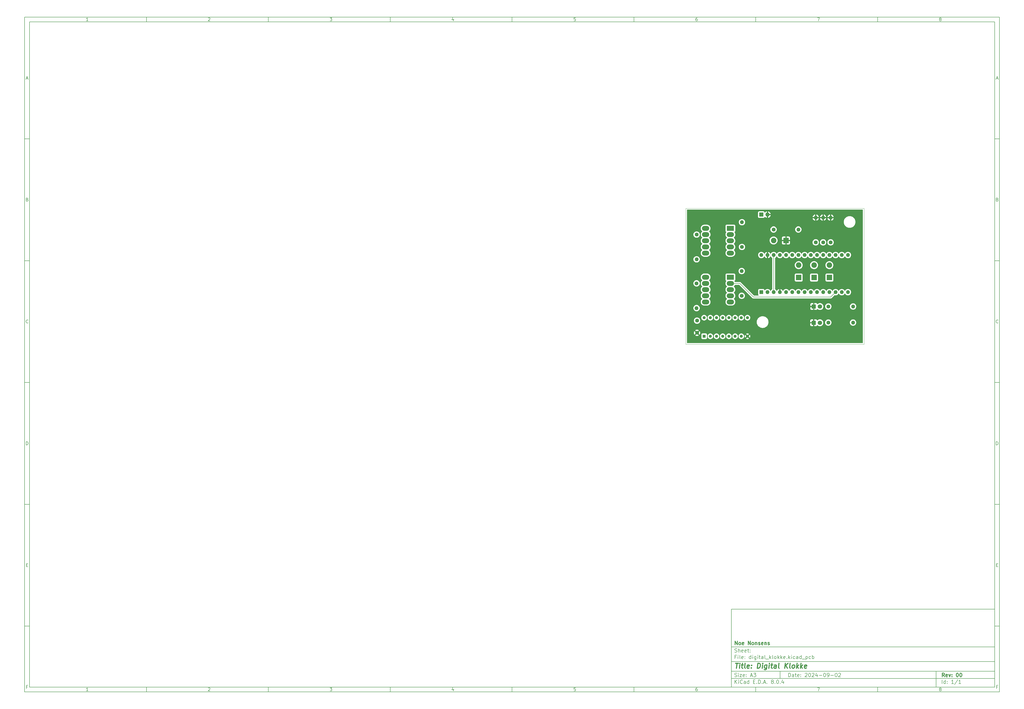
<source format=gbr>
%TF.GenerationSoftware,KiCad,Pcbnew,8.0.4*%
%TF.CreationDate,2024-09-02T20:22:52+02:00*%
%TF.ProjectId,digital_klokke,64696769-7461-46c5-9f6b-6c6f6b6b652e,00*%
%TF.SameCoordinates,PX10c44c20PY899d7e0*%
%TF.FileFunction,Copper,L4,Bot*%
%TF.FilePolarity,Positive*%
%FSLAX46Y46*%
G04 Gerber Fmt 4.6, Leading zero omitted, Abs format (unit mm)*
G04 Created by KiCad (PCBNEW 8.0.4) date 2024-09-02 20:22:52*
%MOMM*%
%LPD*%
G01*
G04 APERTURE LIST*
%ADD10C,0.100000*%
%ADD11C,0.150000*%
%ADD12C,0.300000*%
%ADD13C,0.400000*%
%TA.AperFunction,ComponentPad*%
%ADD14C,1.600000*%
%TD*%
%TA.AperFunction,ComponentPad*%
%ADD15O,1.600000X1.600000*%
%TD*%
%TA.AperFunction,ComponentPad*%
%ADD16R,1.700000X1.700000*%
%TD*%
%TA.AperFunction,ComponentPad*%
%ADD17O,1.700000X1.700000*%
%TD*%
%TA.AperFunction,ComponentPad*%
%ADD18R,1.600000X1.600000*%
%TD*%
%TA.AperFunction,ComponentPad*%
%ADD19R,2.250000X2.250000*%
%TD*%
%TA.AperFunction,ComponentPad*%
%ADD20C,2.250000*%
%TD*%
%TA.AperFunction,ComponentPad*%
%ADD21R,1.295400X1.295400*%
%TD*%
%TA.AperFunction,ComponentPad*%
%ADD22C,1.295400*%
%TD*%
%TA.AperFunction,ComponentPad*%
%ADD23R,3.000000X2.000000*%
%TD*%
%TA.AperFunction,ComponentPad*%
%ADD24O,3.000000X2.000000*%
%TD*%
%TA.AperFunction,ComponentPad*%
%ADD25R,1.800000X1.800000*%
%TD*%
%TA.AperFunction,ComponentPad*%
%ADD26C,1.800000*%
%TD*%
%TA.AperFunction,ViaPad*%
%ADD27C,0.700000*%
%TD*%
%TA.AperFunction,Conductor*%
%ADD28C,0.200000*%
%TD*%
%TA.AperFunction,Profile*%
%ADD29C,0.050000*%
%TD*%
G04 APERTURE END LIST*
D10*
D11*
X18689000Y-108702200D02*
X126689000Y-108702200D01*
X126689000Y-140702200D01*
X18689000Y-140702200D01*
X18689000Y-108702200D01*
D10*
D11*
X-271300000Y134300000D02*
X128689000Y134300000D01*
X128689000Y-142702200D01*
X-271300000Y-142702200D01*
X-271300000Y134300000D01*
D10*
D11*
X-269300000Y132300000D02*
X126689000Y132300000D01*
X126689000Y-140702200D01*
X-269300000Y-140702200D01*
X-269300000Y132300000D01*
D10*
D11*
X-221300000Y132300000D02*
X-221300000Y134300000D01*
D10*
D11*
X-171300000Y132300000D02*
X-171300000Y134300000D01*
D10*
D11*
X-121300000Y132300000D02*
X-121300000Y134300000D01*
D10*
D11*
X-71300000Y132300000D02*
X-71300000Y134300000D01*
D10*
D11*
X-21300000Y132300000D02*
X-21300000Y134300000D01*
D10*
D11*
X28700000Y132300000D02*
X28700000Y134300000D01*
D10*
D11*
X78700000Y132300000D02*
X78700000Y134300000D01*
D10*
D11*
X-245210840Y132706396D02*
X-245953697Y132706396D01*
X-245582269Y132706396D02*
X-245582269Y134006396D01*
X-245582269Y134006396D02*
X-245706078Y133820681D01*
X-245706078Y133820681D02*
X-245829888Y133696872D01*
X-245829888Y133696872D02*
X-245953697Y133634967D01*
D10*
D11*
X-195953697Y133882586D02*
X-195891793Y133944491D01*
X-195891793Y133944491D02*
X-195767983Y134006396D01*
X-195767983Y134006396D02*
X-195458459Y134006396D01*
X-195458459Y134006396D02*
X-195334650Y133944491D01*
X-195334650Y133944491D02*
X-195272745Y133882586D01*
X-195272745Y133882586D02*
X-195210840Y133758777D01*
X-195210840Y133758777D02*
X-195210840Y133634967D01*
X-195210840Y133634967D02*
X-195272745Y133449253D01*
X-195272745Y133449253D02*
X-196015602Y132706396D01*
X-196015602Y132706396D02*
X-195210840Y132706396D01*
D10*
D11*
X-146015602Y134006396D02*
X-145210840Y134006396D01*
X-145210840Y134006396D02*
X-145644174Y133511158D01*
X-145644174Y133511158D02*
X-145458459Y133511158D01*
X-145458459Y133511158D02*
X-145334650Y133449253D01*
X-145334650Y133449253D02*
X-145272745Y133387348D01*
X-145272745Y133387348D02*
X-145210840Y133263539D01*
X-145210840Y133263539D02*
X-145210840Y132954015D01*
X-145210840Y132954015D02*
X-145272745Y132830205D01*
X-145272745Y132830205D02*
X-145334650Y132768300D01*
X-145334650Y132768300D02*
X-145458459Y132706396D01*
X-145458459Y132706396D02*
X-145829888Y132706396D01*
X-145829888Y132706396D02*
X-145953697Y132768300D01*
X-145953697Y132768300D02*
X-146015602Y132830205D01*
D10*
D11*
X-95334650Y133573062D02*
X-95334650Y132706396D01*
X-95644174Y134068300D02*
X-95953697Y133139729D01*
X-95953697Y133139729D02*
X-95148936Y133139729D01*
D10*
D11*
X-45272745Y134006396D02*
X-45891793Y134006396D01*
X-45891793Y134006396D02*
X-45953697Y133387348D01*
X-45953697Y133387348D02*
X-45891793Y133449253D01*
X-45891793Y133449253D02*
X-45767983Y133511158D01*
X-45767983Y133511158D02*
X-45458459Y133511158D01*
X-45458459Y133511158D02*
X-45334650Y133449253D01*
X-45334650Y133449253D02*
X-45272745Y133387348D01*
X-45272745Y133387348D02*
X-45210840Y133263539D01*
X-45210840Y133263539D02*
X-45210840Y132954015D01*
X-45210840Y132954015D02*
X-45272745Y132830205D01*
X-45272745Y132830205D02*
X-45334650Y132768300D01*
X-45334650Y132768300D02*
X-45458459Y132706396D01*
X-45458459Y132706396D02*
X-45767983Y132706396D01*
X-45767983Y132706396D02*
X-45891793Y132768300D01*
X-45891793Y132768300D02*
X-45953697Y132830205D01*
D10*
D11*
X4665350Y134006396D02*
X4417731Y134006396D01*
X4417731Y134006396D02*
X4293922Y133944491D01*
X4293922Y133944491D02*
X4232017Y133882586D01*
X4232017Y133882586D02*
X4108207Y133696872D01*
X4108207Y133696872D02*
X4046303Y133449253D01*
X4046303Y133449253D02*
X4046303Y132954015D01*
X4046303Y132954015D02*
X4108207Y132830205D01*
X4108207Y132830205D02*
X4170112Y132768300D01*
X4170112Y132768300D02*
X4293922Y132706396D01*
X4293922Y132706396D02*
X4541541Y132706396D01*
X4541541Y132706396D02*
X4665350Y132768300D01*
X4665350Y132768300D02*
X4727255Y132830205D01*
X4727255Y132830205D02*
X4789160Y132954015D01*
X4789160Y132954015D02*
X4789160Y133263539D01*
X4789160Y133263539D02*
X4727255Y133387348D01*
X4727255Y133387348D02*
X4665350Y133449253D01*
X4665350Y133449253D02*
X4541541Y133511158D01*
X4541541Y133511158D02*
X4293922Y133511158D01*
X4293922Y133511158D02*
X4170112Y133449253D01*
X4170112Y133449253D02*
X4108207Y133387348D01*
X4108207Y133387348D02*
X4046303Y133263539D01*
D10*
D11*
X53984398Y134006396D02*
X54851064Y134006396D01*
X54851064Y134006396D02*
X54293922Y132706396D01*
D10*
D11*
X104293922Y133449253D02*
X104170112Y133511158D01*
X104170112Y133511158D02*
X104108207Y133573062D01*
X104108207Y133573062D02*
X104046303Y133696872D01*
X104046303Y133696872D02*
X104046303Y133758777D01*
X104046303Y133758777D02*
X104108207Y133882586D01*
X104108207Y133882586D02*
X104170112Y133944491D01*
X104170112Y133944491D02*
X104293922Y134006396D01*
X104293922Y134006396D02*
X104541541Y134006396D01*
X104541541Y134006396D02*
X104665350Y133944491D01*
X104665350Y133944491D02*
X104727255Y133882586D01*
X104727255Y133882586D02*
X104789160Y133758777D01*
X104789160Y133758777D02*
X104789160Y133696872D01*
X104789160Y133696872D02*
X104727255Y133573062D01*
X104727255Y133573062D02*
X104665350Y133511158D01*
X104665350Y133511158D02*
X104541541Y133449253D01*
X104541541Y133449253D02*
X104293922Y133449253D01*
X104293922Y133449253D02*
X104170112Y133387348D01*
X104170112Y133387348D02*
X104108207Y133325443D01*
X104108207Y133325443D02*
X104046303Y133201634D01*
X104046303Y133201634D02*
X104046303Y132954015D01*
X104046303Y132954015D02*
X104108207Y132830205D01*
X104108207Y132830205D02*
X104170112Y132768300D01*
X104170112Y132768300D02*
X104293922Y132706396D01*
X104293922Y132706396D02*
X104541541Y132706396D01*
X104541541Y132706396D02*
X104665350Y132768300D01*
X104665350Y132768300D02*
X104727255Y132830205D01*
X104727255Y132830205D02*
X104789160Y132954015D01*
X104789160Y132954015D02*
X104789160Y133201634D01*
X104789160Y133201634D02*
X104727255Y133325443D01*
X104727255Y133325443D02*
X104665350Y133387348D01*
X104665350Y133387348D02*
X104541541Y133449253D01*
D10*
D11*
X-221300000Y-140702200D02*
X-221300000Y-142702200D01*
D10*
D11*
X-171300000Y-140702200D02*
X-171300000Y-142702200D01*
D10*
D11*
X-121300000Y-140702200D02*
X-121300000Y-142702200D01*
D10*
D11*
X-71300000Y-140702200D02*
X-71300000Y-142702200D01*
D10*
D11*
X-21300000Y-140702200D02*
X-21300000Y-142702200D01*
D10*
D11*
X28700000Y-140702200D02*
X28700000Y-142702200D01*
D10*
D11*
X78700000Y-140702200D02*
X78700000Y-142702200D01*
D10*
D11*
X-245210840Y-142295804D02*
X-245953697Y-142295804D01*
X-245582269Y-142295804D02*
X-245582269Y-140995804D01*
X-245582269Y-140995804D02*
X-245706078Y-141181519D01*
X-245706078Y-141181519D02*
X-245829888Y-141305328D01*
X-245829888Y-141305328D02*
X-245953697Y-141367233D01*
D10*
D11*
X-195953697Y-141119614D02*
X-195891793Y-141057709D01*
X-195891793Y-141057709D02*
X-195767983Y-140995804D01*
X-195767983Y-140995804D02*
X-195458459Y-140995804D01*
X-195458459Y-140995804D02*
X-195334650Y-141057709D01*
X-195334650Y-141057709D02*
X-195272745Y-141119614D01*
X-195272745Y-141119614D02*
X-195210840Y-141243423D01*
X-195210840Y-141243423D02*
X-195210840Y-141367233D01*
X-195210840Y-141367233D02*
X-195272745Y-141552947D01*
X-195272745Y-141552947D02*
X-196015602Y-142295804D01*
X-196015602Y-142295804D02*
X-195210840Y-142295804D01*
D10*
D11*
X-146015602Y-140995804D02*
X-145210840Y-140995804D01*
X-145210840Y-140995804D02*
X-145644174Y-141491042D01*
X-145644174Y-141491042D02*
X-145458459Y-141491042D01*
X-145458459Y-141491042D02*
X-145334650Y-141552947D01*
X-145334650Y-141552947D02*
X-145272745Y-141614852D01*
X-145272745Y-141614852D02*
X-145210840Y-141738661D01*
X-145210840Y-141738661D02*
X-145210840Y-142048185D01*
X-145210840Y-142048185D02*
X-145272745Y-142171995D01*
X-145272745Y-142171995D02*
X-145334650Y-142233900D01*
X-145334650Y-142233900D02*
X-145458459Y-142295804D01*
X-145458459Y-142295804D02*
X-145829888Y-142295804D01*
X-145829888Y-142295804D02*
X-145953697Y-142233900D01*
X-145953697Y-142233900D02*
X-146015602Y-142171995D01*
D10*
D11*
X-95334650Y-141429138D02*
X-95334650Y-142295804D01*
X-95644174Y-140933900D02*
X-95953697Y-141862471D01*
X-95953697Y-141862471D02*
X-95148936Y-141862471D01*
D10*
D11*
X-45272745Y-140995804D02*
X-45891793Y-140995804D01*
X-45891793Y-140995804D02*
X-45953697Y-141614852D01*
X-45953697Y-141614852D02*
X-45891793Y-141552947D01*
X-45891793Y-141552947D02*
X-45767983Y-141491042D01*
X-45767983Y-141491042D02*
X-45458459Y-141491042D01*
X-45458459Y-141491042D02*
X-45334650Y-141552947D01*
X-45334650Y-141552947D02*
X-45272745Y-141614852D01*
X-45272745Y-141614852D02*
X-45210840Y-141738661D01*
X-45210840Y-141738661D02*
X-45210840Y-142048185D01*
X-45210840Y-142048185D02*
X-45272745Y-142171995D01*
X-45272745Y-142171995D02*
X-45334650Y-142233900D01*
X-45334650Y-142233900D02*
X-45458459Y-142295804D01*
X-45458459Y-142295804D02*
X-45767983Y-142295804D01*
X-45767983Y-142295804D02*
X-45891793Y-142233900D01*
X-45891793Y-142233900D02*
X-45953697Y-142171995D01*
D10*
D11*
X4665350Y-140995804D02*
X4417731Y-140995804D01*
X4417731Y-140995804D02*
X4293922Y-141057709D01*
X4293922Y-141057709D02*
X4232017Y-141119614D01*
X4232017Y-141119614D02*
X4108207Y-141305328D01*
X4108207Y-141305328D02*
X4046303Y-141552947D01*
X4046303Y-141552947D02*
X4046303Y-142048185D01*
X4046303Y-142048185D02*
X4108207Y-142171995D01*
X4108207Y-142171995D02*
X4170112Y-142233900D01*
X4170112Y-142233900D02*
X4293922Y-142295804D01*
X4293922Y-142295804D02*
X4541541Y-142295804D01*
X4541541Y-142295804D02*
X4665350Y-142233900D01*
X4665350Y-142233900D02*
X4727255Y-142171995D01*
X4727255Y-142171995D02*
X4789160Y-142048185D01*
X4789160Y-142048185D02*
X4789160Y-141738661D01*
X4789160Y-141738661D02*
X4727255Y-141614852D01*
X4727255Y-141614852D02*
X4665350Y-141552947D01*
X4665350Y-141552947D02*
X4541541Y-141491042D01*
X4541541Y-141491042D02*
X4293922Y-141491042D01*
X4293922Y-141491042D02*
X4170112Y-141552947D01*
X4170112Y-141552947D02*
X4108207Y-141614852D01*
X4108207Y-141614852D02*
X4046303Y-141738661D01*
D10*
D11*
X53984398Y-140995804D02*
X54851064Y-140995804D01*
X54851064Y-140995804D02*
X54293922Y-142295804D01*
D10*
D11*
X104293922Y-141552947D02*
X104170112Y-141491042D01*
X104170112Y-141491042D02*
X104108207Y-141429138D01*
X104108207Y-141429138D02*
X104046303Y-141305328D01*
X104046303Y-141305328D02*
X104046303Y-141243423D01*
X104046303Y-141243423D02*
X104108207Y-141119614D01*
X104108207Y-141119614D02*
X104170112Y-141057709D01*
X104170112Y-141057709D02*
X104293922Y-140995804D01*
X104293922Y-140995804D02*
X104541541Y-140995804D01*
X104541541Y-140995804D02*
X104665350Y-141057709D01*
X104665350Y-141057709D02*
X104727255Y-141119614D01*
X104727255Y-141119614D02*
X104789160Y-141243423D01*
X104789160Y-141243423D02*
X104789160Y-141305328D01*
X104789160Y-141305328D02*
X104727255Y-141429138D01*
X104727255Y-141429138D02*
X104665350Y-141491042D01*
X104665350Y-141491042D02*
X104541541Y-141552947D01*
X104541541Y-141552947D02*
X104293922Y-141552947D01*
X104293922Y-141552947D02*
X104170112Y-141614852D01*
X104170112Y-141614852D02*
X104108207Y-141676757D01*
X104108207Y-141676757D02*
X104046303Y-141800566D01*
X104046303Y-141800566D02*
X104046303Y-142048185D01*
X104046303Y-142048185D02*
X104108207Y-142171995D01*
X104108207Y-142171995D02*
X104170112Y-142233900D01*
X104170112Y-142233900D02*
X104293922Y-142295804D01*
X104293922Y-142295804D02*
X104541541Y-142295804D01*
X104541541Y-142295804D02*
X104665350Y-142233900D01*
X104665350Y-142233900D02*
X104727255Y-142171995D01*
X104727255Y-142171995D02*
X104789160Y-142048185D01*
X104789160Y-142048185D02*
X104789160Y-141800566D01*
X104789160Y-141800566D02*
X104727255Y-141676757D01*
X104727255Y-141676757D02*
X104665350Y-141614852D01*
X104665350Y-141614852D02*
X104541541Y-141552947D01*
D10*
D11*
X-271300000Y84300000D02*
X-269300000Y84300000D01*
D10*
D11*
X-271300000Y34300000D02*
X-269300000Y34300000D01*
D10*
D11*
X-271300000Y-15700000D02*
X-269300000Y-15700000D01*
D10*
D11*
X-271300000Y-65700000D02*
X-269300000Y-65700000D01*
D10*
D11*
X-271300000Y-115700000D02*
X-269300000Y-115700000D01*
D10*
D11*
X-270609524Y109077824D02*
X-269990477Y109077824D01*
X-270733334Y108706396D02*
X-270300001Y110006396D01*
X-270300001Y110006396D02*
X-269866667Y108706396D01*
D10*
D11*
X-270207143Y59387348D02*
X-270021429Y59325443D01*
X-270021429Y59325443D02*
X-269959524Y59263539D01*
X-269959524Y59263539D02*
X-269897620Y59139729D01*
X-269897620Y59139729D02*
X-269897620Y58954015D01*
X-269897620Y58954015D02*
X-269959524Y58830205D01*
X-269959524Y58830205D02*
X-270021429Y58768300D01*
X-270021429Y58768300D02*
X-270145239Y58706396D01*
X-270145239Y58706396D02*
X-270640477Y58706396D01*
X-270640477Y58706396D02*
X-270640477Y60006396D01*
X-270640477Y60006396D02*
X-270207143Y60006396D01*
X-270207143Y60006396D02*
X-270083334Y59944491D01*
X-270083334Y59944491D02*
X-270021429Y59882586D01*
X-270021429Y59882586D02*
X-269959524Y59758777D01*
X-269959524Y59758777D02*
X-269959524Y59634967D01*
X-269959524Y59634967D02*
X-270021429Y59511158D01*
X-270021429Y59511158D02*
X-270083334Y59449253D01*
X-270083334Y59449253D02*
X-270207143Y59387348D01*
X-270207143Y59387348D02*
X-270640477Y59387348D01*
D10*
D11*
X-269897620Y8830205D02*
X-269959524Y8768300D01*
X-269959524Y8768300D02*
X-270145239Y8706396D01*
X-270145239Y8706396D02*
X-270269048Y8706396D01*
X-270269048Y8706396D02*
X-270454762Y8768300D01*
X-270454762Y8768300D02*
X-270578572Y8892110D01*
X-270578572Y8892110D02*
X-270640477Y9015920D01*
X-270640477Y9015920D02*
X-270702381Y9263539D01*
X-270702381Y9263539D02*
X-270702381Y9449253D01*
X-270702381Y9449253D02*
X-270640477Y9696872D01*
X-270640477Y9696872D02*
X-270578572Y9820681D01*
X-270578572Y9820681D02*
X-270454762Y9944491D01*
X-270454762Y9944491D02*
X-270269048Y10006396D01*
X-270269048Y10006396D02*
X-270145239Y10006396D01*
X-270145239Y10006396D02*
X-269959524Y9944491D01*
X-269959524Y9944491D02*
X-269897620Y9882586D01*
D10*
D11*
X-270640477Y-41293604D02*
X-270640477Y-39993604D01*
X-270640477Y-39993604D02*
X-270330953Y-39993604D01*
X-270330953Y-39993604D02*
X-270145239Y-40055509D01*
X-270145239Y-40055509D02*
X-270021429Y-40179319D01*
X-270021429Y-40179319D02*
X-269959524Y-40303128D01*
X-269959524Y-40303128D02*
X-269897620Y-40550747D01*
X-269897620Y-40550747D02*
X-269897620Y-40736461D01*
X-269897620Y-40736461D02*
X-269959524Y-40984080D01*
X-269959524Y-40984080D02*
X-270021429Y-41107890D01*
X-270021429Y-41107890D02*
X-270145239Y-41231700D01*
X-270145239Y-41231700D02*
X-270330953Y-41293604D01*
X-270330953Y-41293604D02*
X-270640477Y-41293604D01*
D10*
D11*
X-270578572Y-90612652D02*
X-270145238Y-90612652D01*
X-269959524Y-91293604D02*
X-270578572Y-91293604D01*
X-270578572Y-91293604D02*
X-270578572Y-89993604D01*
X-270578572Y-89993604D02*
X-269959524Y-89993604D01*
D10*
D11*
X-270114286Y-140612652D02*
X-270547620Y-140612652D01*
X-270547620Y-141293604D02*
X-270547620Y-139993604D01*
X-270547620Y-139993604D02*
X-269928572Y-139993604D01*
D10*
D11*
X128689000Y84300000D02*
X126689000Y84300000D01*
D10*
D11*
X128689000Y34300000D02*
X126689000Y34300000D01*
D10*
D11*
X128689000Y-15700000D02*
X126689000Y-15700000D01*
D10*
D11*
X128689000Y-65700000D02*
X126689000Y-65700000D01*
D10*
D11*
X128689000Y-115700000D02*
X126689000Y-115700000D01*
D10*
D11*
X127379476Y109077824D02*
X127998523Y109077824D01*
X127255666Y108706396D02*
X127688999Y110006396D01*
X127688999Y110006396D02*
X128122333Y108706396D01*
D10*
D11*
X127781857Y59387348D02*
X127967571Y59325443D01*
X127967571Y59325443D02*
X128029476Y59263539D01*
X128029476Y59263539D02*
X128091380Y59139729D01*
X128091380Y59139729D02*
X128091380Y58954015D01*
X128091380Y58954015D02*
X128029476Y58830205D01*
X128029476Y58830205D02*
X127967571Y58768300D01*
X127967571Y58768300D02*
X127843761Y58706396D01*
X127843761Y58706396D02*
X127348523Y58706396D01*
X127348523Y58706396D02*
X127348523Y60006396D01*
X127348523Y60006396D02*
X127781857Y60006396D01*
X127781857Y60006396D02*
X127905666Y59944491D01*
X127905666Y59944491D02*
X127967571Y59882586D01*
X127967571Y59882586D02*
X128029476Y59758777D01*
X128029476Y59758777D02*
X128029476Y59634967D01*
X128029476Y59634967D02*
X127967571Y59511158D01*
X127967571Y59511158D02*
X127905666Y59449253D01*
X127905666Y59449253D02*
X127781857Y59387348D01*
X127781857Y59387348D02*
X127348523Y59387348D01*
D10*
D11*
X128091380Y8830205D02*
X128029476Y8768300D01*
X128029476Y8768300D02*
X127843761Y8706396D01*
X127843761Y8706396D02*
X127719952Y8706396D01*
X127719952Y8706396D02*
X127534238Y8768300D01*
X127534238Y8768300D02*
X127410428Y8892110D01*
X127410428Y8892110D02*
X127348523Y9015920D01*
X127348523Y9015920D02*
X127286619Y9263539D01*
X127286619Y9263539D02*
X127286619Y9449253D01*
X127286619Y9449253D02*
X127348523Y9696872D01*
X127348523Y9696872D02*
X127410428Y9820681D01*
X127410428Y9820681D02*
X127534238Y9944491D01*
X127534238Y9944491D02*
X127719952Y10006396D01*
X127719952Y10006396D02*
X127843761Y10006396D01*
X127843761Y10006396D02*
X128029476Y9944491D01*
X128029476Y9944491D02*
X128091380Y9882586D01*
D10*
D11*
X127348523Y-41293604D02*
X127348523Y-39993604D01*
X127348523Y-39993604D02*
X127658047Y-39993604D01*
X127658047Y-39993604D02*
X127843761Y-40055509D01*
X127843761Y-40055509D02*
X127967571Y-40179319D01*
X127967571Y-40179319D02*
X128029476Y-40303128D01*
X128029476Y-40303128D02*
X128091380Y-40550747D01*
X128091380Y-40550747D02*
X128091380Y-40736461D01*
X128091380Y-40736461D02*
X128029476Y-40984080D01*
X128029476Y-40984080D02*
X127967571Y-41107890D01*
X127967571Y-41107890D02*
X127843761Y-41231700D01*
X127843761Y-41231700D02*
X127658047Y-41293604D01*
X127658047Y-41293604D02*
X127348523Y-41293604D01*
D10*
D11*
X127410428Y-90612652D02*
X127843762Y-90612652D01*
X128029476Y-91293604D02*
X127410428Y-91293604D01*
X127410428Y-91293604D02*
X127410428Y-89993604D01*
X127410428Y-89993604D02*
X128029476Y-89993604D01*
D10*
D11*
X127874714Y-140612652D02*
X127441380Y-140612652D01*
X127441380Y-141293604D02*
X127441380Y-139993604D01*
X127441380Y-139993604D02*
X128060428Y-139993604D01*
D10*
D11*
X42144826Y-136488328D02*
X42144826Y-134988328D01*
X42144826Y-134988328D02*
X42501969Y-134988328D01*
X42501969Y-134988328D02*
X42716255Y-135059757D01*
X42716255Y-135059757D02*
X42859112Y-135202614D01*
X42859112Y-135202614D02*
X42930541Y-135345471D01*
X42930541Y-135345471D02*
X43001969Y-135631185D01*
X43001969Y-135631185D02*
X43001969Y-135845471D01*
X43001969Y-135845471D02*
X42930541Y-136131185D01*
X42930541Y-136131185D02*
X42859112Y-136274042D01*
X42859112Y-136274042D02*
X42716255Y-136416900D01*
X42716255Y-136416900D02*
X42501969Y-136488328D01*
X42501969Y-136488328D02*
X42144826Y-136488328D01*
X44287684Y-136488328D02*
X44287684Y-135702614D01*
X44287684Y-135702614D02*
X44216255Y-135559757D01*
X44216255Y-135559757D02*
X44073398Y-135488328D01*
X44073398Y-135488328D02*
X43787684Y-135488328D01*
X43787684Y-135488328D02*
X43644826Y-135559757D01*
X44287684Y-136416900D02*
X44144826Y-136488328D01*
X44144826Y-136488328D02*
X43787684Y-136488328D01*
X43787684Y-136488328D02*
X43644826Y-136416900D01*
X43644826Y-136416900D02*
X43573398Y-136274042D01*
X43573398Y-136274042D02*
X43573398Y-136131185D01*
X43573398Y-136131185D02*
X43644826Y-135988328D01*
X43644826Y-135988328D02*
X43787684Y-135916900D01*
X43787684Y-135916900D02*
X44144826Y-135916900D01*
X44144826Y-135916900D02*
X44287684Y-135845471D01*
X44787684Y-135488328D02*
X45359112Y-135488328D01*
X45001969Y-134988328D02*
X45001969Y-136274042D01*
X45001969Y-136274042D02*
X45073398Y-136416900D01*
X45073398Y-136416900D02*
X45216255Y-136488328D01*
X45216255Y-136488328D02*
X45359112Y-136488328D01*
X46430541Y-136416900D02*
X46287684Y-136488328D01*
X46287684Y-136488328D02*
X46001970Y-136488328D01*
X46001970Y-136488328D02*
X45859112Y-136416900D01*
X45859112Y-136416900D02*
X45787684Y-136274042D01*
X45787684Y-136274042D02*
X45787684Y-135702614D01*
X45787684Y-135702614D02*
X45859112Y-135559757D01*
X45859112Y-135559757D02*
X46001970Y-135488328D01*
X46001970Y-135488328D02*
X46287684Y-135488328D01*
X46287684Y-135488328D02*
X46430541Y-135559757D01*
X46430541Y-135559757D02*
X46501970Y-135702614D01*
X46501970Y-135702614D02*
X46501970Y-135845471D01*
X46501970Y-135845471D02*
X45787684Y-135988328D01*
X47144826Y-136345471D02*
X47216255Y-136416900D01*
X47216255Y-136416900D02*
X47144826Y-136488328D01*
X47144826Y-136488328D02*
X47073398Y-136416900D01*
X47073398Y-136416900D02*
X47144826Y-136345471D01*
X47144826Y-136345471D02*
X47144826Y-136488328D01*
X47144826Y-135559757D02*
X47216255Y-135631185D01*
X47216255Y-135631185D02*
X47144826Y-135702614D01*
X47144826Y-135702614D02*
X47073398Y-135631185D01*
X47073398Y-135631185D02*
X47144826Y-135559757D01*
X47144826Y-135559757D02*
X47144826Y-135702614D01*
X48930541Y-135131185D02*
X49001969Y-135059757D01*
X49001969Y-135059757D02*
X49144827Y-134988328D01*
X49144827Y-134988328D02*
X49501969Y-134988328D01*
X49501969Y-134988328D02*
X49644827Y-135059757D01*
X49644827Y-135059757D02*
X49716255Y-135131185D01*
X49716255Y-135131185D02*
X49787684Y-135274042D01*
X49787684Y-135274042D02*
X49787684Y-135416900D01*
X49787684Y-135416900D02*
X49716255Y-135631185D01*
X49716255Y-135631185D02*
X48859112Y-136488328D01*
X48859112Y-136488328D02*
X49787684Y-136488328D01*
X50716255Y-134988328D02*
X50859112Y-134988328D01*
X50859112Y-134988328D02*
X51001969Y-135059757D01*
X51001969Y-135059757D02*
X51073398Y-135131185D01*
X51073398Y-135131185D02*
X51144826Y-135274042D01*
X51144826Y-135274042D02*
X51216255Y-135559757D01*
X51216255Y-135559757D02*
X51216255Y-135916900D01*
X51216255Y-135916900D02*
X51144826Y-136202614D01*
X51144826Y-136202614D02*
X51073398Y-136345471D01*
X51073398Y-136345471D02*
X51001969Y-136416900D01*
X51001969Y-136416900D02*
X50859112Y-136488328D01*
X50859112Y-136488328D02*
X50716255Y-136488328D01*
X50716255Y-136488328D02*
X50573398Y-136416900D01*
X50573398Y-136416900D02*
X50501969Y-136345471D01*
X50501969Y-136345471D02*
X50430540Y-136202614D01*
X50430540Y-136202614D02*
X50359112Y-135916900D01*
X50359112Y-135916900D02*
X50359112Y-135559757D01*
X50359112Y-135559757D02*
X50430540Y-135274042D01*
X50430540Y-135274042D02*
X50501969Y-135131185D01*
X50501969Y-135131185D02*
X50573398Y-135059757D01*
X50573398Y-135059757D02*
X50716255Y-134988328D01*
X51787683Y-135131185D02*
X51859111Y-135059757D01*
X51859111Y-135059757D02*
X52001969Y-134988328D01*
X52001969Y-134988328D02*
X52359111Y-134988328D01*
X52359111Y-134988328D02*
X52501969Y-135059757D01*
X52501969Y-135059757D02*
X52573397Y-135131185D01*
X52573397Y-135131185D02*
X52644826Y-135274042D01*
X52644826Y-135274042D02*
X52644826Y-135416900D01*
X52644826Y-135416900D02*
X52573397Y-135631185D01*
X52573397Y-135631185D02*
X51716254Y-136488328D01*
X51716254Y-136488328D02*
X52644826Y-136488328D01*
X53930540Y-135488328D02*
X53930540Y-136488328D01*
X53573397Y-134916900D02*
X53216254Y-135988328D01*
X53216254Y-135988328D02*
X54144825Y-135988328D01*
X54716253Y-135916900D02*
X55859111Y-135916900D01*
X56859111Y-134988328D02*
X57001968Y-134988328D01*
X57001968Y-134988328D02*
X57144825Y-135059757D01*
X57144825Y-135059757D02*
X57216254Y-135131185D01*
X57216254Y-135131185D02*
X57287682Y-135274042D01*
X57287682Y-135274042D02*
X57359111Y-135559757D01*
X57359111Y-135559757D02*
X57359111Y-135916900D01*
X57359111Y-135916900D02*
X57287682Y-136202614D01*
X57287682Y-136202614D02*
X57216254Y-136345471D01*
X57216254Y-136345471D02*
X57144825Y-136416900D01*
X57144825Y-136416900D02*
X57001968Y-136488328D01*
X57001968Y-136488328D02*
X56859111Y-136488328D01*
X56859111Y-136488328D02*
X56716254Y-136416900D01*
X56716254Y-136416900D02*
X56644825Y-136345471D01*
X56644825Y-136345471D02*
X56573396Y-136202614D01*
X56573396Y-136202614D02*
X56501968Y-135916900D01*
X56501968Y-135916900D02*
X56501968Y-135559757D01*
X56501968Y-135559757D02*
X56573396Y-135274042D01*
X56573396Y-135274042D02*
X56644825Y-135131185D01*
X56644825Y-135131185D02*
X56716254Y-135059757D01*
X56716254Y-135059757D02*
X56859111Y-134988328D01*
X58073396Y-136488328D02*
X58359110Y-136488328D01*
X58359110Y-136488328D02*
X58501967Y-136416900D01*
X58501967Y-136416900D02*
X58573396Y-136345471D01*
X58573396Y-136345471D02*
X58716253Y-136131185D01*
X58716253Y-136131185D02*
X58787682Y-135845471D01*
X58787682Y-135845471D02*
X58787682Y-135274042D01*
X58787682Y-135274042D02*
X58716253Y-135131185D01*
X58716253Y-135131185D02*
X58644825Y-135059757D01*
X58644825Y-135059757D02*
X58501967Y-134988328D01*
X58501967Y-134988328D02*
X58216253Y-134988328D01*
X58216253Y-134988328D02*
X58073396Y-135059757D01*
X58073396Y-135059757D02*
X58001967Y-135131185D01*
X58001967Y-135131185D02*
X57930539Y-135274042D01*
X57930539Y-135274042D02*
X57930539Y-135631185D01*
X57930539Y-135631185D02*
X58001967Y-135774042D01*
X58001967Y-135774042D02*
X58073396Y-135845471D01*
X58073396Y-135845471D02*
X58216253Y-135916900D01*
X58216253Y-135916900D02*
X58501967Y-135916900D01*
X58501967Y-135916900D02*
X58644825Y-135845471D01*
X58644825Y-135845471D02*
X58716253Y-135774042D01*
X58716253Y-135774042D02*
X58787682Y-135631185D01*
X59430538Y-135916900D02*
X60573396Y-135916900D01*
X61573396Y-134988328D02*
X61716253Y-134988328D01*
X61716253Y-134988328D02*
X61859110Y-135059757D01*
X61859110Y-135059757D02*
X61930539Y-135131185D01*
X61930539Y-135131185D02*
X62001967Y-135274042D01*
X62001967Y-135274042D02*
X62073396Y-135559757D01*
X62073396Y-135559757D02*
X62073396Y-135916900D01*
X62073396Y-135916900D02*
X62001967Y-136202614D01*
X62001967Y-136202614D02*
X61930539Y-136345471D01*
X61930539Y-136345471D02*
X61859110Y-136416900D01*
X61859110Y-136416900D02*
X61716253Y-136488328D01*
X61716253Y-136488328D02*
X61573396Y-136488328D01*
X61573396Y-136488328D02*
X61430539Y-136416900D01*
X61430539Y-136416900D02*
X61359110Y-136345471D01*
X61359110Y-136345471D02*
X61287681Y-136202614D01*
X61287681Y-136202614D02*
X61216253Y-135916900D01*
X61216253Y-135916900D02*
X61216253Y-135559757D01*
X61216253Y-135559757D02*
X61287681Y-135274042D01*
X61287681Y-135274042D02*
X61359110Y-135131185D01*
X61359110Y-135131185D02*
X61430539Y-135059757D01*
X61430539Y-135059757D02*
X61573396Y-134988328D01*
X62644824Y-135131185D02*
X62716252Y-135059757D01*
X62716252Y-135059757D02*
X62859110Y-134988328D01*
X62859110Y-134988328D02*
X63216252Y-134988328D01*
X63216252Y-134988328D02*
X63359110Y-135059757D01*
X63359110Y-135059757D02*
X63430538Y-135131185D01*
X63430538Y-135131185D02*
X63501967Y-135274042D01*
X63501967Y-135274042D02*
X63501967Y-135416900D01*
X63501967Y-135416900D02*
X63430538Y-135631185D01*
X63430538Y-135631185D02*
X62573395Y-136488328D01*
X62573395Y-136488328D02*
X63501967Y-136488328D01*
D10*
D11*
X18689000Y-137202200D02*
X126689000Y-137202200D01*
D10*
D11*
X20144826Y-139288328D02*
X20144826Y-137788328D01*
X21001969Y-139288328D02*
X20359112Y-138431185D01*
X21001969Y-137788328D02*
X20144826Y-138645471D01*
X21644826Y-139288328D02*
X21644826Y-138288328D01*
X21644826Y-137788328D02*
X21573398Y-137859757D01*
X21573398Y-137859757D02*
X21644826Y-137931185D01*
X21644826Y-137931185D02*
X21716255Y-137859757D01*
X21716255Y-137859757D02*
X21644826Y-137788328D01*
X21644826Y-137788328D02*
X21644826Y-137931185D01*
X23216255Y-139145471D02*
X23144827Y-139216900D01*
X23144827Y-139216900D02*
X22930541Y-139288328D01*
X22930541Y-139288328D02*
X22787684Y-139288328D01*
X22787684Y-139288328D02*
X22573398Y-139216900D01*
X22573398Y-139216900D02*
X22430541Y-139074042D01*
X22430541Y-139074042D02*
X22359112Y-138931185D01*
X22359112Y-138931185D02*
X22287684Y-138645471D01*
X22287684Y-138645471D02*
X22287684Y-138431185D01*
X22287684Y-138431185D02*
X22359112Y-138145471D01*
X22359112Y-138145471D02*
X22430541Y-138002614D01*
X22430541Y-138002614D02*
X22573398Y-137859757D01*
X22573398Y-137859757D02*
X22787684Y-137788328D01*
X22787684Y-137788328D02*
X22930541Y-137788328D01*
X22930541Y-137788328D02*
X23144827Y-137859757D01*
X23144827Y-137859757D02*
X23216255Y-137931185D01*
X24501970Y-139288328D02*
X24501970Y-138502614D01*
X24501970Y-138502614D02*
X24430541Y-138359757D01*
X24430541Y-138359757D02*
X24287684Y-138288328D01*
X24287684Y-138288328D02*
X24001970Y-138288328D01*
X24001970Y-138288328D02*
X23859112Y-138359757D01*
X24501970Y-139216900D02*
X24359112Y-139288328D01*
X24359112Y-139288328D02*
X24001970Y-139288328D01*
X24001970Y-139288328D02*
X23859112Y-139216900D01*
X23859112Y-139216900D02*
X23787684Y-139074042D01*
X23787684Y-139074042D02*
X23787684Y-138931185D01*
X23787684Y-138931185D02*
X23859112Y-138788328D01*
X23859112Y-138788328D02*
X24001970Y-138716900D01*
X24001970Y-138716900D02*
X24359112Y-138716900D01*
X24359112Y-138716900D02*
X24501970Y-138645471D01*
X25859113Y-139288328D02*
X25859113Y-137788328D01*
X25859113Y-139216900D02*
X25716255Y-139288328D01*
X25716255Y-139288328D02*
X25430541Y-139288328D01*
X25430541Y-139288328D02*
X25287684Y-139216900D01*
X25287684Y-139216900D02*
X25216255Y-139145471D01*
X25216255Y-139145471D02*
X25144827Y-139002614D01*
X25144827Y-139002614D02*
X25144827Y-138574042D01*
X25144827Y-138574042D02*
X25216255Y-138431185D01*
X25216255Y-138431185D02*
X25287684Y-138359757D01*
X25287684Y-138359757D02*
X25430541Y-138288328D01*
X25430541Y-138288328D02*
X25716255Y-138288328D01*
X25716255Y-138288328D02*
X25859113Y-138359757D01*
X27716255Y-138502614D02*
X28216255Y-138502614D01*
X28430541Y-139288328D02*
X27716255Y-139288328D01*
X27716255Y-139288328D02*
X27716255Y-137788328D01*
X27716255Y-137788328D02*
X28430541Y-137788328D01*
X29073398Y-139145471D02*
X29144827Y-139216900D01*
X29144827Y-139216900D02*
X29073398Y-139288328D01*
X29073398Y-139288328D02*
X29001970Y-139216900D01*
X29001970Y-139216900D02*
X29073398Y-139145471D01*
X29073398Y-139145471D02*
X29073398Y-139288328D01*
X29787684Y-139288328D02*
X29787684Y-137788328D01*
X29787684Y-137788328D02*
X30144827Y-137788328D01*
X30144827Y-137788328D02*
X30359113Y-137859757D01*
X30359113Y-137859757D02*
X30501970Y-138002614D01*
X30501970Y-138002614D02*
X30573399Y-138145471D01*
X30573399Y-138145471D02*
X30644827Y-138431185D01*
X30644827Y-138431185D02*
X30644827Y-138645471D01*
X30644827Y-138645471D02*
X30573399Y-138931185D01*
X30573399Y-138931185D02*
X30501970Y-139074042D01*
X30501970Y-139074042D02*
X30359113Y-139216900D01*
X30359113Y-139216900D02*
X30144827Y-139288328D01*
X30144827Y-139288328D02*
X29787684Y-139288328D01*
X31287684Y-139145471D02*
X31359113Y-139216900D01*
X31359113Y-139216900D02*
X31287684Y-139288328D01*
X31287684Y-139288328D02*
X31216256Y-139216900D01*
X31216256Y-139216900D02*
X31287684Y-139145471D01*
X31287684Y-139145471D02*
X31287684Y-139288328D01*
X31930542Y-138859757D02*
X32644828Y-138859757D01*
X31787685Y-139288328D02*
X32287685Y-137788328D01*
X32287685Y-137788328D02*
X32787685Y-139288328D01*
X33287684Y-139145471D02*
X33359113Y-139216900D01*
X33359113Y-139216900D02*
X33287684Y-139288328D01*
X33287684Y-139288328D02*
X33216256Y-139216900D01*
X33216256Y-139216900D02*
X33287684Y-139145471D01*
X33287684Y-139145471D02*
X33287684Y-139288328D01*
X35359113Y-138431185D02*
X35216256Y-138359757D01*
X35216256Y-138359757D02*
X35144827Y-138288328D01*
X35144827Y-138288328D02*
X35073399Y-138145471D01*
X35073399Y-138145471D02*
X35073399Y-138074042D01*
X35073399Y-138074042D02*
X35144827Y-137931185D01*
X35144827Y-137931185D02*
X35216256Y-137859757D01*
X35216256Y-137859757D02*
X35359113Y-137788328D01*
X35359113Y-137788328D02*
X35644827Y-137788328D01*
X35644827Y-137788328D02*
X35787685Y-137859757D01*
X35787685Y-137859757D02*
X35859113Y-137931185D01*
X35859113Y-137931185D02*
X35930542Y-138074042D01*
X35930542Y-138074042D02*
X35930542Y-138145471D01*
X35930542Y-138145471D02*
X35859113Y-138288328D01*
X35859113Y-138288328D02*
X35787685Y-138359757D01*
X35787685Y-138359757D02*
X35644827Y-138431185D01*
X35644827Y-138431185D02*
X35359113Y-138431185D01*
X35359113Y-138431185D02*
X35216256Y-138502614D01*
X35216256Y-138502614D02*
X35144827Y-138574042D01*
X35144827Y-138574042D02*
X35073399Y-138716900D01*
X35073399Y-138716900D02*
X35073399Y-139002614D01*
X35073399Y-139002614D02*
X35144827Y-139145471D01*
X35144827Y-139145471D02*
X35216256Y-139216900D01*
X35216256Y-139216900D02*
X35359113Y-139288328D01*
X35359113Y-139288328D02*
X35644827Y-139288328D01*
X35644827Y-139288328D02*
X35787685Y-139216900D01*
X35787685Y-139216900D02*
X35859113Y-139145471D01*
X35859113Y-139145471D02*
X35930542Y-139002614D01*
X35930542Y-139002614D02*
X35930542Y-138716900D01*
X35930542Y-138716900D02*
X35859113Y-138574042D01*
X35859113Y-138574042D02*
X35787685Y-138502614D01*
X35787685Y-138502614D02*
X35644827Y-138431185D01*
X36573398Y-139145471D02*
X36644827Y-139216900D01*
X36644827Y-139216900D02*
X36573398Y-139288328D01*
X36573398Y-139288328D02*
X36501970Y-139216900D01*
X36501970Y-139216900D02*
X36573398Y-139145471D01*
X36573398Y-139145471D02*
X36573398Y-139288328D01*
X37573399Y-137788328D02*
X37716256Y-137788328D01*
X37716256Y-137788328D02*
X37859113Y-137859757D01*
X37859113Y-137859757D02*
X37930542Y-137931185D01*
X37930542Y-137931185D02*
X38001970Y-138074042D01*
X38001970Y-138074042D02*
X38073399Y-138359757D01*
X38073399Y-138359757D02*
X38073399Y-138716900D01*
X38073399Y-138716900D02*
X38001970Y-139002614D01*
X38001970Y-139002614D02*
X37930542Y-139145471D01*
X37930542Y-139145471D02*
X37859113Y-139216900D01*
X37859113Y-139216900D02*
X37716256Y-139288328D01*
X37716256Y-139288328D02*
X37573399Y-139288328D01*
X37573399Y-139288328D02*
X37430542Y-139216900D01*
X37430542Y-139216900D02*
X37359113Y-139145471D01*
X37359113Y-139145471D02*
X37287684Y-139002614D01*
X37287684Y-139002614D02*
X37216256Y-138716900D01*
X37216256Y-138716900D02*
X37216256Y-138359757D01*
X37216256Y-138359757D02*
X37287684Y-138074042D01*
X37287684Y-138074042D02*
X37359113Y-137931185D01*
X37359113Y-137931185D02*
X37430542Y-137859757D01*
X37430542Y-137859757D02*
X37573399Y-137788328D01*
X38716255Y-139145471D02*
X38787684Y-139216900D01*
X38787684Y-139216900D02*
X38716255Y-139288328D01*
X38716255Y-139288328D02*
X38644827Y-139216900D01*
X38644827Y-139216900D02*
X38716255Y-139145471D01*
X38716255Y-139145471D02*
X38716255Y-139288328D01*
X40073399Y-138288328D02*
X40073399Y-139288328D01*
X39716256Y-137716900D02*
X39359113Y-138788328D01*
X39359113Y-138788328D02*
X40287684Y-138788328D01*
D10*
D11*
X18689000Y-134202200D02*
X126689000Y-134202200D01*
D10*
D12*
X106100653Y-136480528D02*
X105600653Y-135766242D01*
X105243510Y-136480528D02*
X105243510Y-134980528D01*
X105243510Y-134980528D02*
X105814939Y-134980528D01*
X105814939Y-134980528D02*
X105957796Y-135051957D01*
X105957796Y-135051957D02*
X106029225Y-135123385D01*
X106029225Y-135123385D02*
X106100653Y-135266242D01*
X106100653Y-135266242D02*
X106100653Y-135480528D01*
X106100653Y-135480528D02*
X106029225Y-135623385D01*
X106029225Y-135623385D02*
X105957796Y-135694814D01*
X105957796Y-135694814D02*
X105814939Y-135766242D01*
X105814939Y-135766242D02*
X105243510Y-135766242D01*
X107314939Y-136409100D02*
X107172082Y-136480528D01*
X107172082Y-136480528D02*
X106886368Y-136480528D01*
X106886368Y-136480528D02*
X106743510Y-136409100D01*
X106743510Y-136409100D02*
X106672082Y-136266242D01*
X106672082Y-136266242D02*
X106672082Y-135694814D01*
X106672082Y-135694814D02*
X106743510Y-135551957D01*
X106743510Y-135551957D02*
X106886368Y-135480528D01*
X106886368Y-135480528D02*
X107172082Y-135480528D01*
X107172082Y-135480528D02*
X107314939Y-135551957D01*
X107314939Y-135551957D02*
X107386368Y-135694814D01*
X107386368Y-135694814D02*
X107386368Y-135837671D01*
X107386368Y-135837671D02*
X106672082Y-135980528D01*
X107886367Y-135480528D02*
X108243510Y-136480528D01*
X108243510Y-136480528D02*
X108600653Y-135480528D01*
X109172081Y-136337671D02*
X109243510Y-136409100D01*
X109243510Y-136409100D02*
X109172081Y-136480528D01*
X109172081Y-136480528D02*
X109100653Y-136409100D01*
X109100653Y-136409100D02*
X109172081Y-136337671D01*
X109172081Y-136337671D02*
X109172081Y-136480528D01*
X109172081Y-135551957D02*
X109243510Y-135623385D01*
X109243510Y-135623385D02*
X109172081Y-135694814D01*
X109172081Y-135694814D02*
X109100653Y-135623385D01*
X109100653Y-135623385D02*
X109172081Y-135551957D01*
X109172081Y-135551957D02*
X109172081Y-135694814D01*
X111314939Y-134980528D02*
X111457796Y-134980528D01*
X111457796Y-134980528D02*
X111600653Y-135051957D01*
X111600653Y-135051957D02*
X111672082Y-135123385D01*
X111672082Y-135123385D02*
X111743510Y-135266242D01*
X111743510Y-135266242D02*
X111814939Y-135551957D01*
X111814939Y-135551957D02*
X111814939Y-135909100D01*
X111814939Y-135909100D02*
X111743510Y-136194814D01*
X111743510Y-136194814D02*
X111672082Y-136337671D01*
X111672082Y-136337671D02*
X111600653Y-136409100D01*
X111600653Y-136409100D02*
X111457796Y-136480528D01*
X111457796Y-136480528D02*
X111314939Y-136480528D01*
X111314939Y-136480528D02*
X111172082Y-136409100D01*
X111172082Y-136409100D02*
X111100653Y-136337671D01*
X111100653Y-136337671D02*
X111029224Y-136194814D01*
X111029224Y-136194814D02*
X110957796Y-135909100D01*
X110957796Y-135909100D02*
X110957796Y-135551957D01*
X110957796Y-135551957D02*
X111029224Y-135266242D01*
X111029224Y-135266242D02*
X111100653Y-135123385D01*
X111100653Y-135123385D02*
X111172082Y-135051957D01*
X111172082Y-135051957D02*
X111314939Y-134980528D01*
X112743510Y-134980528D02*
X112886367Y-134980528D01*
X112886367Y-134980528D02*
X113029224Y-135051957D01*
X113029224Y-135051957D02*
X113100653Y-135123385D01*
X113100653Y-135123385D02*
X113172081Y-135266242D01*
X113172081Y-135266242D02*
X113243510Y-135551957D01*
X113243510Y-135551957D02*
X113243510Y-135909100D01*
X113243510Y-135909100D02*
X113172081Y-136194814D01*
X113172081Y-136194814D02*
X113100653Y-136337671D01*
X113100653Y-136337671D02*
X113029224Y-136409100D01*
X113029224Y-136409100D02*
X112886367Y-136480528D01*
X112886367Y-136480528D02*
X112743510Y-136480528D01*
X112743510Y-136480528D02*
X112600653Y-136409100D01*
X112600653Y-136409100D02*
X112529224Y-136337671D01*
X112529224Y-136337671D02*
X112457795Y-136194814D01*
X112457795Y-136194814D02*
X112386367Y-135909100D01*
X112386367Y-135909100D02*
X112386367Y-135551957D01*
X112386367Y-135551957D02*
X112457795Y-135266242D01*
X112457795Y-135266242D02*
X112529224Y-135123385D01*
X112529224Y-135123385D02*
X112600653Y-135051957D01*
X112600653Y-135051957D02*
X112743510Y-134980528D01*
D10*
D11*
X20073398Y-136416900D02*
X20287684Y-136488328D01*
X20287684Y-136488328D02*
X20644826Y-136488328D01*
X20644826Y-136488328D02*
X20787684Y-136416900D01*
X20787684Y-136416900D02*
X20859112Y-136345471D01*
X20859112Y-136345471D02*
X20930541Y-136202614D01*
X20930541Y-136202614D02*
X20930541Y-136059757D01*
X20930541Y-136059757D02*
X20859112Y-135916900D01*
X20859112Y-135916900D02*
X20787684Y-135845471D01*
X20787684Y-135845471D02*
X20644826Y-135774042D01*
X20644826Y-135774042D02*
X20359112Y-135702614D01*
X20359112Y-135702614D02*
X20216255Y-135631185D01*
X20216255Y-135631185D02*
X20144826Y-135559757D01*
X20144826Y-135559757D02*
X20073398Y-135416900D01*
X20073398Y-135416900D02*
X20073398Y-135274042D01*
X20073398Y-135274042D02*
X20144826Y-135131185D01*
X20144826Y-135131185D02*
X20216255Y-135059757D01*
X20216255Y-135059757D02*
X20359112Y-134988328D01*
X20359112Y-134988328D02*
X20716255Y-134988328D01*
X20716255Y-134988328D02*
X20930541Y-135059757D01*
X21573397Y-136488328D02*
X21573397Y-135488328D01*
X21573397Y-134988328D02*
X21501969Y-135059757D01*
X21501969Y-135059757D02*
X21573397Y-135131185D01*
X21573397Y-135131185D02*
X21644826Y-135059757D01*
X21644826Y-135059757D02*
X21573397Y-134988328D01*
X21573397Y-134988328D02*
X21573397Y-135131185D01*
X22144826Y-135488328D02*
X22930541Y-135488328D01*
X22930541Y-135488328D02*
X22144826Y-136488328D01*
X22144826Y-136488328D02*
X22930541Y-136488328D01*
X24073398Y-136416900D02*
X23930541Y-136488328D01*
X23930541Y-136488328D02*
X23644827Y-136488328D01*
X23644827Y-136488328D02*
X23501969Y-136416900D01*
X23501969Y-136416900D02*
X23430541Y-136274042D01*
X23430541Y-136274042D02*
X23430541Y-135702614D01*
X23430541Y-135702614D02*
X23501969Y-135559757D01*
X23501969Y-135559757D02*
X23644827Y-135488328D01*
X23644827Y-135488328D02*
X23930541Y-135488328D01*
X23930541Y-135488328D02*
X24073398Y-135559757D01*
X24073398Y-135559757D02*
X24144827Y-135702614D01*
X24144827Y-135702614D02*
X24144827Y-135845471D01*
X24144827Y-135845471D02*
X23430541Y-135988328D01*
X24787683Y-136345471D02*
X24859112Y-136416900D01*
X24859112Y-136416900D02*
X24787683Y-136488328D01*
X24787683Y-136488328D02*
X24716255Y-136416900D01*
X24716255Y-136416900D02*
X24787683Y-136345471D01*
X24787683Y-136345471D02*
X24787683Y-136488328D01*
X24787683Y-135559757D02*
X24859112Y-135631185D01*
X24859112Y-135631185D02*
X24787683Y-135702614D01*
X24787683Y-135702614D02*
X24716255Y-135631185D01*
X24716255Y-135631185D02*
X24787683Y-135559757D01*
X24787683Y-135559757D02*
X24787683Y-135702614D01*
X26573398Y-136059757D02*
X27287684Y-136059757D01*
X26430541Y-136488328D02*
X26930541Y-134988328D01*
X26930541Y-134988328D02*
X27430541Y-136488328D01*
X27787683Y-134988328D02*
X28716255Y-134988328D01*
X28716255Y-134988328D02*
X28216255Y-135559757D01*
X28216255Y-135559757D02*
X28430540Y-135559757D01*
X28430540Y-135559757D02*
X28573398Y-135631185D01*
X28573398Y-135631185D02*
X28644826Y-135702614D01*
X28644826Y-135702614D02*
X28716255Y-135845471D01*
X28716255Y-135845471D02*
X28716255Y-136202614D01*
X28716255Y-136202614D02*
X28644826Y-136345471D01*
X28644826Y-136345471D02*
X28573398Y-136416900D01*
X28573398Y-136416900D02*
X28430540Y-136488328D01*
X28430540Y-136488328D02*
X28001969Y-136488328D01*
X28001969Y-136488328D02*
X27859112Y-136416900D01*
X27859112Y-136416900D02*
X27787683Y-136345471D01*
D10*
D11*
X105144826Y-139288328D02*
X105144826Y-137788328D01*
X106501970Y-139288328D02*
X106501970Y-137788328D01*
X106501970Y-139216900D02*
X106359112Y-139288328D01*
X106359112Y-139288328D02*
X106073398Y-139288328D01*
X106073398Y-139288328D02*
X105930541Y-139216900D01*
X105930541Y-139216900D02*
X105859112Y-139145471D01*
X105859112Y-139145471D02*
X105787684Y-139002614D01*
X105787684Y-139002614D02*
X105787684Y-138574042D01*
X105787684Y-138574042D02*
X105859112Y-138431185D01*
X105859112Y-138431185D02*
X105930541Y-138359757D01*
X105930541Y-138359757D02*
X106073398Y-138288328D01*
X106073398Y-138288328D02*
X106359112Y-138288328D01*
X106359112Y-138288328D02*
X106501970Y-138359757D01*
X107216255Y-139145471D02*
X107287684Y-139216900D01*
X107287684Y-139216900D02*
X107216255Y-139288328D01*
X107216255Y-139288328D02*
X107144827Y-139216900D01*
X107144827Y-139216900D02*
X107216255Y-139145471D01*
X107216255Y-139145471D02*
X107216255Y-139288328D01*
X107216255Y-138359757D02*
X107287684Y-138431185D01*
X107287684Y-138431185D02*
X107216255Y-138502614D01*
X107216255Y-138502614D02*
X107144827Y-138431185D01*
X107144827Y-138431185D02*
X107216255Y-138359757D01*
X107216255Y-138359757D02*
X107216255Y-138502614D01*
X109859113Y-139288328D02*
X109001970Y-139288328D01*
X109430541Y-139288328D02*
X109430541Y-137788328D01*
X109430541Y-137788328D02*
X109287684Y-138002614D01*
X109287684Y-138002614D02*
X109144827Y-138145471D01*
X109144827Y-138145471D02*
X109001970Y-138216900D01*
X111573398Y-137716900D02*
X110287684Y-139645471D01*
X112859113Y-139288328D02*
X112001970Y-139288328D01*
X112430541Y-139288328D02*
X112430541Y-137788328D01*
X112430541Y-137788328D02*
X112287684Y-138002614D01*
X112287684Y-138002614D02*
X112144827Y-138145471D01*
X112144827Y-138145471D02*
X112001970Y-138216900D01*
D10*
D11*
X18689000Y-130202200D02*
X126689000Y-130202200D01*
D10*
D13*
X20380728Y-130906638D02*
X21523585Y-130906638D01*
X20702157Y-132906638D02*
X20952157Y-130906638D01*
X21940252Y-132906638D02*
X22106919Y-131573304D01*
X22190252Y-130906638D02*
X22083109Y-131001876D01*
X22083109Y-131001876D02*
X22166443Y-131097114D01*
X22166443Y-131097114D02*
X22273586Y-131001876D01*
X22273586Y-131001876D02*
X22190252Y-130906638D01*
X22190252Y-130906638D02*
X22166443Y-131097114D01*
X22773586Y-131573304D02*
X23535490Y-131573304D01*
X23142633Y-130906638D02*
X22928348Y-132620923D01*
X22928348Y-132620923D02*
X22999776Y-132811400D01*
X22999776Y-132811400D02*
X23178348Y-132906638D01*
X23178348Y-132906638D02*
X23368824Y-132906638D01*
X24321205Y-132906638D02*
X24142633Y-132811400D01*
X24142633Y-132811400D02*
X24071205Y-132620923D01*
X24071205Y-132620923D02*
X24285490Y-130906638D01*
X25856919Y-132811400D02*
X25654538Y-132906638D01*
X25654538Y-132906638D02*
X25273585Y-132906638D01*
X25273585Y-132906638D02*
X25095014Y-132811400D01*
X25095014Y-132811400D02*
X25023585Y-132620923D01*
X25023585Y-132620923D02*
X25118824Y-131859019D01*
X25118824Y-131859019D02*
X25237871Y-131668542D01*
X25237871Y-131668542D02*
X25440252Y-131573304D01*
X25440252Y-131573304D02*
X25821204Y-131573304D01*
X25821204Y-131573304D02*
X25999776Y-131668542D01*
X25999776Y-131668542D02*
X26071204Y-131859019D01*
X26071204Y-131859019D02*
X26047395Y-132049495D01*
X26047395Y-132049495D02*
X25071204Y-132239971D01*
X26821205Y-132716161D02*
X26904538Y-132811400D01*
X26904538Y-132811400D02*
X26797395Y-132906638D01*
X26797395Y-132906638D02*
X26714062Y-132811400D01*
X26714062Y-132811400D02*
X26821205Y-132716161D01*
X26821205Y-132716161D02*
X26797395Y-132906638D01*
X26952157Y-131668542D02*
X27035490Y-131763780D01*
X27035490Y-131763780D02*
X26928348Y-131859019D01*
X26928348Y-131859019D02*
X26845014Y-131763780D01*
X26845014Y-131763780D02*
X26952157Y-131668542D01*
X26952157Y-131668542D02*
X26928348Y-131859019D01*
X29273586Y-132906638D02*
X29523586Y-130906638D01*
X29523586Y-130906638D02*
X29999777Y-130906638D01*
X29999777Y-130906638D02*
X30273586Y-131001876D01*
X30273586Y-131001876D02*
X30440253Y-131192352D01*
X30440253Y-131192352D02*
X30511681Y-131382828D01*
X30511681Y-131382828D02*
X30559301Y-131763780D01*
X30559301Y-131763780D02*
X30523586Y-132049495D01*
X30523586Y-132049495D02*
X30380729Y-132430447D01*
X30380729Y-132430447D02*
X30261681Y-132620923D01*
X30261681Y-132620923D02*
X30047396Y-132811400D01*
X30047396Y-132811400D02*
X29749777Y-132906638D01*
X29749777Y-132906638D02*
X29273586Y-132906638D01*
X31273586Y-132906638D02*
X31440253Y-131573304D01*
X31523586Y-130906638D02*
X31416443Y-131001876D01*
X31416443Y-131001876D02*
X31499777Y-131097114D01*
X31499777Y-131097114D02*
X31606920Y-131001876D01*
X31606920Y-131001876D02*
X31523586Y-130906638D01*
X31523586Y-130906638D02*
X31499777Y-131097114D01*
X33249777Y-131573304D02*
X33047396Y-133192352D01*
X33047396Y-133192352D02*
X32928348Y-133382828D01*
X32928348Y-133382828D02*
X32821205Y-133478066D01*
X32821205Y-133478066D02*
X32618824Y-133573304D01*
X32618824Y-133573304D02*
X32333110Y-133573304D01*
X32333110Y-133573304D02*
X32154539Y-133478066D01*
X33095015Y-132811400D02*
X32892634Y-132906638D01*
X32892634Y-132906638D02*
X32511682Y-132906638D01*
X32511682Y-132906638D02*
X32333110Y-132811400D01*
X32333110Y-132811400D02*
X32249777Y-132716161D01*
X32249777Y-132716161D02*
X32178348Y-132525685D01*
X32178348Y-132525685D02*
X32249777Y-131954257D01*
X32249777Y-131954257D02*
X32368824Y-131763780D01*
X32368824Y-131763780D02*
X32475967Y-131668542D01*
X32475967Y-131668542D02*
X32678348Y-131573304D01*
X32678348Y-131573304D02*
X33059301Y-131573304D01*
X33059301Y-131573304D02*
X33237872Y-131668542D01*
X34035491Y-132906638D02*
X34202158Y-131573304D01*
X34285491Y-130906638D02*
X34178348Y-131001876D01*
X34178348Y-131001876D02*
X34261682Y-131097114D01*
X34261682Y-131097114D02*
X34368825Y-131001876D01*
X34368825Y-131001876D02*
X34285491Y-130906638D01*
X34285491Y-130906638D02*
X34261682Y-131097114D01*
X34868825Y-131573304D02*
X35630729Y-131573304D01*
X35237872Y-130906638D02*
X35023587Y-132620923D01*
X35023587Y-132620923D02*
X35095015Y-132811400D01*
X35095015Y-132811400D02*
X35273587Y-132906638D01*
X35273587Y-132906638D02*
X35464063Y-132906638D01*
X36987872Y-132906638D02*
X37118824Y-131859019D01*
X37118824Y-131859019D02*
X37047396Y-131668542D01*
X37047396Y-131668542D02*
X36868824Y-131573304D01*
X36868824Y-131573304D02*
X36487872Y-131573304D01*
X36487872Y-131573304D02*
X36285491Y-131668542D01*
X36999777Y-132811400D02*
X36797396Y-132906638D01*
X36797396Y-132906638D02*
X36321205Y-132906638D01*
X36321205Y-132906638D02*
X36142634Y-132811400D01*
X36142634Y-132811400D02*
X36071205Y-132620923D01*
X36071205Y-132620923D02*
X36095015Y-132430447D01*
X36095015Y-132430447D02*
X36214063Y-132239971D01*
X36214063Y-132239971D02*
X36416444Y-132144733D01*
X36416444Y-132144733D02*
X36892634Y-132144733D01*
X36892634Y-132144733D02*
X37095015Y-132049495D01*
X38225968Y-132906638D02*
X38047396Y-132811400D01*
X38047396Y-132811400D02*
X37975968Y-132620923D01*
X37975968Y-132620923D02*
X38190253Y-130906638D01*
X40511682Y-132906638D02*
X40761682Y-130906638D01*
X41654539Y-132906638D02*
X40940254Y-131763780D01*
X41904539Y-130906638D02*
X40618825Y-132049495D01*
X42797397Y-132906638D02*
X42618825Y-132811400D01*
X42618825Y-132811400D02*
X42547397Y-132620923D01*
X42547397Y-132620923D02*
X42761682Y-130906638D01*
X43845016Y-132906638D02*
X43666444Y-132811400D01*
X43666444Y-132811400D02*
X43583111Y-132716161D01*
X43583111Y-132716161D02*
X43511682Y-132525685D01*
X43511682Y-132525685D02*
X43583111Y-131954257D01*
X43583111Y-131954257D02*
X43702158Y-131763780D01*
X43702158Y-131763780D02*
X43809301Y-131668542D01*
X43809301Y-131668542D02*
X44011682Y-131573304D01*
X44011682Y-131573304D02*
X44297396Y-131573304D01*
X44297396Y-131573304D02*
X44475968Y-131668542D01*
X44475968Y-131668542D02*
X44559301Y-131763780D01*
X44559301Y-131763780D02*
X44630730Y-131954257D01*
X44630730Y-131954257D02*
X44559301Y-132525685D01*
X44559301Y-132525685D02*
X44440254Y-132716161D01*
X44440254Y-132716161D02*
X44333111Y-132811400D01*
X44333111Y-132811400D02*
X44130730Y-132906638D01*
X44130730Y-132906638D02*
X43845016Y-132906638D01*
X45368825Y-132906638D02*
X45618825Y-130906638D01*
X45654540Y-132144733D02*
X46130730Y-132906638D01*
X46297397Y-131573304D02*
X45440254Y-132335209D01*
X46987873Y-132906638D02*
X47237873Y-130906638D01*
X47273588Y-132144733D02*
X47749778Y-132906638D01*
X47916445Y-131573304D02*
X47059302Y-132335209D01*
X49380731Y-132811400D02*
X49178350Y-132906638D01*
X49178350Y-132906638D02*
X48797397Y-132906638D01*
X48797397Y-132906638D02*
X48618826Y-132811400D01*
X48618826Y-132811400D02*
X48547397Y-132620923D01*
X48547397Y-132620923D02*
X48642636Y-131859019D01*
X48642636Y-131859019D02*
X48761683Y-131668542D01*
X48761683Y-131668542D02*
X48964064Y-131573304D01*
X48964064Y-131573304D02*
X49345016Y-131573304D01*
X49345016Y-131573304D02*
X49523588Y-131668542D01*
X49523588Y-131668542D02*
X49595016Y-131859019D01*
X49595016Y-131859019D02*
X49571207Y-132049495D01*
X49571207Y-132049495D02*
X48595016Y-132239971D01*
D10*
D11*
X20644826Y-128302614D02*
X20144826Y-128302614D01*
X20144826Y-129088328D02*
X20144826Y-127588328D01*
X20144826Y-127588328D02*
X20859112Y-127588328D01*
X21430540Y-129088328D02*
X21430540Y-128088328D01*
X21430540Y-127588328D02*
X21359112Y-127659757D01*
X21359112Y-127659757D02*
X21430540Y-127731185D01*
X21430540Y-127731185D02*
X21501969Y-127659757D01*
X21501969Y-127659757D02*
X21430540Y-127588328D01*
X21430540Y-127588328D02*
X21430540Y-127731185D01*
X22359112Y-129088328D02*
X22216255Y-129016900D01*
X22216255Y-129016900D02*
X22144826Y-128874042D01*
X22144826Y-128874042D02*
X22144826Y-127588328D01*
X23501969Y-129016900D02*
X23359112Y-129088328D01*
X23359112Y-129088328D02*
X23073398Y-129088328D01*
X23073398Y-129088328D02*
X22930540Y-129016900D01*
X22930540Y-129016900D02*
X22859112Y-128874042D01*
X22859112Y-128874042D02*
X22859112Y-128302614D01*
X22859112Y-128302614D02*
X22930540Y-128159757D01*
X22930540Y-128159757D02*
X23073398Y-128088328D01*
X23073398Y-128088328D02*
X23359112Y-128088328D01*
X23359112Y-128088328D02*
X23501969Y-128159757D01*
X23501969Y-128159757D02*
X23573398Y-128302614D01*
X23573398Y-128302614D02*
X23573398Y-128445471D01*
X23573398Y-128445471D02*
X22859112Y-128588328D01*
X24216254Y-128945471D02*
X24287683Y-129016900D01*
X24287683Y-129016900D02*
X24216254Y-129088328D01*
X24216254Y-129088328D02*
X24144826Y-129016900D01*
X24144826Y-129016900D02*
X24216254Y-128945471D01*
X24216254Y-128945471D02*
X24216254Y-129088328D01*
X24216254Y-128159757D02*
X24287683Y-128231185D01*
X24287683Y-128231185D02*
X24216254Y-128302614D01*
X24216254Y-128302614D02*
X24144826Y-128231185D01*
X24144826Y-128231185D02*
X24216254Y-128159757D01*
X24216254Y-128159757D02*
X24216254Y-128302614D01*
X26716255Y-129088328D02*
X26716255Y-127588328D01*
X26716255Y-129016900D02*
X26573397Y-129088328D01*
X26573397Y-129088328D02*
X26287683Y-129088328D01*
X26287683Y-129088328D02*
X26144826Y-129016900D01*
X26144826Y-129016900D02*
X26073397Y-128945471D01*
X26073397Y-128945471D02*
X26001969Y-128802614D01*
X26001969Y-128802614D02*
X26001969Y-128374042D01*
X26001969Y-128374042D02*
X26073397Y-128231185D01*
X26073397Y-128231185D02*
X26144826Y-128159757D01*
X26144826Y-128159757D02*
X26287683Y-128088328D01*
X26287683Y-128088328D02*
X26573397Y-128088328D01*
X26573397Y-128088328D02*
X26716255Y-128159757D01*
X27430540Y-129088328D02*
X27430540Y-128088328D01*
X27430540Y-127588328D02*
X27359112Y-127659757D01*
X27359112Y-127659757D02*
X27430540Y-127731185D01*
X27430540Y-127731185D02*
X27501969Y-127659757D01*
X27501969Y-127659757D02*
X27430540Y-127588328D01*
X27430540Y-127588328D02*
X27430540Y-127731185D01*
X28787684Y-128088328D02*
X28787684Y-129302614D01*
X28787684Y-129302614D02*
X28716255Y-129445471D01*
X28716255Y-129445471D02*
X28644826Y-129516900D01*
X28644826Y-129516900D02*
X28501969Y-129588328D01*
X28501969Y-129588328D02*
X28287684Y-129588328D01*
X28287684Y-129588328D02*
X28144826Y-129516900D01*
X28787684Y-129016900D02*
X28644826Y-129088328D01*
X28644826Y-129088328D02*
X28359112Y-129088328D01*
X28359112Y-129088328D02*
X28216255Y-129016900D01*
X28216255Y-129016900D02*
X28144826Y-128945471D01*
X28144826Y-128945471D02*
X28073398Y-128802614D01*
X28073398Y-128802614D02*
X28073398Y-128374042D01*
X28073398Y-128374042D02*
X28144826Y-128231185D01*
X28144826Y-128231185D02*
X28216255Y-128159757D01*
X28216255Y-128159757D02*
X28359112Y-128088328D01*
X28359112Y-128088328D02*
X28644826Y-128088328D01*
X28644826Y-128088328D02*
X28787684Y-128159757D01*
X29501969Y-129088328D02*
X29501969Y-128088328D01*
X29501969Y-127588328D02*
X29430541Y-127659757D01*
X29430541Y-127659757D02*
X29501969Y-127731185D01*
X29501969Y-127731185D02*
X29573398Y-127659757D01*
X29573398Y-127659757D02*
X29501969Y-127588328D01*
X29501969Y-127588328D02*
X29501969Y-127731185D01*
X30001970Y-128088328D02*
X30573398Y-128088328D01*
X30216255Y-127588328D02*
X30216255Y-128874042D01*
X30216255Y-128874042D02*
X30287684Y-129016900D01*
X30287684Y-129016900D02*
X30430541Y-129088328D01*
X30430541Y-129088328D02*
X30573398Y-129088328D01*
X31716256Y-129088328D02*
X31716256Y-128302614D01*
X31716256Y-128302614D02*
X31644827Y-128159757D01*
X31644827Y-128159757D02*
X31501970Y-128088328D01*
X31501970Y-128088328D02*
X31216256Y-128088328D01*
X31216256Y-128088328D02*
X31073398Y-128159757D01*
X31716256Y-129016900D02*
X31573398Y-129088328D01*
X31573398Y-129088328D02*
X31216256Y-129088328D01*
X31216256Y-129088328D02*
X31073398Y-129016900D01*
X31073398Y-129016900D02*
X31001970Y-128874042D01*
X31001970Y-128874042D02*
X31001970Y-128731185D01*
X31001970Y-128731185D02*
X31073398Y-128588328D01*
X31073398Y-128588328D02*
X31216256Y-128516900D01*
X31216256Y-128516900D02*
X31573398Y-128516900D01*
X31573398Y-128516900D02*
X31716256Y-128445471D01*
X32644827Y-129088328D02*
X32501970Y-129016900D01*
X32501970Y-129016900D02*
X32430541Y-128874042D01*
X32430541Y-128874042D02*
X32430541Y-127588328D01*
X32859113Y-129231185D02*
X34001970Y-129231185D01*
X34359112Y-129088328D02*
X34359112Y-127588328D01*
X34501970Y-128516900D02*
X34930541Y-129088328D01*
X34930541Y-128088328D02*
X34359112Y-128659757D01*
X35787684Y-129088328D02*
X35644827Y-129016900D01*
X35644827Y-129016900D02*
X35573398Y-128874042D01*
X35573398Y-128874042D02*
X35573398Y-127588328D01*
X36573398Y-129088328D02*
X36430541Y-129016900D01*
X36430541Y-129016900D02*
X36359112Y-128945471D01*
X36359112Y-128945471D02*
X36287684Y-128802614D01*
X36287684Y-128802614D02*
X36287684Y-128374042D01*
X36287684Y-128374042D02*
X36359112Y-128231185D01*
X36359112Y-128231185D02*
X36430541Y-128159757D01*
X36430541Y-128159757D02*
X36573398Y-128088328D01*
X36573398Y-128088328D02*
X36787684Y-128088328D01*
X36787684Y-128088328D02*
X36930541Y-128159757D01*
X36930541Y-128159757D02*
X37001970Y-128231185D01*
X37001970Y-128231185D02*
X37073398Y-128374042D01*
X37073398Y-128374042D02*
X37073398Y-128802614D01*
X37073398Y-128802614D02*
X37001970Y-128945471D01*
X37001970Y-128945471D02*
X36930541Y-129016900D01*
X36930541Y-129016900D02*
X36787684Y-129088328D01*
X36787684Y-129088328D02*
X36573398Y-129088328D01*
X37716255Y-129088328D02*
X37716255Y-127588328D01*
X37859113Y-128516900D02*
X38287684Y-129088328D01*
X38287684Y-128088328D02*
X37716255Y-128659757D01*
X38930541Y-129088328D02*
X38930541Y-127588328D01*
X39073399Y-128516900D02*
X39501970Y-129088328D01*
X39501970Y-128088328D02*
X38930541Y-128659757D01*
X40716256Y-129016900D02*
X40573399Y-129088328D01*
X40573399Y-129088328D02*
X40287685Y-129088328D01*
X40287685Y-129088328D02*
X40144827Y-129016900D01*
X40144827Y-129016900D02*
X40073399Y-128874042D01*
X40073399Y-128874042D02*
X40073399Y-128302614D01*
X40073399Y-128302614D02*
X40144827Y-128159757D01*
X40144827Y-128159757D02*
X40287685Y-128088328D01*
X40287685Y-128088328D02*
X40573399Y-128088328D01*
X40573399Y-128088328D02*
X40716256Y-128159757D01*
X40716256Y-128159757D02*
X40787685Y-128302614D01*
X40787685Y-128302614D02*
X40787685Y-128445471D01*
X40787685Y-128445471D02*
X40073399Y-128588328D01*
X41430541Y-128945471D02*
X41501970Y-129016900D01*
X41501970Y-129016900D02*
X41430541Y-129088328D01*
X41430541Y-129088328D02*
X41359113Y-129016900D01*
X41359113Y-129016900D02*
X41430541Y-128945471D01*
X41430541Y-128945471D02*
X41430541Y-129088328D01*
X42144827Y-129088328D02*
X42144827Y-127588328D01*
X42287685Y-128516900D02*
X42716256Y-129088328D01*
X42716256Y-128088328D02*
X42144827Y-128659757D01*
X43359113Y-129088328D02*
X43359113Y-128088328D01*
X43359113Y-127588328D02*
X43287685Y-127659757D01*
X43287685Y-127659757D02*
X43359113Y-127731185D01*
X43359113Y-127731185D02*
X43430542Y-127659757D01*
X43430542Y-127659757D02*
X43359113Y-127588328D01*
X43359113Y-127588328D02*
X43359113Y-127731185D01*
X44716257Y-129016900D02*
X44573399Y-129088328D01*
X44573399Y-129088328D02*
X44287685Y-129088328D01*
X44287685Y-129088328D02*
X44144828Y-129016900D01*
X44144828Y-129016900D02*
X44073399Y-128945471D01*
X44073399Y-128945471D02*
X44001971Y-128802614D01*
X44001971Y-128802614D02*
X44001971Y-128374042D01*
X44001971Y-128374042D02*
X44073399Y-128231185D01*
X44073399Y-128231185D02*
X44144828Y-128159757D01*
X44144828Y-128159757D02*
X44287685Y-128088328D01*
X44287685Y-128088328D02*
X44573399Y-128088328D01*
X44573399Y-128088328D02*
X44716257Y-128159757D01*
X46001971Y-129088328D02*
X46001971Y-128302614D01*
X46001971Y-128302614D02*
X45930542Y-128159757D01*
X45930542Y-128159757D02*
X45787685Y-128088328D01*
X45787685Y-128088328D02*
X45501971Y-128088328D01*
X45501971Y-128088328D02*
X45359113Y-128159757D01*
X46001971Y-129016900D02*
X45859113Y-129088328D01*
X45859113Y-129088328D02*
X45501971Y-129088328D01*
X45501971Y-129088328D02*
X45359113Y-129016900D01*
X45359113Y-129016900D02*
X45287685Y-128874042D01*
X45287685Y-128874042D02*
X45287685Y-128731185D01*
X45287685Y-128731185D02*
X45359113Y-128588328D01*
X45359113Y-128588328D02*
X45501971Y-128516900D01*
X45501971Y-128516900D02*
X45859113Y-128516900D01*
X45859113Y-128516900D02*
X46001971Y-128445471D01*
X47359114Y-129088328D02*
X47359114Y-127588328D01*
X47359114Y-129016900D02*
X47216256Y-129088328D01*
X47216256Y-129088328D02*
X46930542Y-129088328D01*
X46930542Y-129088328D02*
X46787685Y-129016900D01*
X46787685Y-129016900D02*
X46716256Y-128945471D01*
X46716256Y-128945471D02*
X46644828Y-128802614D01*
X46644828Y-128802614D02*
X46644828Y-128374042D01*
X46644828Y-128374042D02*
X46716256Y-128231185D01*
X46716256Y-128231185D02*
X46787685Y-128159757D01*
X46787685Y-128159757D02*
X46930542Y-128088328D01*
X46930542Y-128088328D02*
X47216256Y-128088328D01*
X47216256Y-128088328D02*
X47359114Y-128159757D01*
X47716257Y-129231185D02*
X48859114Y-129231185D01*
X49216256Y-128088328D02*
X49216256Y-129588328D01*
X49216256Y-128159757D02*
X49359114Y-128088328D01*
X49359114Y-128088328D02*
X49644828Y-128088328D01*
X49644828Y-128088328D02*
X49787685Y-128159757D01*
X49787685Y-128159757D02*
X49859114Y-128231185D01*
X49859114Y-128231185D02*
X49930542Y-128374042D01*
X49930542Y-128374042D02*
X49930542Y-128802614D01*
X49930542Y-128802614D02*
X49859114Y-128945471D01*
X49859114Y-128945471D02*
X49787685Y-129016900D01*
X49787685Y-129016900D02*
X49644828Y-129088328D01*
X49644828Y-129088328D02*
X49359114Y-129088328D01*
X49359114Y-129088328D02*
X49216256Y-129016900D01*
X51216257Y-129016900D02*
X51073399Y-129088328D01*
X51073399Y-129088328D02*
X50787685Y-129088328D01*
X50787685Y-129088328D02*
X50644828Y-129016900D01*
X50644828Y-129016900D02*
X50573399Y-128945471D01*
X50573399Y-128945471D02*
X50501971Y-128802614D01*
X50501971Y-128802614D02*
X50501971Y-128374042D01*
X50501971Y-128374042D02*
X50573399Y-128231185D01*
X50573399Y-128231185D02*
X50644828Y-128159757D01*
X50644828Y-128159757D02*
X50787685Y-128088328D01*
X50787685Y-128088328D02*
X51073399Y-128088328D01*
X51073399Y-128088328D02*
X51216257Y-128159757D01*
X51859113Y-129088328D02*
X51859113Y-127588328D01*
X51859113Y-128159757D02*
X52001971Y-128088328D01*
X52001971Y-128088328D02*
X52287685Y-128088328D01*
X52287685Y-128088328D02*
X52430542Y-128159757D01*
X52430542Y-128159757D02*
X52501971Y-128231185D01*
X52501971Y-128231185D02*
X52573399Y-128374042D01*
X52573399Y-128374042D02*
X52573399Y-128802614D01*
X52573399Y-128802614D02*
X52501971Y-128945471D01*
X52501971Y-128945471D02*
X52430542Y-129016900D01*
X52430542Y-129016900D02*
X52287685Y-129088328D01*
X52287685Y-129088328D02*
X52001971Y-129088328D01*
X52001971Y-129088328D02*
X51859113Y-129016900D01*
D10*
D11*
X18689000Y-124202200D02*
X126689000Y-124202200D01*
D10*
D11*
X20073398Y-126316900D02*
X20287684Y-126388328D01*
X20287684Y-126388328D02*
X20644826Y-126388328D01*
X20644826Y-126388328D02*
X20787684Y-126316900D01*
X20787684Y-126316900D02*
X20859112Y-126245471D01*
X20859112Y-126245471D02*
X20930541Y-126102614D01*
X20930541Y-126102614D02*
X20930541Y-125959757D01*
X20930541Y-125959757D02*
X20859112Y-125816900D01*
X20859112Y-125816900D02*
X20787684Y-125745471D01*
X20787684Y-125745471D02*
X20644826Y-125674042D01*
X20644826Y-125674042D02*
X20359112Y-125602614D01*
X20359112Y-125602614D02*
X20216255Y-125531185D01*
X20216255Y-125531185D02*
X20144826Y-125459757D01*
X20144826Y-125459757D02*
X20073398Y-125316900D01*
X20073398Y-125316900D02*
X20073398Y-125174042D01*
X20073398Y-125174042D02*
X20144826Y-125031185D01*
X20144826Y-125031185D02*
X20216255Y-124959757D01*
X20216255Y-124959757D02*
X20359112Y-124888328D01*
X20359112Y-124888328D02*
X20716255Y-124888328D01*
X20716255Y-124888328D02*
X20930541Y-124959757D01*
X21573397Y-126388328D02*
X21573397Y-124888328D01*
X22216255Y-126388328D02*
X22216255Y-125602614D01*
X22216255Y-125602614D02*
X22144826Y-125459757D01*
X22144826Y-125459757D02*
X22001969Y-125388328D01*
X22001969Y-125388328D02*
X21787683Y-125388328D01*
X21787683Y-125388328D02*
X21644826Y-125459757D01*
X21644826Y-125459757D02*
X21573397Y-125531185D01*
X23501969Y-126316900D02*
X23359112Y-126388328D01*
X23359112Y-126388328D02*
X23073398Y-126388328D01*
X23073398Y-126388328D02*
X22930540Y-126316900D01*
X22930540Y-126316900D02*
X22859112Y-126174042D01*
X22859112Y-126174042D02*
X22859112Y-125602614D01*
X22859112Y-125602614D02*
X22930540Y-125459757D01*
X22930540Y-125459757D02*
X23073398Y-125388328D01*
X23073398Y-125388328D02*
X23359112Y-125388328D01*
X23359112Y-125388328D02*
X23501969Y-125459757D01*
X23501969Y-125459757D02*
X23573398Y-125602614D01*
X23573398Y-125602614D02*
X23573398Y-125745471D01*
X23573398Y-125745471D02*
X22859112Y-125888328D01*
X24787683Y-126316900D02*
X24644826Y-126388328D01*
X24644826Y-126388328D02*
X24359112Y-126388328D01*
X24359112Y-126388328D02*
X24216254Y-126316900D01*
X24216254Y-126316900D02*
X24144826Y-126174042D01*
X24144826Y-126174042D02*
X24144826Y-125602614D01*
X24144826Y-125602614D02*
X24216254Y-125459757D01*
X24216254Y-125459757D02*
X24359112Y-125388328D01*
X24359112Y-125388328D02*
X24644826Y-125388328D01*
X24644826Y-125388328D02*
X24787683Y-125459757D01*
X24787683Y-125459757D02*
X24859112Y-125602614D01*
X24859112Y-125602614D02*
X24859112Y-125745471D01*
X24859112Y-125745471D02*
X24144826Y-125888328D01*
X25287683Y-125388328D02*
X25859111Y-125388328D01*
X25501968Y-124888328D02*
X25501968Y-126174042D01*
X25501968Y-126174042D02*
X25573397Y-126316900D01*
X25573397Y-126316900D02*
X25716254Y-126388328D01*
X25716254Y-126388328D02*
X25859111Y-126388328D01*
X26359111Y-126245471D02*
X26430540Y-126316900D01*
X26430540Y-126316900D02*
X26359111Y-126388328D01*
X26359111Y-126388328D02*
X26287683Y-126316900D01*
X26287683Y-126316900D02*
X26359111Y-126245471D01*
X26359111Y-126245471D02*
X26359111Y-126388328D01*
X26359111Y-125459757D02*
X26430540Y-125531185D01*
X26430540Y-125531185D02*
X26359111Y-125602614D01*
X26359111Y-125602614D02*
X26287683Y-125531185D01*
X26287683Y-125531185D02*
X26359111Y-125459757D01*
X26359111Y-125459757D02*
X26359111Y-125602614D01*
D10*
D12*
X20243510Y-123380528D02*
X20243510Y-121880528D01*
X20243510Y-121880528D02*
X21100653Y-123380528D01*
X21100653Y-123380528D02*
X21100653Y-121880528D01*
X22029225Y-123380528D02*
X21886368Y-123309100D01*
X21886368Y-123309100D02*
X21814939Y-123237671D01*
X21814939Y-123237671D02*
X21743511Y-123094814D01*
X21743511Y-123094814D02*
X21743511Y-122666242D01*
X21743511Y-122666242D02*
X21814939Y-122523385D01*
X21814939Y-122523385D02*
X21886368Y-122451957D01*
X21886368Y-122451957D02*
X22029225Y-122380528D01*
X22029225Y-122380528D02*
X22243511Y-122380528D01*
X22243511Y-122380528D02*
X22386368Y-122451957D01*
X22386368Y-122451957D02*
X22457797Y-122523385D01*
X22457797Y-122523385D02*
X22529225Y-122666242D01*
X22529225Y-122666242D02*
X22529225Y-123094814D01*
X22529225Y-123094814D02*
X22457797Y-123237671D01*
X22457797Y-123237671D02*
X22386368Y-123309100D01*
X22386368Y-123309100D02*
X22243511Y-123380528D01*
X22243511Y-123380528D02*
X22029225Y-123380528D01*
X23743511Y-123309100D02*
X23600654Y-123380528D01*
X23600654Y-123380528D02*
X23314940Y-123380528D01*
X23314940Y-123380528D02*
X23172082Y-123309100D01*
X23172082Y-123309100D02*
X23100654Y-123166242D01*
X23100654Y-123166242D02*
X23100654Y-122594814D01*
X23100654Y-122594814D02*
X23172082Y-122451957D01*
X23172082Y-122451957D02*
X23314940Y-122380528D01*
X23314940Y-122380528D02*
X23600654Y-122380528D01*
X23600654Y-122380528D02*
X23743511Y-122451957D01*
X23743511Y-122451957D02*
X23814940Y-122594814D01*
X23814940Y-122594814D02*
X23814940Y-122737671D01*
X23814940Y-122737671D02*
X23100654Y-122880528D01*
X25600653Y-123380528D02*
X25600653Y-121880528D01*
X25600653Y-121880528D02*
X26457796Y-123380528D01*
X26457796Y-123380528D02*
X26457796Y-121880528D01*
X27386368Y-123380528D02*
X27243511Y-123309100D01*
X27243511Y-123309100D02*
X27172082Y-123237671D01*
X27172082Y-123237671D02*
X27100654Y-123094814D01*
X27100654Y-123094814D02*
X27100654Y-122666242D01*
X27100654Y-122666242D02*
X27172082Y-122523385D01*
X27172082Y-122523385D02*
X27243511Y-122451957D01*
X27243511Y-122451957D02*
X27386368Y-122380528D01*
X27386368Y-122380528D02*
X27600654Y-122380528D01*
X27600654Y-122380528D02*
X27743511Y-122451957D01*
X27743511Y-122451957D02*
X27814940Y-122523385D01*
X27814940Y-122523385D02*
X27886368Y-122666242D01*
X27886368Y-122666242D02*
X27886368Y-123094814D01*
X27886368Y-123094814D02*
X27814940Y-123237671D01*
X27814940Y-123237671D02*
X27743511Y-123309100D01*
X27743511Y-123309100D02*
X27600654Y-123380528D01*
X27600654Y-123380528D02*
X27386368Y-123380528D01*
X28529225Y-122380528D02*
X28529225Y-123380528D01*
X28529225Y-122523385D02*
X28600654Y-122451957D01*
X28600654Y-122451957D02*
X28743511Y-122380528D01*
X28743511Y-122380528D02*
X28957797Y-122380528D01*
X28957797Y-122380528D02*
X29100654Y-122451957D01*
X29100654Y-122451957D02*
X29172083Y-122594814D01*
X29172083Y-122594814D02*
X29172083Y-123380528D01*
X29814940Y-123309100D02*
X29957797Y-123380528D01*
X29957797Y-123380528D02*
X30243511Y-123380528D01*
X30243511Y-123380528D02*
X30386368Y-123309100D01*
X30386368Y-123309100D02*
X30457797Y-123166242D01*
X30457797Y-123166242D02*
X30457797Y-123094814D01*
X30457797Y-123094814D02*
X30386368Y-122951957D01*
X30386368Y-122951957D02*
X30243511Y-122880528D01*
X30243511Y-122880528D02*
X30029226Y-122880528D01*
X30029226Y-122880528D02*
X29886368Y-122809100D01*
X29886368Y-122809100D02*
X29814940Y-122666242D01*
X29814940Y-122666242D02*
X29814940Y-122594814D01*
X29814940Y-122594814D02*
X29886368Y-122451957D01*
X29886368Y-122451957D02*
X30029226Y-122380528D01*
X30029226Y-122380528D02*
X30243511Y-122380528D01*
X30243511Y-122380528D02*
X30386368Y-122451957D01*
X31672083Y-123309100D02*
X31529226Y-123380528D01*
X31529226Y-123380528D02*
X31243512Y-123380528D01*
X31243512Y-123380528D02*
X31100654Y-123309100D01*
X31100654Y-123309100D02*
X31029226Y-123166242D01*
X31029226Y-123166242D02*
X31029226Y-122594814D01*
X31029226Y-122594814D02*
X31100654Y-122451957D01*
X31100654Y-122451957D02*
X31243512Y-122380528D01*
X31243512Y-122380528D02*
X31529226Y-122380528D01*
X31529226Y-122380528D02*
X31672083Y-122451957D01*
X31672083Y-122451957D02*
X31743512Y-122594814D01*
X31743512Y-122594814D02*
X31743512Y-122737671D01*
X31743512Y-122737671D02*
X31029226Y-122880528D01*
X32386368Y-122380528D02*
X32386368Y-123380528D01*
X32386368Y-122523385D02*
X32457797Y-122451957D01*
X32457797Y-122451957D02*
X32600654Y-122380528D01*
X32600654Y-122380528D02*
X32814940Y-122380528D01*
X32814940Y-122380528D02*
X32957797Y-122451957D01*
X32957797Y-122451957D02*
X33029226Y-122594814D01*
X33029226Y-122594814D02*
X33029226Y-123380528D01*
X33672083Y-123309100D02*
X33814940Y-123380528D01*
X33814940Y-123380528D02*
X34100654Y-123380528D01*
X34100654Y-123380528D02*
X34243511Y-123309100D01*
X34243511Y-123309100D02*
X34314940Y-123166242D01*
X34314940Y-123166242D02*
X34314940Y-123094814D01*
X34314940Y-123094814D02*
X34243511Y-122951957D01*
X34243511Y-122951957D02*
X34100654Y-122880528D01*
X34100654Y-122880528D02*
X33886369Y-122880528D01*
X33886369Y-122880528D02*
X33743511Y-122809100D01*
X33743511Y-122809100D02*
X33672083Y-122666242D01*
X33672083Y-122666242D02*
X33672083Y-122594814D01*
X33672083Y-122594814D02*
X33743511Y-122451957D01*
X33743511Y-122451957D02*
X33886369Y-122380528D01*
X33886369Y-122380528D02*
X34100654Y-122380528D01*
X34100654Y-122380528D02*
X34243511Y-122451957D01*
D10*
D11*
X38689000Y-134202200D02*
X38689000Y-137202200D01*
D10*
D11*
X102689000Y-134202200D02*
X102689000Y-140702200D01*
D14*
%TO.P,R202,1*%
%TO.N,Net-(D201-Digit_2)*%
X23021477Y39941477D03*
D15*
%TO.P,R202,2*%
%TO.N,/Seconds_tens*%
X23021477Y50101477D03*
%TD*%
D16*
%TO.P,J101,1,Pin_1*%
%TO.N,+9V*%
X30968545Y53202758D03*
D17*
%TO.P,J101,2,Pin_2*%
%TO.N,GND*%
X33508545Y53202758D03*
%TD*%
D15*
%TO.P,A101,30,VIN*%
%TO.N,+9V*%
X30950000Y36630000D03*
%TO.P,A101,29,GND*%
%TO.N,GND*%
X33490000Y36630000D03*
%TO.P,A101,28,~{RESET}*%
%TO.N,/nRST*%
X36030000Y36630000D03*
%TO.P,A101,27,+5V*%
%TO.N,+5V*%
X38570000Y36630000D03*
%TO.P,A101,26,A7*%
%TO.N,unconnected-(A101-A7-Pad26)*%
X41110000Y36630000D03*
%TO.P,A101,25,A6*%
%TO.N,unconnected-(A101-A6-Pad25)*%
X43650000Y36630000D03*
%TO.P,A101,24,SCL/A5*%
%TO.N,unconnected-(A101-SCL{slash}A5-Pad24)*%
X46190000Y36630000D03*
%TO.P,A101,23,SDA/A4*%
%TO.N,unconnected-(A101-SDA{slash}A4-Pad23)*%
X48730000Y36630000D03*
%TO.P,A101,22,A3*%
%TO.N,unconnected-(A101-A3-Pad22)*%
X51270000Y36630000D03*
%TO.P,A101,21,A2*%
%TO.N,/Adjust*%
X53810000Y36630000D03*
%TO.P,A101,20,A1*%
%TO.N,/Decrease_time*%
X56350000Y36630000D03*
%TO.P,A101,19,A0*%
%TO.N,/Increase_time*%
X58890000Y36630000D03*
%TO.P,A101,18,AREF*%
%TO.N,unconnected-(A101-AREF-Pad18)*%
X61430000Y36630000D03*
%TO.P,A101,17,3V3*%
%TO.N,+3V3*%
X63970000Y36630000D03*
%TO.P,A101,16,SCK*%
%TO.N,unconnected-(A101-SCK-Pad16)*%
X66510000Y36630000D03*
%TO.P,A101,15,MISO*%
%TO.N,unconnected-(A101-MISO-Pad15)*%
X66510000Y21390000D03*
%TO.P,A101,14,MOSI*%
%TO.N,unconnected-(A101-MOSI-Pad14)*%
X63970000Y21390000D03*
%TO.P,A101,13,D10*%
%TO.N,/config_led*%
X61430000Y21390000D03*
%TO.P,A101,12,D9*%
%TO.N,/Minutes_ones*%
X58890000Y21390000D03*
%TO.P,A101,11,D8*%
%TO.N,/Seconds_ones*%
X56350000Y21390000D03*
%TO.P,A101,10,D7*%
%TO.N,/Minutes_tens*%
X53810000Y21390000D03*
%TO.P,A101,9,D6*%
%TO.N,/Seconds_tens*%
X51270000Y21390000D03*
%TO.P,A101,8,D5*%
%TO.N,/B*%
X48730000Y21390000D03*
%TO.P,A101,7,D4*%
%TO.N,/C*%
X46190000Y21390000D03*
%TO.P,A101,6,D3*%
%TO.N,/D*%
X43650000Y21390000D03*
%TO.P,A101,5,D2*%
%TO.N,/A*%
X41110000Y21390000D03*
%TO.P,A101,4,GND*%
%TO.N,GND*%
X38570000Y21390000D03*
%TO.P,A101,3,~{RESET}*%
%TO.N,/nRST*%
X36030000Y21390000D03*
%TO.P,A101,2,RX1*%
%TO.N,unconnected-(A101-RX1-Pad2)*%
X33490000Y21390000D03*
D18*
%TO.P,A101,1,TX1*%
%TO.N,unconnected-(A101-TX1-Pad1)*%
X30950000Y21390000D03*
%TD*%
D14*
%TO.P,R105,1*%
%TO.N,/Adjust*%
X53286419Y41823519D03*
D15*
%TO.P,R105,2*%
%TO.N,GND*%
X53286419Y51983519D03*
%TD*%
D14*
%TO.P,R106,1*%
%TO.N,/nRST*%
X36000000Y47100000D03*
D15*
%TO.P,R106,2*%
%TO.N,+5V*%
X46160000Y47100000D03*
%TD*%
D14*
%TO.P,R101,1*%
%TO.N,/Increase_time*%
X59386419Y41823519D03*
D15*
%TO.P,R101,2*%
%TO.N,GND*%
X59386419Y51983519D03*
%TD*%
D14*
%TO.P,R103,1*%
%TO.N,Net-(D102-A)*%
X58440000Y8900000D03*
D15*
%TO.P,R103,2*%
%TO.N,+3V3*%
X68600000Y8900000D03*
%TD*%
D14*
%TO.P,C201,1*%
%TO.N,+5V*%
X4600000Y9700000D03*
%TO.P,C201,2*%
%TO.N,GND*%
X4600000Y4700000D03*
%TD*%
%TO.P,R203,1*%
%TO.N,Net-(D202-Digit_1)*%
X4402138Y24988468D03*
D15*
%TO.P,R203,2*%
%TO.N,/Minutes_ones*%
X4402138Y14828468D03*
%TD*%
D19*
%TO.P,SW104,1,1*%
%TO.N,GND*%
X41080000Y42600000D03*
D20*
%TO.P,SW104,2,2*%
%TO.N,/nRST*%
X36000000Y42600000D03*
%TD*%
D14*
%TO.P,R201,1*%
%TO.N,Net-(D201-Digit_1)*%
X4421477Y45021477D03*
D15*
%TO.P,R201,2*%
%TO.N,/Seconds_ones*%
X4421477Y34861477D03*
%TD*%
D14*
%TO.P,R102,1*%
%TO.N,Net-(D101-A)*%
X58460000Y15500000D03*
D15*
%TO.P,R102,2*%
%TO.N,+5V*%
X68620000Y15500000D03*
%TD*%
D14*
%TO.P,R104,1*%
%TO.N,/Decrease_time*%
X56326811Y41823519D03*
D15*
%TO.P,R104,2*%
%TO.N,GND*%
X56326811Y51983519D03*
%TD*%
D14*
%TO.P,R204,1*%
%TO.N,Net-(D202-Digit_2)*%
X22921477Y19891477D03*
D15*
%TO.P,R204,2*%
%TO.N,/Minutes_tens*%
X22921477Y30051477D03*
%TD*%
D21*
%TO.P,U201,1,B*%
%TO.N,/B*%
X7510000Y3290000D03*
D22*
%TO.P,U201,2,C*%
%TO.N,/C*%
X10050000Y3290000D03*
%TO.P,U201,3,LT*%
%TO.N,+5V*%
X12590000Y3290000D03*
%TO.P,U201,4,BI*%
X15130000Y3290000D03*
%TO.P,U201,5,RBI*%
X17670000Y3290000D03*
%TO.P,U201,6,D*%
%TO.N,/D*%
X20210000Y3290000D03*
%TO.P,U201,7,A*%
%TO.N,/A*%
X22750000Y3290000D03*
%TO.P,U201,8,GND*%
%TO.N,GND*%
X25290000Y3290000D03*
%TO.P,U201,9,e*%
%TO.N,Net-(D201-E)*%
X25290000Y10910000D03*
%TO.P,U201,10,d*%
%TO.N,Net-(D201-D)*%
X22750000Y10910000D03*
%TO.P,U201,11,c*%
%TO.N,Net-(D201-C)*%
X20210000Y10910000D03*
%TO.P,U201,12,b*%
%TO.N,Net-(D201-B)*%
X17670000Y10910000D03*
%TO.P,U201,13,a*%
%TO.N,Net-(D201-A)*%
X15130000Y10910000D03*
%TO.P,U201,14,g*%
%TO.N,Net-(D201-G)*%
X12590000Y10910000D03*
%TO.P,U201,15,f*%
%TO.N,Net-(D201-F)*%
X10050000Y10910000D03*
%TO.P,U201,16,VCC*%
%TO.N,+5V*%
X7510000Y10910000D03*
%TD*%
D19*
%TO.P,SW103,1,1*%
%TO.N,+5V*%
X46300000Y27390000D03*
D20*
%TO.P,SW103,2,2*%
%TO.N,/Adjust*%
X46300000Y32470000D03*
%TD*%
D19*
%TO.P,SW102,1,1*%
%TO.N,+5V*%
X52600000Y27390000D03*
D20*
%TO.P,SW102,2,2*%
%TO.N,/Decrease_time*%
X52600000Y32470000D03*
%TD*%
D23*
%TO.P,D202,1,C*%
%TO.N,Net-(D201-C)*%
X18281477Y27521477D03*
D24*
%TO.P,D202,2,DP*%
%TO.N,/config_led*%
X18281477Y24981477D03*
%TO.P,D202,3,E*%
%TO.N,Net-(D201-E)*%
X18281477Y22441477D03*
%TO.P,D202,4,Digit_2*%
%TO.N,Net-(D202-Digit_2)*%
X18281477Y19901477D03*
%TO.P,D202,5,D*%
%TO.N,Net-(D201-D)*%
X18281477Y17361477D03*
%TO.P,D202,6,F*%
%TO.N,Net-(D201-F)*%
X8121477Y17361477D03*
%TO.P,D202,7,G*%
%TO.N,Net-(D201-G)*%
X8121477Y19901477D03*
%TO.P,D202,8,B*%
%TO.N,Net-(D201-B)*%
X8121477Y22441477D03*
%TO.P,D202,9,Digit_1*%
%TO.N,Net-(D202-Digit_1)*%
X8121477Y24981477D03*
%TO.P,D202,10,A*%
%TO.N,Net-(D201-A)*%
X8121477Y27521477D03*
%TD*%
D23*
%TO.P,D201,1,C*%
%TO.N,Net-(D201-C)*%
X18281477Y47581477D03*
D24*
%TO.P,D201,2,DP*%
%TO.N,/config_led*%
X18281477Y45041477D03*
%TO.P,D201,3,E*%
%TO.N,Net-(D201-E)*%
X18281477Y42501477D03*
%TO.P,D201,4,Digit_2*%
%TO.N,Net-(D201-Digit_2)*%
X18281477Y39961477D03*
%TO.P,D201,5,D*%
%TO.N,Net-(D201-D)*%
X18281477Y37421477D03*
%TO.P,D201,6,F*%
%TO.N,Net-(D201-F)*%
X8121477Y37421477D03*
%TO.P,D201,7,G*%
%TO.N,Net-(D201-G)*%
X8121477Y39961477D03*
%TO.P,D201,8,B*%
%TO.N,Net-(D201-B)*%
X8121477Y42501477D03*
%TO.P,D201,9,Digit_1*%
%TO.N,Net-(D201-Digit_1)*%
X8121477Y45041477D03*
%TO.P,D201,10,A*%
%TO.N,Net-(D201-A)*%
X8121477Y47581477D03*
%TD*%
D25*
%TO.P,D101,1,K*%
%TO.N,GND*%
X52500000Y15500000D03*
D26*
%TO.P,D101,2,A*%
%TO.N,Net-(D101-A)*%
X55040000Y15500000D03*
%TD*%
D25*
%TO.P,D102,1,K*%
%TO.N,GND*%
X52455000Y8830000D03*
D26*
%TO.P,D102,2,A*%
%TO.N,Net-(D102-A)*%
X54995000Y8830000D03*
%TD*%
D19*
%TO.P,SW101,1,1*%
%TO.N,+5V*%
X58900000Y27390000D03*
D20*
%TO.P,SW101,2,2*%
%TO.N,/Increase_time*%
X58900000Y32470000D03*
%TD*%
D27*
%TO.N,GND*%
X70850000Y3344000D03*
X70850000Y6344000D03*
X70850000Y33344000D03*
X70850000Y36344000D03*
X70850000Y39344000D03*
X70850000Y42344000D03*
X70850000Y45344000D03*
X70850000Y48344000D03*
X70850000Y51344000D03*
X70850000Y54344000D03*
X67850000Y3344000D03*
X67850000Y6344000D03*
X67850000Y12344000D03*
X67850000Y18344000D03*
X67850000Y24344000D03*
X67850000Y27344000D03*
X67850000Y30344000D03*
X67850000Y39344000D03*
X67850000Y42344000D03*
X67850000Y45344000D03*
X67850000Y54344000D03*
X64850000Y3344000D03*
X64850000Y6344000D03*
X64850000Y9344000D03*
X64850000Y12344000D03*
X64850000Y15344000D03*
X64850000Y18344000D03*
X64850000Y24344000D03*
X64850000Y27344000D03*
X64850000Y30344000D03*
X64850000Y33344000D03*
X64850000Y39344000D03*
X64850000Y42344000D03*
X64850000Y45344000D03*
X64850000Y54344000D03*
X61850000Y3344000D03*
X61850000Y6344000D03*
X61850000Y9344000D03*
X61850000Y12344000D03*
X61850000Y15344000D03*
X61850000Y18344000D03*
X61850000Y24344000D03*
X61850000Y27344000D03*
X61850000Y30344000D03*
X61850000Y33344000D03*
X61850000Y39344000D03*
X61850000Y42344000D03*
X61850000Y45344000D03*
X61850000Y48344000D03*
X61850000Y51344000D03*
X61850000Y54344000D03*
X58850000Y3344000D03*
X58850000Y6344000D03*
X58850000Y12344000D03*
X58850000Y18344000D03*
X58850000Y24344000D03*
X58850000Y30344000D03*
X58850000Y45344000D03*
X58850000Y48344000D03*
X58850000Y54344000D03*
X55850000Y3344000D03*
X55850000Y6344000D03*
X55850000Y12344000D03*
X55850000Y18344000D03*
X55850000Y27344000D03*
X55850000Y30344000D03*
X55850000Y33344000D03*
X55850000Y45344000D03*
X55850000Y48344000D03*
X55850000Y54344000D03*
X52850000Y3344000D03*
X52850000Y6344000D03*
X52850000Y12344000D03*
X52850000Y18344000D03*
X52850000Y30344000D03*
X52850000Y39344000D03*
X52850000Y45344000D03*
X52850000Y48344000D03*
X52850000Y54344000D03*
X49850000Y3344000D03*
X49850000Y6344000D03*
X49850000Y9344000D03*
X49850000Y12344000D03*
X49850000Y15344000D03*
X49850000Y18344000D03*
X49850000Y27344000D03*
X49850000Y30344000D03*
X49850000Y39344000D03*
X49850000Y42344000D03*
X49850000Y45344000D03*
X49850000Y48344000D03*
X49850000Y51344000D03*
X49850000Y54344000D03*
X46850000Y3344000D03*
X46850000Y6344000D03*
X46850000Y30344000D03*
X46850000Y39344000D03*
X46850000Y42344000D03*
X46850000Y45344000D03*
X46850000Y51344000D03*
X46850000Y54344000D03*
X43850000Y3344000D03*
X43850000Y27344000D03*
X43850000Y30344000D03*
X43850000Y33344000D03*
X43850000Y39344000D03*
X43850000Y42344000D03*
X43850000Y45344000D03*
X43850000Y48344000D03*
X43850000Y51344000D03*
X43850000Y54344000D03*
X40850000Y27344000D03*
X40850000Y30344000D03*
X40850000Y33344000D03*
X40850000Y39344000D03*
X40850000Y45344000D03*
X40850000Y48344000D03*
X40850000Y51344000D03*
X40850000Y54344000D03*
X37850000Y12344000D03*
X37850000Y15344000D03*
X37850000Y18344000D03*
X37850000Y27344000D03*
X37850000Y30344000D03*
X37850000Y33344000D03*
X37850000Y39344000D03*
X37850000Y45344000D03*
X37850000Y48344000D03*
X37850000Y51344000D03*
X37850000Y54344000D03*
X34850000Y9344000D03*
X34850000Y12344000D03*
X34850000Y15344000D03*
X34850000Y18344000D03*
X34850000Y27344000D03*
X34850000Y30344000D03*
X34850000Y33344000D03*
X34850000Y39344000D03*
X34850000Y45344000D03*
X34850000Y51344000D03*
X31850000Y12344000D03*
X31850000Y15344000D03*
X31850000Y18344000D03*
X31850000Y27344000D03*
X31850000Y30344000D03*
X31850000Y33344000D03*
X28850000Y3344000D03*
X28850000Y6344000D03*
X28850000Y12344000D03*
X28850000Y15344000D03*
X28850000Y18344000D03*
X28850000Y21344000D03*
X28850000Y30344000D03*
X28850000Y33344000D03*
X28850000Y36344000D03*
X28850000Y39344000D03*
X28850000Y42344000D03*
X28850000Y45344000D03*
X28850000Y48344000D03*
X28850000Y51344000D03*
X28850000Y54344000D03*
X25850000Y6344000D03*
X25850000Y54344000D03*
X22850000Y6344000D03*
X22850000Y15344000D03*
X22850000Y48344000D03*
X22850000Y54344000D03*
X19850000Y6344000D03*
X19850000Y9344000D03*
X19850000Y54344000D03*
X16850000Y6344000D03*
X16850000Y15344000D03*
X16850000Y33344000D03*
X16850000Y54344000D03*
X13850000Y6344000D03*
X13850000Y21344000D03*
X13850000Y27344000D03*
X13850000Y30344000D03*
X13850000Y33344000D03*
X13850000Y36344000D03*
X13850000Y39344000D03*
X13850000Y42344000D03*
X13850000Y45344000D03*
X13850000Y48344000D03*
X13850000Y54344000D03*
X10850000Y6344000D03*
X10850000Y9344000D03*
X10850000Y24344000D03*
X10850000Y30344000D03*
X10850000Y48344000D03*
X10850000Y54344000D03*
X7850000Y6344000D03*
X7850000Y9344000D03*
X7850000Y15344000D03*
X7850000Y54344000D03*
X4850000Y12344000D03*
X4850000Y39344000D03*
X4850000Y42344000D03*
X4850000Y51344000D03*
X4850000Y54344000D03*
X1850000Y3344000D03*
X1850000Y6344000D03*
X1850000Y9344000D03*
X1850000Y12344000D03*
X1850000Y15344000D03*
X1850000Y48344000D03*
X1850000Y51344000D03*
X1850000Y54344000D03*
%TD*%
D28*
%TO.N,/config_led*%
X22118523Y24981477D02*
X27700000Y19400000D01*
X27700000Y19400000D02*
X59440000Y19400000D01*
X59440000Y19400000D02*
X61430000Y21390000D01*
X18281477Y24981477D02*
X22118523Y24981477D01*
%TO.N,/nRST*%
X36030000Y36630000D02*
X36030000Y21390000D01*
%TD*%
%TA.AperFunction,Conductor*%
%TO.N,GND*%
G36*
X72542539Y55279815D02*
G01*
X72588294Y55227011D01*
X72599500Y55175500D01*
X72599500Y624500D01*
X72579815Y557461D01*
X72527011Y511706D01*
X72475500Y500500D01*
X624500Y500500D01*
X557461Y520185D01*
X511706Y572989D01*
X500500Y624500D01*
X500500Y4700003D01*
X3295034Y4700003D01*
X3295034Y4699998D01*
X3314858Y4473401D01*
X3314860Y4473390D01*
X3373730Y4253683D01*
X3373735Y4253669D01*
X3469863Y4047522D01*
X3520974Y3974528D01*
X4200000Y4653554D01*
X4200000Y4647339D01*
X4227259Y4545606D01*
X4279920Y4454394D01*
X4354394Y4379920D01*
X4445606Y4327259D01*
X4547339Y4300000D01*
X4553553Y4300000D01*
X3874526Y3620975D01*
X3947513Y3569868D01*
X3947521Y3569864D01*
X4153668Y3473736D01*
X4153682Y3473731D01*
X4373389Y3414861D01*
X4373400Y3414859D01*
X4599998Y3395034D01*
X4600002Y3395034D01*
X4826599Y3414859D01*
X4826610Y3414861D01*
X5046317Y3473731D01*
X5046331Y3473736D01*
X5252478Y3569864D01*
X5325471Y3620976D01*
X4646447Y4300000D01*
X4652661Y4300000D01*
X4754394Y4327259D01*
X4845606Y4379920D01*
X4920080Y4454394D01*
X4972741Y4545606D01*
X5000000Y4647339D01*
X5000000Y4653553D01*
X5679024Y3974529D01*
X5686752Y3985565D01*
X6361800Y3985565D01*
X6361800Y2594430D01*
X6361801Y2594424D01*
X6368208Y2534817D01*
X6418502Y2399972D01*
X6418506Y2399965D01*
X6504752Y2284756D01*
X6504755Y2284753D01*
X6619964Y2198507D01*
X6619971Y2198503D01*
X6754817Y2148209D01*
X6754816Y2148209D01*
X6761744Y2147465D01*
X6814427Y2141800D01*
X8205572Y2141801D01*
X8265183Y2148209D01*
X8400031Y2198504D01*
X8515246Y2284754D01*
X8601496Y2399969D01*
X8651791Y2534817D01*
X8658200Y2594427D01*
X8658199Y3183706D01*
X8677883Y3250743D01*
X8722456Y3289367D01*
X8837235Y3289367D01*
X8863402Y3277417D01*
X8901176Y3218639D01*
X8905670Y3195146D01*
X8916514Y3078116D01*
X8974750Y2873441D01*
X8974750Y2873440D01*
X9069596Y2682963D01*
X9197836Y2513148D01*
X9355090Y2369792D01*
X9355092Y2369790D01*
X9536007Y2257772D01*
X9536013Y2257769D01*
X9578048Y2241485D01*
X9734434Y2180901D01*
X9943604Y2141800D01*
X9943606Y2141800D01*
X10156394Y2141800D01*
X10156396Y2141800D01*
X10365566Y2180901D01*
X10563989Y2257770D01*
X10744909Y2369791D01*
X10902165Y2513149D01*
X11030402Y2682961D01*
X11125251Y2873445D01*
X11183485Y3078115D01*
X11193269Y3183704D01*
X11196529Y3218882D01*
X11222315Y3283819D01*
X11229384Y3288883D01*
X11228224Y3291118D01*
X11410616Y3291118D01*
X11441693Y3231249D01*
X11443471Y3218882D01*
X11456514Y3078116D01*
X11514750Y2873441D01*
X11514750Y2873440D01*
X11609596Y2682963D01*
X11737836Y2513148D01*
X11895090Y2369792D01*
X11895092Y2369790D01*
X12076007Y2257772D01*
X12076013Y2257769D01*
X12118048Y2241485D01*
X12274434Y2180901D01*
X12483604Y2141800D01*
X12483606Y2141800D01*
X12696394Y2141800D01*
X12696396Y2141800D01*
X12905566Y2180901D01*
X13103989Y2257770D01*
X13284909Y2369791D01*
X13442165Y2513149D01*
X13570402Y2682961D01*
X13665251Y2873445D01*
X13723485Y3078115D01*
X13733269Y3183704D01*
X13736529Y3218882D01*
X13762315Y3283819D01*
X13769384Y3288883D01*
X13768224Y3291118D01*
X13950616Y3291118D01*
X13981693Y3231249D01*
X13983471Y3218882D01*
X13996514Y3078116D01*
X14054750Y2873441D01*
X14054750Y2873440D01*
X14149596Y2682963D01*
X14277836Y2513148D01*
X14435090Y2369792D01*
X14435092Y2369790D01*
X14616007Y2257772D01*
X14616013Y2257769D01*
X14658048Y2241485D01*
X14814434Y2180901D01*
X15023604Y2141800D01*
X15023606Y2141800D01*
X15236394Y2141800D01*
X15236396Y2141800D01*
X15445566Y2180901D01*
X15643989Y2257770D01*
X15824909Y2369791D01*
X15982165Y2513149D01*
X16110402Y2682961D01*
X16205251Y2873445D01*
X16263485Y3078115D01*
X16273269Y3183704D01*
X16276529Y3218882D01*
X16302315Y3283819D01*
X16309384Y3288883D01*
X16308224Y3291118D01*
X16490616Y3291118D01*
X16521693Y3231249D01*
X16523471Y3218882D01*
X16536514Y3078116D01*
X16594750Y2873441D01*
X16594750Y2873440D01*
X16689596Y2682963D01*
X16817836Y2513148D01*
X16975090Y2369792D01*
X16975092Y2369790D01*
X17156007Y2257772D01*
X17156013Y2257769D01*
X17198048Y2241485D01*
X17354434Y2180901D01*
X17563604Y2141800D01*
X17563606Y2141800D01*
X17776394Y2141800D01*
X17776396Y2141800D01*
X17985566Y2180901D01*
X18183989Y2257770D01*
X18364909Y2369791D01*
X18522165Y2513149D01*
X18650402Y2682961D01*
X18745251Y2873445D01*
X18803485Y3078115D01*
X18813269Y3183704D01*
X18816529Y3218882D01*
X18842315Y3283819D01*
X18849384Y3288883D01*
X18848224Y3291118D01*
X19030616Y3291118D01*
X19061693Y3231249D01*
X19063471Y3218882D01*
X19076514Y3078116D01*
X19134750Y2873441D01*
X19134750Y2873440D01*
X19229596Y2682963D01*
X19357836Y2513148D01*
X19515090Y2369792D01*
X19515092Y2369790D01*
X19696007Y2257772D01*
X19696013Y2257769D01*
X19738048Y2241485D01*
X19894434Y2180901D01*
X20103604Y2141800D01*
X20103606Y2141800D01*
X20316394Y2141800D01*
X20316396Y2141800D01*
X20525566Y2180901D01*
X20723989Y2257770D01*
X20904909Y2369791D01*
X21062165Y2513149D01*
X21190402Y2682961D01*
X21285251Y2873445D01*
X21343485Y3078115D01*
X21353269Y3183704D01*
X21356529Y3218882D01*
X21382315Y3283819D01*
X21389384Y3288883D01*
X21388224Y3291118D01*
X21570616Y3291118D01*
X21601693Y3231249D01*
X21603471Y3218882D01*
X21616514Y3078116D01*
X21674750Y2873441D01*
X21674750Y2873440D01*
X21769596Y2682963D01*
X21897836Y2513148D01*
X22055090Y2369792D01*
X22055092Y2369790D01*
X22236007Y2257772D01*
X22236013Y2257769D01*
X22278048Y2241485D01*
X22434434Y2180901D01*
X22643604Y2141800D01*
X22643606Y2141800D01*
X22856394Y2141800D01*
X22856396Y2141800D01*
X23065566Y2180901D01*
X23263989Y2257770D01*
X23444909Y2369791D01*
X23602165Y2513149D01*
X23730402Y2682961D01*
X23825251Y2873445D01*
X23883485Y3078115D01*
X23896780Y3221593D01*
X23922565Y3286527D01*
X23927243Y3289879D01*
X24112915Y3289879D01*
X24141943Y3233958D01*
X24143721Y3221591D01*
X24157008Y3078207D01*
X24215217Y2873628D01*
X24310025Y2683225D01*
X24318477Y2672032D01*
X24896300Y3249855D01*
X24896300Y3238168D01*
X24923130Y3138038D01*
X24974962Y3048263D01*
X25048263Y2974962D01*
X25138038Y2923130D01*
X25238168Y2896300D01*
X25249853Y2896300D01*
X24674662Y2321111D01*
X24776235Y2258220D01*
X24776236Y2258219D01*
X24974563Y2181387D01*
X24974573Y2181384D01*
X25183653Y2142300D01*
X25396347Y2142300D01*
X25605426Y2181384D01*
X25605436Y2181387D01*
X25803765Y2258220D01*
X25803767Y2258221D01*
X25905336Y2321111D01*
X25330148Y2896300D01*
X25341832Y2896300D01*
X25441962Y2923130D01*
X25531737Y2974962D01*
X25605038Y3048263D01*
X25656870Y3138038D01*
X25683700Y3238168D01*
X25683700Y3249854D01*
X26261521Y2672033D01*
X26269974Y2683225D01*
X26364782Y2873628D01*
X26422991Y3078207D01*
X26442617Y3290000D01*
X26442617Y3290001D01*
X26422991Y3501794D01*
X26364781Y3706377D01*
X26364781Y3706379D01*
X26269976Y3896774D01*
X26269975Y3896776D01*
X26261522Y3907969D01*
X26261521Y3907969D01*
X25683700Y3330148D01*
X25683700Y3341832D01*
X25656870Y3441962D01*
X25605038Y3531737D01*
X25531737Y3605038D01*
X25441962Y3656870D01*
X25341832Y3683700D01*
X25330147Y3683700D01*
X25905336Y4258891D01*
X25905335Y4258892D01*
X25803769Y4321779D01*
X25803763Y4321782D01*
X25605427Y4398617D01*
X25396347Y4437700D01*
X25183653Y4437700D01*
X24974573Y4398617D01*
X24974572Y4398617D01*
X24776237Y4321782D01*
X24674662Y4258891D01*
X25249854Y3683700D01*
X25238168Y3683700D01*
X25138038Y3656870D01*
X25048263Y3605038D01*
X24974962Y3531737D01*
X24923130Y3441962D01*
X24896300Y3341832D01*
X24896300Y3330147D01*
X24318477Y3907969D01*
X24318476Y3907969D01*
X24310025Y3896776D01*
X24310023Y3896772D01*
X24215218Y3706379D01*
X24215218Y3706377D01*
X24157008Y3501794D01*
X24143721Y3358410D01*
X24117934Y3293473D01*
X24112915Y3289879D01*
X23927243Y3289879D01*
X23927585Y3290124D01*
X23898557Y3346045D01*
X23896781Y3358396D01*
X23883485Y3501885D01*
X23825251Y3706555D01*
X23825249Y3706560D01*
X23825249Y3706561D01*
X23730403Y3897038D01*
X23618527Y4045184D01*
X23602165Y4066851D01*
X23444909Y4210209D01*
X23444907Y4210211D01*
X23263992Y4322229D01*
X23263986Y4322232D01*
X23066810Y4398617D01*
X23065566Y4399099D01*
X22856396Y4438200D01*
X22643604Y4438200D01*
X22434434Y4399099D01*
X22434431Y4399099D01*
X22434431Y4399098D01*
X22236013Y4322232D01*
X22236007Y4322229D01*
X22055092Y4210211D01*
X22055090Y4210209D01*
X21897836Y4066853D01*
X21769596Y3897038D01*
X21674750Y3706561D01*
X21674750Y3706560D01*
X21616514Y3501885D01*
X21603471Y3361119D01*
X21577685Y3296181D01*
X21570616Y3291118D01*
X21388224Y3291118D01*
X21358307Y3348752D01*
X21356529Y3361119D01*
X21343485Y3501885D01*
X21314135Y3605038D01*
X21285251Y3706555D01*
X21285249Y3706560D01*
X21285249Y3706561D01*
X21190403Y3897038D01*
X21078527Y4045184D01*
X21062165Y4066851D01*
X20904909Y4210209D01*
X20904907Y4210211D01*
X20723992Y4322229D01*
X20723986Y4322232D01*
X20526810Y4398617D01*
X20525566Y4399099D01*
X20316396Y4438200D01*
X20103604Y4438200D01*
X19894434Y4399099D01*
X19894431Y4399099D01*
X19894431Y4399098D01*
X19696013Y4322232D01*
X19696007Y4322229D01*
X19515092Y4210211D01*
X19515090Y4210209D01*
X19357836Y4066853D01*
X19229596Y3897038D01*
X19134750Y3706561D01*
X19134750Y3706560D01*
X19076514Y3501885D01*
X19063471Y3361119D01*
X19037685Y3296181D01*
X19030616Y3291118D01*
X18848224Y3291118D01*
X18818307Y3348752D01*
X18816529Y3361119D01*
X18803485Y3501885D01*
X18774135Y3605038D01*
X18745251Y3706555D01*
X18745249Y3706560D01*
X18745249Y3706561D01*
X18650403Y3897038D01*
X18538527Y4045184D01*
X18522165Y4066851D01*
X18364909Y4210209D01*
X18364907Y4210211D01*
X18183992Y4322229D01*
X18183986Y4322232D01*
X17986810Y4398617D01*
X17985566Y4399099D01*
X17776396Y4438200D01*
X17563604Y4438200D01*
X17354434Y4399099D01*
X17354431Y4399099D01*
X17354431Y4399098D01*
X17156013Y4322232D01*
X17156007Y4322229D01*
X16975092Y4210211D01*
X16975090Y4210209D01*
X16817836Y4066853D01*
X16689596Y3897038D01*
X16594750Y3706561D01*
X16594750Y3706560D01*
X16536514Y3501885D01*
X16523471Y3361119D01*
X16497685Y3296181D01*
X16490616Y3291118D01*
X16308224Y3291118D01*
X16278307Y3348752D01*
X16276529Y3361119D01*
X16263485Y3501885D01*
X16234135Y3605038D01*
X16205251Y3706555D01*
X16205249Y3706560D01*
X16205249Y3706561D01*
X16110403Y3897038D01*
X15998527Y4045184D01*
X15982165Y4066851D01*
X15824909Y4210209D01*
X15824907Y4210211D01*
X15643992Y4322229D01*
X15643986Y4322232D01*
X15446810Y4398617D01*
X15445566Y4399099D01*
X15236396Y4438200D01*
X15023604Y4438200D01*
X14814434Y4399099D01*
X14814431Y4399099D01*
X14814431Y4399098D01*
X14616013Y4322232D01*
X14616007Y4322229D01*
X14435092Y4210211D01*
X14435090Y4210209D01*
X14277836Y4066853D01*
X14149596Y3897038D01*
X14054750Y3706561D01*
X14054750Y3706560D01*
X13996514Y3501885D01*
X13983471Y3361119D01*
X13957685Y3296181D01*
X13950616Y3291118D01*
X13768224Y3291118D01*
X13738307Y3348752D01*
X13736529Y3361119D01*
X13723485Y3501885D01*
X13694135Y3605038D01*
X13665251Y3706555D01*
X13665249Y3706560D01*
X13665249Y3706561D01*
X13570403Y3897038D01*
X13458527Y4045184D01*
X13442165Y4066851D01*
X13284909Y4210209D01*
X13284907Y4210211D01*
X13103992Y4322229D01*
X13103986Y4322232D01*
X12906810Y4398617D01*
X12905566Y4399099D01*
X12696396Y4438200D01*
X12483604Y4438200D01*
X12274434Y4399099D01*
X12274431Y4399099D01*
X12274431Y4399098D01*
X12076013Y4322232D01*
X12076007Y4322229D01*
X11895092Y4210211D01*
X11895090Y4210209D01*
X11737836Y4066853D01*
X11609596Y3897038D01*
X11514750Y3706561D01*
X11514750Y3706560D01*
X11456514Y3501885D01*
X11443471Y3361119D01*
X11417685Y3296181D01*
X11410616Y3291118D01*
X11228224Y3291118D01*
X11198307Y3348752D01*
X11196529Y3361119D01*
X11183485Y3501885D01*
X11154135Y3605038D01*
X11125251Y3706555D01*
X11125249Y3706560D01*
X11125249Y3706561D01*
X11030403Y3897038D01*
X10918527Y4045184D01*
X10902165Y4066851D01*
X10744909Y4210209D01*
X10744907Y4210211D01*
X10563992Y4322229D01*
X10563986Y4322232D01*
X10366810Y4398617D01*
X10365566Y4399099D01*
X10156396Y4438200D01*
X9943604Y4438200D01*
X9734434Y4399099D01*
X9734431Y4399099D01*
X9734431Y4399098D01*
X9536013Y4322232D01*
X9536007Y4322229D01*
X9355092Y4210211D01*
X9355090Y4210209D01*
X9197836Y4066853D01*
X9069596Y3897038D01*
X8974750Y3706561D01*
X8974750Y3706560D01*
X8916514Y3501885D01*
X8905670Y3384853D01*
X8879884Y3319916D01*
X8837235Y3289367D01*
X8722456Y3289367D01*
X8725259Y3291796D01*
X8692696Y3310475D01*
X8660506Y3372487D01*
X8658199Y3396295D01*
X8658199Y3985571D01*
X8658198Y3985577D01*
X8658197Y3985584D01*
X8651791Y4045183D01*
X8643709Y4066851D01*
X8601497Y4180029D01*
X8601493Y4180036D01*
X8515247Y4295245D01*
X8515244Y4295248D01*
X8400035Y4381494D01*
X8400028Y4381498D01*
X8265182Y4431792D01*
X8265183Y4431792D01*
X8205583Y4438199D01*
X8205581Y4438200D01*
X8205573Y4438200D01*
X8205564Y4438200D01*
X6814429Y4438200D01*
X6814423Y4438199D01*
X6754816Y4431792D01*
X6619971Y4381498D01*
X6619964Y4381494D01*
X6504755Y4295248D01*
X6504752Y4295245D01*
X6418506Y4180036D01*
X6418502Y4180029D01*
X6368208Y4045183D01*
X6361801Y3985584D01*
X6361801Y3985577D01*
X6361800Y3985565D01*
X5686752Y3985565D01*
X5730136Y4047522D01*
X5826264Y4253669D01*
X5826269Y4253683D01*
X5885139Y4473390D01*
X5885141Y4473401D01*
X5904966Y4699998D01*
X5904966Y4700003D01*
X5885141Y4926600D01*
X5885139Y4926611D01*
X5826269Y5146318D01*
X5826264Y5146332D01*
X5730136Y5352479D01*
X5730132Y5352487D01*
X5679025Y5425474D01*
X5000000Y4746449D01*
X5000000Y4752661D01*
X4972741Y4854394D01*
X4920080Y4945606D01*
X4845606Y5020080D01*
X4754394Y5072741D01*
X4652661Y5100000D01*
X4646448Y5100000D01*
X5325472Y5779026D01*
X5252478Y5830137D01*
X5046331Y5926265D01*
X5046317Y5926270D01*
X4826610Y5985140D01*
X4826599Y5985142D01*
X4600002Y6004966D01*
X4599998Y6004966D01*
X4373400Y5985142D01*
X4373389Y5985140D01*
X4153682Y5926270D01*
X4153673Y5926266D01*
X3947516Y5830134D01*
X3947512Y5830132D01*
X3874526Y5779027D01*
X3874526Y5779026D01*
X4553553Y5100000D01*
X4547339Y5100000D01*
X4445606Y5072741D01*
X4354394Y5020080D01*
X4279920Y4945606D01*
X4227259Y4854394D01*
X4200000Y4752661D01*
X4200000Y4746448D01*
X3520974Y5425474D01*
X3520973Y5425474D01*
X3469868Y5352488D01*
X3469866Y5352484D01*
X3373734Y5146327D01*
X3373730Y5146318D01*
X3314860Y4926611D01*
X3314858Y4926600D01*
X3295034Y4700003D01*
X500500Y4700003D01*
X500500Y9700002D01*
X3294532Y9700002D01*
X3294532Y9699999D01*
X3314364Y9473314D01*
X3314366Y9473303D01*
X3373258Y9253512D01*
X3373261Y9253503D01*
X3469431Y9047268D01*
X3469432Y9047266D01*
X3599954Y8860859D01*
X3760858Y8699955D01*
X3798906Y8673314D01*
X3947266Y8569432D01*
X4153504Y8473261D01*
X4373308Y8414365D01*
X4535230Y8400199D01*
X4599998Y8394532D01*
X4600000Y8394532D01*
X4600002Y8394532D01*
X4656673Y8399491D01*
X4826692Y8414365D01*
X5046496Y8473261D01*
X5252734Y8569432D01*
X5439139Y8699953D01*
X5600047Y8860861D01*
X5730568Y9047266D01*
X5818024Y9234814D01*
X29099500Y9234814D01*
X29099500Y8965187D01*
X29129686Y8697281D01*
X29129687Y8697272D01*
X29129688Y8697268D01*
X29135157Y8673308D01*
X29189684Y8434406D01*
X29189687Y8434398D01*
X29278734Y8179918D01*
X29395714Y7937006D01*
X29395716Y7937003D01*
X29539162Y7708711D01*
X29630217Y7594532D01*
X29671262Y7543062D01*
X29707266Y7497915D01*
X29897915Y7307266D01*
X30108711Y7139162D01*
X30337003Y6995716D01*
X30579921Y6878733D01*
X30771049Y6811855D01*
X30834397Y6789688D01*
X30834405Y6789685D01*
X30834408Y6789685D01*
X30834409Y6789684D01*
X31097268Y6729688D01*
X31365187Y6699501D01*
X31365188Y6699500D01*
X31365191Y6699500D01*
X31634812Y6699500D01*
X31634812Y6699501D01*
X31902732Y6729688D01*
X32165591Y6789684D01*
X32420079Y6878733D01*
X32662997Y6995716D01*
X32891289Y7139162D01*
X33102085Y7307266D01*
X33292734Y7497915D01*
X33460838Y7708711D01*
X33604284Y7937003D01*
X33721267Y8179921D01*
X33810316Y8434409D01*
X33870312Y8697268D01*
X33900500Y8965191D01*
X33900500Y9234809D01*
X33870312Y9502732D01*
X33810316Y9765591D01*
X33806028Y9777845D01*
X51055000Y9777845D01*
X51055000Y9080000D01*
X52079722Y9080000D01*
X52035667Y9003694D01*
X52005000Y8889244D01*
X52005000Y8770756D01*
X52035667Y8656306D01*
X52079722Y8580000D01*
X51055000Y8580000D01*
X51055000Y7882156D01*
X51061401Y7822628D01*
X51061403Y7822621D01*
X51111645Y7687914D01*
X51111649Y7687907D01*
X51197809Y7572813D01*
X51197812Y7572810D01*
X51312906Y7486650D01*
X51312913Y7486646D01*
X51447620Y7436404D01*
X51447627Y7436402D01*
X51507155Y7430001D01*
X51507172Y7430000D01*
X52205000Y7430000D01*
X52205000Y8454723D01*
X52281306Y8410667D01*
X52395756Y8380000D01*
X52514244Y8380000D01*
X52628694Y8410667D01*
X52705000Y8454723D01*
X52705000Y7430000D01*
X53402828Y7430000D01*
X53402844Y7430001D01*
X53462372Y7436402D01*
X53462379Y7436404D01*
X53597086Y7486646D01*
X53597093Y7486650D01*
X53712187Y7572810D01*
X53712190Y7572813D01*
X53798350Y7687907D01*
X53798355Y7687916D01*
X53827075Y7764919D01*
X53868945Y7820853D01*
X53934409Y7845271D01*
X54002682Y7830420D01*
X54034484Y7805572D01*
X54043216Y7796087D01*
X54043219Y7796085D01*
X54043222Y7796082D01*
X54226365Y7653536D01*
X54226371Y7653532D01*
X54226374Y7653530D01*
X54430497Y7543064D01*
X54544487Y7503932D01*
X54650015Y7467703D01*
X54650017Y7467703D01*
X54650019Y7467702D01*
X54878951Y7429500D01*
X54878952Y7429500D01*
X55111048Y7429500D01*
X55111049Y7429500D01*
X55339981Y7467702D01*
X55559503Y7543064D01*
X55763626Y7653530D01*
X55788977Y7673261D01*
X55906739Y7764919D01*
X55946784Y7796087D01*
X56103979Y7966847D01*
X56230924Y8161151D01*
X56324157Y8373700D01*
X56381134Y8598695D01*
X56387316Y8673303D01*
X56400300Y8829994D01*
X56400300Y8830007D01*
X56394500Y8900002D01*
X57134532Y8900002D01*
X57134532Y8899999D01*
X57154364Y8673314D01*
X57154366Y8673303D01*
X57213258Y8453512D01*
X57213261Y8453503D01*
X57309431Y8247268D01*
X57309432Y8247266D01*
X57439954Y8060859D01*
X57600858Y7899955D01*
X57600861Y7899953D01*
X57787266Y7769432D01*
X57993504Y7673261D01*
X58213308Y7614365D01*
X58375230Y7600199D01*
X58439998Y7594532D01*
X58440000Y7594532D01*
X58440002Y7594532D01*
X58496673Y7599491D01*
X58666692Y7614365D01*
X58886496Y7673261D01*
X59092734Y7769432D01*
X59279139Y7899953D01*
X59440047Y8060861D01*
X59570568Y8247266D01*
X59666739Y8453504D01*
X59725635Y8673308D01*
X59745468Y8900000D01*
X59745468Y8900002D01*
X67294532Y8900002D01*
X67294532Y8899999D01*
X67314364Y8673314D01*
X67314366Y8673303D01*
X67373258Y8453512D01*
X67373261Y8453503D01*
X67469431Y8247268D01*
X67469432Y8247266D01*
X67599954Y8060859D01*
X67760858Y7899955D01*
X67760861Y7899953D01*
X67947266Y7769432D01*
X68153504Y7673261D01*
X68373308Y7614365D01*
X68535230Y7600199D01*
X68599998Y7594532D01*
X68600000Y7594532D01*
X68600002Y7594532D01*
X68656673Y7599491D01*
X68826692Y7614365D01*
X69046496Y7673261D01*
X69252734Y7769432D01*
X69439139Y7899953D01*
X69600047Y8060861D01*
X69730568Y8247266D01*
X69826739Y8453504D01*
X69885635Y8673308D01*
X69905468Y8900000D01*
X69885635Y9126692D01*
X69826739Y9346496D01*
X69730568Y9552734D01*
X69600047Y9739139D01*
X69600045Y9739142D01*
X69439141Y9900046D01*
X69252734Y10030568D01*
X69252732Y10030569D01*
X69046497Y10126739D01*
X69046488Y10126742D01*
X68826697Y10185634D01*
X68826693Y10185635D01*
X68826692Y10185635D01*
X68826691Y10185636D01*
X68826686Y10185636D01*
X68600002Y10205468D01*
X68599998Y10205468D01*
X68373313Y10185636D01*
X68373302Y10185634D01*
X68153511Y10126742D01*
X68153502Y10126739D01*
X67947267Y10030569D01*
X67947265Y10030568D01*
X67760858Y9900046D01*
X67599954Y9739142D01*
X67469432Y9552735D01*
X67469431Y9552733D01*
X67373261Y9346498D01*
X67373258Y9346489D01*
X67314366Y9126698D01*
X67314364Y9126687D01*
X67294532Y8900002D01*
X59745468Y8900002D01*
X59725635Y9126692D01*
X59666739Y9346496D01*
X59570568Y9552734D01*
X59440047Y9739139D01*
X59440045Y9739142D01*
X59279141Y9900046D01*
X59092734Y10030568D01*
X59092732Y10030569D01*
X58886497Y10126739D01*
X58886488Y10126742D01*
X58666697Y10185634D01*
X58666693Y10185635D01*
X58666692Y10185635D01*
X58666691Y10185636D01*
X58666686Y10185636D01*
X58440002Y10205468D01*
X58439998Y10205468D01*
X58213313Y10185636D01*
X58213302Y10185634D01*
X57993511Y10126742D01*
X57993502Y10126739D01*
X57787267Y10030569D01*
X57787265Y10030568D01*
X57600858Y9900046D01*
X57439954Y9739142D01*
X57309432Y9552735D01*
X57309431Y9552733D01*
X57213261Y9346498D01*
X57213258Y9346489D01*
X57154366Y9126698D01*
X57154364Y9126687D01*
X57134532Y8900002D01*
X56394500Y8900002D01*
X56381135Y9061298D01*
X56381133Y9061309D01*
X56324157Y9286301D01*
X56230924Y9498849D01*
X56103983Y9693148D01*
X56103980Y9693151D01*
X56103979Y9693153D01*
X55946784Y9863913D01*
X55946779Y9863917D01*
X55946777Y9863919D01*
X55763634Y10006465D01*
X55763628Y10006469D01*
X55559504Y10116936D01*
X55559495Y10116939D01*
X55339984Y10192298D01*
X55152404Y10223599D01*
X55111049Y10230500D01*
X54878951Y10230500D01*
X54837596Y10223599D01*
X54650015Y10192298D01*
X54430504Y10116939D01*
X54430495Y10116936D01*
X54226371Y10006469D01*
X54226365Y10006465D01*
X54043222Y9863919D01*
X54043215Y9863913D01*
X54034484Y9854428D01*
X53974595Y9818439D01*
X53904757Y9820542D01*
X53847143Y9860068D01*
X53827075Y9895082D01*
X53798355Y9972085D01*
X53798350Y9972094D01*
X53712190Y10087188D01*
X53712187Y10087191D01*
X53597093Y10173351D01*
X53597086Y10173355D01*
X53462379Y10223597D01*
X53462372Y10223599D01*
X53402844Y10230000D01*
X52705000Y10230000D01*
X52705000Y9205278D01*
X52628694Y9249333D01*
X52514244Y9280000D01*
X52395756Y9280000D01*
X52281306Y9249333D01*
X52205000Y9205278D01*
X52205000Y10230000D01*
X51507155Y10230000D01*
X51447627Y10223599D01*
X51447620Y10223597D01*
X51312913Y10173355D01*
X51312906Y10173351D01*
X51197812Y10087191D01*
X51197809Y10087188D01*
X51111649Y9972094D01*
X51111645Y9972087D01*
X51061403Y9837380D01*
X51061401Y9837373D01*
X51055000Y9777845D01*
X33806028Y9777845D01*
X33721267Y10020079D01*
X33623257Y10223599D01*
X33604285Y10262995D01*
X33579173Y10302961D01*
X33460838Y10491289D01*
X33292734Y10702085D01*
X33102085Y10892734D01*
X32891289Y11060838D01*
X32662997Y11204284D01*
X32662994Y11204286D01*
X32420082Y11321266D01*
X32165602Y11410313D01*
X32165594Y11410316D01*
X31968446Y11455313D01*
X31902732Y11470312D01*
X31902728Y11470313D01*
X31902719Y11470314D01*
X31634813Y11500500D01*
X31634809Y11500500D01*
X31365191Y11500500D01*
X31365186Y11500500D01*
X31097280Y11470314D01*
X31097268Y11470312D01*
X30834405Y11410316D01*
X30834397Y11410313D01*
X30579917Y11321266D01*
X30337005Y11204286D01*
X30108712Y11060839D01*
X29897915Y10892735D01*
X29707265Y10702085D01*
X29539161Y10491288D01*
X29395714Y10262995D01*
X29278734Y10020083D01*
X29189687Y9765603D01*
X29189684Y9765595D01*
X29129688Y9502732D01*
X29129686Y9502720D01*
X29099500Y9234814D01*
X5818024Y9234814D01*
X5826739Y9253504D01*
X5885635Y9473308D01*
X5905468Y9700000D01*
X5885635Y9926692D01*
X5826739Y10146496D01*
X5730568Y10352734D01*
X5600047Y10539139D01*
X5600045Y10539142D01*
X5439141Y10700046D01*
X5252734Y10830568D01*
X5252732Y10830569D01*
X5082391Y10910001D01*
X6356881Y10910001D01*
X6356881Y10910000D01*
X6376514Y10698116D01*
X6434750Y10493441D01*
X6434750Y10493440D01*
X6529596Y10302963D01*
X6657836Y10133148D01*
X6815090Y9989792D01*
X6815092Y9989790D01*
X6996007Y9877772D01*
X6996013Y9877769D01*
X7031780Y9863913D01*
X7194434Y9800901D01*
X7403604Y9761800D01*
X7403606Y9761800D01*
X7616394Y9761800D01*
X7616396Y9761800D01*
X7825566Y9800901D01*
X8023989Y9877770D01*
X8204909Y9989791D01*
X8362165Y10133149D01*
X8490402Y10302961D01*
X8584177Y10491288D01*
X8585249Y10493440D01*
X8585249Y10493441D01*
X8585248Y10493441D01*
X8585251Y10493445D01*
X8643485Y10698115D01*
X8656529Y10838882D01*
X8682315Y10903819D01*
X8689384Y10908883D01*
X8688224Y10911118D01*
X8870616Y10911118D01*
X8901693Y10851249D01*
X8903471Y10838882D01*
X8916514Y10698116D01*
X8974750Y10493441D01*
X8974750Y10493440D01*
X9069596Y10302963D01*
X9197836Y10133148D01*
X9355090Y9989792D01*
X9355092Y9989790D01*
X9536007Y9877772D01*
X9536013Y9877769D01*
X9571780Y9863913D01*
X9734434Y9800901D01*
X9943604Y9761800D01*
X9943606Y9761800D01*
X10156394Y9761800D01*
X10156396Y9761800D01*
X10365566Y9800901D01*
X10563989Y9877770D01*
X10744909Y9989791D01*
X10902165Y10133149D01*
X11030402Y10302961D01*
X11124177Y10491288D01*
X11125249Y10493440D01*
X11125249Y10493441D01*
X11125248Y10493441D01*
X11125251Y10493445D01*
X11183485Y10698115D01*
X11196529Y10838882D01*
X11222315Y10903819D01*
X11229384Y10908883D01*
X11228224Y10911118D01*
X11410616Y10911118D01*
X11441693Y10851249D01*
X11443471Y10838882D01*
X11456514Y10698116D01*
X11514750Y10493441D01*
X11514750Y10493440D01*
X11609596Y10302963D01*
X11737836Y10133148D01*
X11895090Y9989792D01*
X11895092Y9989790D01*
X12076007Y9877772D01*
X12076013Y9877769D01*
X12111780Y9863913D01*
X12274434Y9800901D01*
X12483604Y9761800D01*
X12483606Y9761800D01*
X12696394Y9761800D01*
X12696396Y9761800D01*
X12905566Y9800901D01*
X13103989Y9877770D01*
X13284909Y9989791D01*
X13442165Y10133149D01*
X13570402Y10302961D01*
X13664177Y10491288D01*
X13665249Y10493440D01*
X13665249Y10493441D01*
X13665248Y10493441D01*
X13665251Y10493445D01*
X13723485Y10698115D01*
X13736529Y10838882D01*
X13762315Y10903819D01*
X13769384Y10908883D01*
X13768224Y10911118D01*
X13950616Y10911118D01*
X13981693Y10851249D01*
X13983471Y10838882D01*
X13996514Y10698116D01*
X14054750Y10493441D01*
X14054750Y10493440D01*
X14149596Y10302963D01*
X14277836Y10133148D01*
X14435090Y9989792D01*
X14435092Y9989790D01*
X14616007Y9877772D01*
X14616013Y9877769D01*
X14651780Y9863913D01*
X14814434Y9800901D01*
X15023604Y9761800D01*
X15023606Y9761800D01*
X15236394Y9761800D01*
X15236396Y9761800D01*
X15445566Y9800901D01*
X15643989Y9877770D01*
X15824909Y9989791D01*
X15982165Y10133149D01*
X16110402Y10302961D01*
X16204177Y10491288D01*
X16205249Y10493440D01*
X16205249Y10493441D01*
X16205248Y10493441D01*
X16205251Y10493445D01*
X16263485Y10698115D01*
X16276529Y10838882D01*
X16302315Y10903819D01*
X16309384Y10908883D01*
X16308224Y10911118D01*
X16490616Y10911118D01*
X16521693Y10851249D01*
X16523471Y10838882D01*
X16536514Y10698116D01*
X16594750Y10493441D01*
X16594750Y10493440D01*
X16689596Y10302963D01*
X16817836Y10133148D01*
X16975090Y9989792D01*
X16975092Y9989790D01*
X17156007Y9877772D01*
X17156013Y9877769D01*
X17191780Y9863913D01*
X17354434Y9800901D01*
X17563604Y9761800D01*
X17563606Y9761800D01*
X17776394Y9761800D01*
X17776396Y9761800D01*
X17985566Y9800901D01*
X18183989Y9877770D01*
X18364909Y9989791D01*
X18522165Y10133149D01*
X18650402Y10302961D01*
X18744177Y10491288D01*
X18745249Y10493440D01*
X18745249Y10493441D01*
X18745248Y10493441D01*
X18745251Y10493445D01*
X18803485Y10698115D01*
X18816529Y10838882D01*
X18842315Y10903819D01*
X18849384Y10908883D01*
X18848224Y10911118D01*
X19030616Y10911118D01*
X19061693Y10851249D01*
X19063471Y10838882D01*
X19076514Y10698116D01*
X19134750Y10493441D01*
X19134750Y10493440D01*
X19229596Y10302963D01*
X19357836Y10133148D01*
X19515090Y9989792D01*
X19515092Y9989790D01*
X19696007Y9877772D01*
X19696013Y9877769D01*
X19731780Y9863913D01*
X19894434Y9800901D01*
X20103604Y9761800D01*
X20103606Y9761800D01*
X20316394Y9761800D01*
X20316396Y9761800D01*
X20525566Y9800901D01*
X20723989Y9877770D01*
X20904909Y9989791D01*
X21062165Y10133149D01*
X21190402Y10302961D01*
X21284177Y10491288D01*
X21285249Y10493440D01*
X21285249Y10493441D01*
X21285248Y10493441D01*
X21285251Y10493445D01*
X21343485Y10698115D01*
X21356529Y10838882D01*
X21382315Y10903819D01*
X21389384Y10908883D01*
X21388224Y10911118D01*
X21570616Y10911118D01*
X21601693Y10851249D01*
X21603471Y10838882D01*
X21616514Y10698116D01*
X21674750Y10493441D01*
X21674750Y10493440D01*
X21769596Y10302963D01*
X21897836Y10133148D01*
X22055090Y9989792D01*
X22055092Y9989790D01*
X22236007Y9877772D01*
X22236013Y9877769D01*
X22271780Y9863913D01*
X22434434Y9800901D01*
X22643604Y9761800D01*
X22643606Y9761800D01*
X22856394Y9761800D01*
X22856396Y9761800D01*
X23065566Y9800901D01*
X23263989Y9877770D01*
X23444909Y9989791D01*
X23602165Y10133149D01*
X23730402Y10302961D01*
X23824177Y10491288D01*
X23825249Y10493440D01*
X23825249Y10493441D01*
X23825248Y10493441D01*
X23825251Y10493445D01*
X23883485Y10698115D01*
X23896529Y10838882D01*
X23922315Y10903819D01*
X23929384Y10908883D01*
X23928224Y10911118D01*
X24110616Y10911118D01*
X24141693Y10851249D01*
X24143471Y10838882D01*
X24156514Y10698116D01*
X24214750Y10493441D01*
X24214750Y10493440D01*
X24309596Y10302963D01*
X24437836Y10133148D01*
X24595090Y9989792D01*
X24595092Y9989790D01*
X24776007Y9877772D01*
X24776013Y9877769D01*
X24811780Y9863913D01*
X24974434Y9800901D01*
X25183604Y9761800D01*
X25183606Y9761800D01*
X25396394Y9761800D01*
X25396396Y9761800D01*
X25605566Y9800901D01*
X25803989Y9877770D01*
X25984909Y9989791D01*
X26142165Y10133149D01*
X26270402Y10302961D01*
X26364177Y10491288D01*
X26365249Y10493440D01*
X26365249Y10493441D01*
X26365248Y10493441D01*
X26365251Y10493445D01*
X26423485Y10698115D01*
X26443119Y10910000D01*
X26436110Y10985634D01*
X26423485Y11121885D01*
X26400040Y11204286D01*
X26365251Y11326555D01*
X26365249Y11326560D01*
X26365249Y11326561D01*
X26270403Y11517038D01*
X26142163Y11686853D01*
X25984909Y11830209D01*
X25984907Y11830211D01*
X25803992Y11942229D01*
X25803986Y11942232D01*
X25647603Y12002814D01*
X25605566Y12019099D01*
X25396396Y12058200D01*
X25183604Y12058200D01*
X24974434Y12019099D01*
X24974431Y12019099D01*
X24974431Y12019098D01*
X24776013Y11942232D01*
X24776007Y11942229D01*
X24595092Y11830211D01*
X24595090Y11830209D01*
X24437836Y11686853D01*
X24309596Y11517038D01*
X24214750Y11326561D01*
X24214750Y11326560D01*
X24156514Y11121885D01*
X24143471Y10981119D01*
X24117685Y10916181D01*
X24110616Y10911118D01*
X23928224Y10911118D01*
X23898307Y10968752D01*
X23896529Y10981119D01*
X23883485Y11121885D01*
X23860040Y11204286D01*
X23825251Y11326555D01*
X23825249Y11326560D01*
X23825249Y11326561D01*
X23730403Y11517038D01*
X23602163Y11686853D01*
X23444909Y11830209D01*
X23444907Y11830211D01*
X23263992Y11942229D01*
X23263986Y11942232D01*
X23107603Y12002814D01*
X23065566Y12019099D01*
X22856396Y12058200D01*
X22643604Y12058200D01*
X22434434Y12019099D01*
X22434431Y12019099D01*
X22434431Y12019098D01*
X22236013Y11942232D01*
X22236007Y11942229D01*
X22055092Y11830211D01*
X22055090Y11830209D01*
X21897836Y11686853D01*
X21769596Y11517038D01*
X21674750Y11326561D01*
X21674750Y11326560D01*
X21616514Y11121885D01*
X21603471Y10981119D01*
X21577685Y10916181D01*
X21570616Y10911118D01*
X21388224Y10911118D01*
X21358307Y10968752D01*
X21356529Y10981119D01*
X21343485Y11121885D01*
X21320040Y11204286D01*
X21285251Y11326555D01*
X21285249Y11326560D01*
X21285249Y11326561D01*
X21190403Y11517038D01*
X21062163Y11686853D01*
X20904909Y11830209D01*
X20904907Y11830211D01*
X20723992Y11942229D01*
X20723986Y11942232D01*
X20567603Y12002814D01*
X20525566Y12019099D01*
X20316396Y12058200D01*
X20103604Y12058200D01*
X19894434Y12019099D01*
X19894431Y12019099D01*
X19894431Y12019098D01*
X19696013Y11942232D01*
X19696007Y11942229D01*
X19515092Y11830211D01*
X19515090Y11830209D01*
X19357836Y11686853D01*
X19229596Y11517038D01*
X19134750Y11326561D01*
X19134750Y11326560D01*
X19076514Y11121885D01*
X19063471Y10981119D01*
X19037685Y10916181D01*
X19030616Y10911118D01*
X18848224Y10911118D01*
X18818307Y10968752D01*
X18816529Y10981119D01*
X18803485Y11121885D01*
X18780040Y11204286D01*
X18745251Y11326555D01*
X18745249Y11326560D01*
X18745249Y11326561D01*
X18650403Y11517038D01*
X18522163Y11686853D01*
X18364909Y11830209D01*
X18364907Y11830211D01*
X18183992Y11942229D01*
X18183986Y11942232D01*
X18027603Y12002814D01*
X17985566Y12019099D01*
X17776396Y12058200D01*
X17563604Y12058200D01*
X17354434Y12019099D01*
X17354431Y12019099D01*
X17354431Y12019098D01*
X17156013Y11942232D01*
X17156007Y11942229D01*
X16975092Y11830211D01*
X16975090Y11830209D01*
X16817836Y11686853D01*
X16689596Y11517038D01*
X16594750Y11326561D01*
X16594750Y11326560D01*
X16536514Y11121885D01*
X16523471Y10981119D01*
X16497685Y10916181D01*
X16490616Y10911118D01*
X16308224Y10911118D01*
X16278307Y10968752D01*
X16276529Y10981119D01*
X16263485Y11121885D01*
X16240040Y11204286D01*
X16205251Y11326555D01*
X16205249Y11326560D01*
X16205249Y11326561D01*
X16110403Y11517038D01*
X15982163Y11686853D01*
X15824909Y11830209D01*
X15824907Y11830211D01*
X15643992Y11942229D01*
X15643986Y11942232D01*
X15487603Y12002814D01*
X15445566Y12019099D01*
X15236396Y12058200D01*
X15023604Y12058200D01*
X14814434Y12019099D01*
X14814431Y12019099D01*
X14814431Y12019098D01*
X14616013Y11942232D01*
X14616007Y11942229D01*
X14435092Y11830211D01*
X14435090Y11830209D01*
X14277836Y11686853D01*
X14149596Y11517038D01*
X14054750Y11326561D01*
X14054750Y11326560D01*
X13996514Y11121885D01*
X13983471Y10981119D01*
X13957685Y10916181D01*
X13950616Y10911118D01*
X13768224Y10911118D01*
X13738307Y10968752D01*
X13736529Y10981119D01*
X13723485Y11121885D01*
X13700040Y11204286D01*
X13665251Y11326555D01*
X13665249Y11326560D01*
X13665249Y11326561D01*
X13570403Y11517038D01*
X13442163Y11686853D01*
X13284909Y11830209D01*
X13284907Y11830211D01*
X13103992Y11942229D01*
X13103986Y11942232D01*
X12947603Y12002814D01*
X12905566Y12019099D01*
X12696396Y12058200D01*
X12483604Y12058200D01*
X12274434Y12019099D01*
X12274431Y12019099D01*
X12274431Y12019098D01*
X12076013Y11942232D01*
X12076007Y11942229D01*
X11895092Y11830211D01*
X11895090Y11830209D01*
X11737836Y11686853D01*
X11609596Y11517038D01*
X11514750Y11326561D01*
X11514750Y11326560D01*
X11456514Y11121885D01*
X11443471Y10981119D01*
X11417685Y10916181D01*
X11410616Y10911118D01*
X11228224Y10911118D01*
X11198307Y10968752D01*
X11196529Y10981119D01*
X11183485Y11121885D01*
X11160040Y11204286D01*
X11125251Y11326555D01*
X11125249Y11326560D01*
X11125249Y11326561D01*
X11030403Y11517038D01*
X10902163Y11686853D01*
X10744909Y11830209D01*
X10744907Y11830211D01*
X10563992Y11942229D01*
X10563986Y11942232D01*
X10407603Y12002814D01*
X10365566Y12019099D01*
X10156396Y12058200D01*
X9943604Y12058200D01*
X9734434Y12019099D01*
X9734431Y12019099D01*
X9734431Y12019098D01*
X9536013Y11942232D01*
X9536007Y11942229D01*
X9355092Y11830211D01*
X9355090Y11830209D01*
X9197836Y11686853D01*
X9069596Y11517038D01*
X8974750Y11326561D01*
X8974750Y11326560D01*
X8916514Y11121885D01*
X8903471Y10981119D01*
X8877685Y10916181D01*
X8870616Y10911118D01*
X8688224Y10911118D01*
X8658307Y10968752D01*
X8656529Y10981119D01*
X8643485Y11121885D01*
X8620040Y11204286D01*
X8585251Y11326555D01*
X8585249Y11326560D01*
X8585249Y11326561D01*
X8490403Y11517038D01*
X8362163Y11686853D01*
X8204909Y11830209D01*
X8204907Y11830211D01*
X8023992Y11942229D01*
X8023986Y11942232D01*
X7867603Y12002814D01*
X7825566Y12019099D01*
X7616396Y12058200D01*
X7403604Y12058200D01*
X7194434Y12019099D01*
X7194431Y12019099D01*
X7194431Y12019098D01*
X6996013Y11942232D01*
X6996007Y11942229D01*
X6815092Y11830211D01*
X6815090Y11830209D01*
X6657836Y11686853D01*
X6529596Y11517038D01*
X6434750Y11326561D01*
X6434750Y11326560D01*
X6376514Y11121885D01*
X6356881Y10910001D01*
X5082391Y10910001D01*
X5046497Y10926739D01*
X5046488Y10926742D01*
X4826697Y10985634D01*
X4826693Y10985635D01*
X4826692Y10985635D01*
X4826691Y10985636D01*
X4826686Y10985636D01*
X4600002Y11005468D01*
X4599998Y11005468D01*
X4373313Y10985636D01*
X4373302Y10985634D01*
X4153511Y10926742D01*
X4153502Y10926739D01*
X3947267Y10830569D01*
X3947265Y10830568D01*
X3760858Y10700046D01*
X3599954Y10539142D01*
X3469432Y10352735D01*
X3469431Y10352733D01*
X3373261Y10146498D01*
X3373258Y10146489D01*
X3314366Y9926698D01*
X3314364Y9926687D01*
X3294532Y9700002D01*
X500500Y9700002D01*
X500500Y14828470D01*
X3096670Y14828470D01*
X3096670Y14828467D01*
X3116502Y14601782D01*
X3116504Y14601771D01*
X3175396Y14381980D01*
X3175399Y14381971D01*
X3271569Y14175736D01*
X3271570Y14175734D01*
X3402092Y13989327D01*
X3562996Y13828423D01*
X3562999Y13828421D01*
X3749404Y13697900D01*
X3955642Y13601729D01*
X4175446Y13542833D01*
X4337368Y13528667D01*
X4402136Y13523000D01*
X4402138Y13523000D01*
X4402140Y13523000D01*
X4458811Y13527959D01*
X4628830Y13542833D01*
X4848634Y13601729D01*
X5054872Y13697900D01*
X5241277Y13828421D01*
X5402185Y13989329D01*
X5532706Y14175734D01*
X5628877Y14381972D01*
X5687773Y14601776D01*
X5707606Y14828468D01*
X5705961Y14847266D01*
X5701939Y14893238D01*
X5687773Y15055160D01*
X5628877Y15274964D01*
X5532706Y15481202D01*
X5402185Y15667607D01*
X5402183Y15667610D01*
X5241279Y15828514D01*
X5054872Y15959036D01*
X5054870Y15959037D01*
X4848635Y16055207D01*
X4848626Y16055210D01*
X4628835Y16114102D01*
X4628831Y16114103D01*
X4628830Y16114103D01*
X4628829Y16114104D01*
X4628824Y16114104D01*
X4402140Y16133936D01*
X4402136Y16133936D01*
X4175451Y16114104D01*
X4175440Y16114102D01*
X3955649Y16055210D01*
X3955640Y16055207D01*
X3749405Y15959037D01*
X3749403Y15959036D01*
X3562996Y15828514D01*
X3402092Y15667610D01*
X3271570Y15481203D01*
X3271569Y15481201D01*
X3175399Y15274966D01*
X3175396Y15274957D01*
X3116504Y15055166D01*
X3116502Y15055155D01*
X3096670Y14828470D01*
X500500Y14828470D01*
X500500Y24988470D01*
X3096670Y24988470D01*
X3096670Y24988467D01*
X3116502Y24761782D01*
X3116504Y24761771D01*
X3175396Y24541980D01*
X3175399Y24541971D01*
X3271569Y24335736D01*
X3271570Y24335734D01*
X3402092Y24149327D01*
X3562996Y23988423D01*
X3562999Y23988421D01*
X3749404Y23857900D01*
X3955642Y23761729D01*
X4175446Y23702833D01*
X4337368Y23688667D01*
X4402136Y23683000D01*
X4402138Y23683000D01*
X4402140Y23683000D01*
X4458811Y23687959D01*
X4628830Y23702833D01*
X4848634Y23761729D01*
X5054872Y23857900D01*
X5241277Y23988421D01*
X5402185Y24149329D01*
X5532706Y24335734D01*
X5628877Y24541972D01*
X5687773Y24761776D01*
X5707606Y24988468D01*
X5687773Y25215160D01*
X5628877Y25434964D01*
X5532706Y25641202D01*
X5402185Y25827607D01*
X5402183Y25827610D01*
X5241279Y25988514D01*
X5054872Y26119036D01*
X5054870Y26119037D01*
X4848635Y26215207D01*
X4848626Y26215210D01*
X4628835Y26274102D01*
X4628831Y26274103D01*
X4628830Y26274103D01*
X4628829Y26274104D01*
X4628824Y26274104D01*
X4402140Y26293936D01*
X4402136Y26293936D01*
X4175451Y26274104D01*
X4175440Y26274102D01*
X3955649Y26215210D01*
X3955640Y26215207D01*
X3749405Y26119037D01*
X3749403Y26119036D01*
X3562996Y25988514D01*
X3402092Y25827610D01*
X3271570Y25641203D01*
X3271569Y25641201D01*
X3175399Y25434966D01*
X3175396Y25434957D01*
X3116504Y25215166D01*
X3116502Y25215155D01*
X3096670Y24988470D01*
X500500Y24988470D01*
X500500Y27639575D01*
X6120977Y27639575D01*
X6120977Y27403380D01*
X6157923Y27170109D01*
X6230910Y26945481D01*
X6338134Y26735044D01*
X6476960Y26543967D01*
X6643967Y26376960D01*
X6678604Y26351794D01*
X6721269Y26296464D01*
X6727248Y26226851D01*
X6694642Y26165056D01*
X6678607Y26151162D01*
X6660842Y26138255D01*
X6643965Y26125993D01*
X6476962Y25958990D01*
X6476962Y25958989D01*
X6476960Y25958987D01*
X6417339Y25876927D01*
X6338134Y25767911D01*
X6230910Y25557474D01*
X6157923Y25332846D01*
X6120977Y25099575D01*
X6120977Y24863380D01*
X6157923Y24630109D01*
X6230910Y24405481D01*
X6338134Y24195044D01*
X6476960Y24003967D01*
X6643967Y23836960D01*
X6678604Y23811794D01*
X6721269Y23756464D01*
X6727248Y23686851D01*
X6694642Y23625056D01*
X6678607Y23611162D01*
X6660842Y23598255D01*
X6643965Y23585993D01*
X6476962Y23418990D01*
X6476962Y23418989D01*
X6476960Y23418987D01*
X6417339Y23336927D01*
X6338134Y23227911D01*
X6230910Y23017474D01*
X6157923Y22792846D01*
X6120977Y22559575D01*
X6120977Y22323380D01*
X6157923Y22090109D01*
X6230910Y21865481D01*
X6316753Y21697007D01*
X6338134Y21655044D01*
X6476960Y21463967D01*
X6643967Y21296960D01*
X6678604Y21271794D01*
X6721269Y21216464D01*
X6727248Y21146851D01*
X6694642Y21085056D01*
X6678607Y21071162D01*
X6660842Y21058255D01*
X6643965Y21045993D01*
X6476962Y20878990D01*
X6476962Y20878989D01*
X6476960Y20878987D01*
X6417339Y20796927D01*
X6338134Y20687911D01*
X6230910Y20477474D01*
X6157923Y20252846D01*
X6120977Y20019575D01*
X6120977Y19783380D01*
X6157923Y19550109D01*
X6230910Y19325481D01*
X6275105Y19238745D01*
X6338134Y19115044D01*
X6476960Y18923967D01*
X6643967Y18756960D01*
X6678604Y18731794D01*
X6721269Y18676464D01*
X6727248Y18606851D01*
X6694642Y18545056D01*
X6678607Y18531162D01*
X6660842Y18518255D01*
X6643965Y18505993D01*
X6476962Y18338990D01*
X6476962Y18338989D01*
X6476960Y18338987D01*
X6417339Y18256927D01*
X6338134Y18147911D01*
X6230910Y17937474D01*
X6157923Y17712846D01*
X6120977Y17479575D01*
X6120977Y17243380D01*
X6157923Y17010109D01*
X6230910Y16785481D01*
X6309843Y16630568D01*
X6338134Y16575044D01*
X6476960Y16383967D01*
X6643967Y16216960D01*
X6835044Y16078134D01*
X6880035Y16055210D01*
X7045480Y15970911D01*
X7045482Y15970911D01*
X7045485Y15970909D01*
X7120642Y15946489D01*
X7270108Y15897924D01*
X7503380Y15860977D01*
X7503385Y15860977D01*
X8739574Y15860977D01*
X8972845Y15897924D01*
X9197469Y15970909D01*
X9407910Y16078134D01*
X9598987Y16216960D01*
X9765994Y16383967D01*
X9904820Y16575044D01*
X10012045Y16785485D01*
X10085030Y17010109D01*
X10121977Y17243380D01*
X10121977Y17479575D01*
X10085030Y17712846D01*
X10012043Y17937474D01*
X9904819Y18147911D01*
X9765994Y18338987D01*
X9598987Y18505994D01*
X9564349Y18531160D01*
X9521684Y18586488D01*
X9515705Y18656102D01*
X9548310Y18717897D01*
X9564350Y18731795D01*
X9598987Y18756960D01*
X9765994Y18923967D01*
X9904820Y19115044D01*
X10012045Y19325485D01*
X10085030Y19550109D01*
X10103194Y19664791D01*
X10121977Y19783380D01*
X10121977Y20019575D01*
X10085030Y20252846D01*
X10012043Y20477474D01*
X9938406Y20621994D01*
X9904820Y20687910D01*
X9765994Y20878987D01*
X9598987Y21045994D01*
X9564349Y21071160D01*
X9521684Y21126488D01*
X9515705Y21196102D01*
X9548310Y21257897D01*
X9564350Y21271795D01*
X9598987Y21296960D01*
X9765994Y21463967D01*
X9904820Y21655044D01*
X10012045Y21865485D01*
X10085030Y22090109D01*
X10100098Y22185243D01*
X10121977Y22323380D01*
X10121977Y22559575D01*
X10085030Y22792846D01*
X10012043Y23017474D01*
X9904819Y23227911D01*
X9765994Y23418987D01*
X9598987Y23585994D01*
X9564349Y23611160D01*
X9521684Y23666488D01*
X9515705Y23736102D01*
X9548310Y23797897D01*
X9564350Y23811795D01*
X9598987Y23836960D01*
X9765994Y24003967D01*
X9904820Y24195044D01*
X10012045Y24405485D01*
X10085030Y24630109D01*
X10105885Y24761782D01*
X10121977Y24863380D01*
X10121977Y25099575D01*
X10085030Y25332846D01*
X10043066Y25461997D01*
X10012045Y25557469D01*
X10012043Y25557472D01*
X10012043Y25557474D01*
X9906557Y25764500D01*
X9904820Y25767910D01*
X9765994Y25958987D01*
X9598987Y26125994D01*
X9564349Y26151160D01*
X9521684Y26206488D01*
X9515705Y26276102D01*
X9548310Y26337897D01*
X9564350Y26351795D01*
X9598987Y26376960D01*
X9765994Y26543967D01*
X9904820Y26735044D01*
X10012045Y26945485D01*
X10085030Y27170109D01*
X10121977Y27403380D01*
X10121977Y27639575D01*
X10085030Y27872846D01*
X10012043Y28097474D01*
X9904819Y28307911D01*
X9765994Y28498987D01*
X9695639Y28569342D01*
X16280977Y28569342D01*
X16280977Y26473607D01*
X16280978Y26473601D01*
X16287385Y26413994D01*
X16337679Y26279149D01*
X16337683Y26279142D01*
X16423929Y26163933D01*
X16423932Y26163930D01*
X16539141Y26077684D01*
X16546931Y26073430D01*
X16545123Y26070120D01*
X16586828Y26039028D01*
X16611374Y25973612D01*
X16596657Y25905310D01*
X16588026Y25891637D01*
X16498136Y25767914D01*
X16390910Y25557474D01*
X16317923Y25332846D01*
X16280977Y25099575D01*
X16280977Y24863380D01*
X16317923Y24630109D01*
X16390910Y24405481D01*
X16498134Y24195044D01*
X16636960Y24003967D01*
X16803967Y23836960D01*
X16838604Y23811794D01*
X16881269Y23756464D01*
X16887248Y23686851D01*
X16854642Y23625056D01*
X16838607Y23611162D01*
X16820842Y23598255D01*
X16803965Y23585993D01*
X16636962Y23418990D01*
X16636962Y23418989D01*
X16636960Y23418987D01*
X16577339Y23336927D01*
X16498134Y23227911D01*
X16390910Y23017474D01*
X16317923Y22792846D01*
X16280977Y22559575D01*
X16280977Y22323380D01*
X16317923Y22090109D01*
X16390910Y21865481D01*
X16476753Y21697007D01*
X16498134Y21655044D01*
X16636960Y21463967D01*
X16803967Y21296960D01*
X16838604Y21271794D01*
X16881269Y21216464D01*
X16887248Y21146851D01*
X16854642Y21085056D01*
X16838607Y21071162D01*
X16820842Y21058255D01*
X16803965Y21045993D01*
X16636962Y20878990D01*
X16636962Y20878989D01*
X16636960Y20878987D01*
X16577339Y20796927D01*
X16498134Y20687911D01*
X16390910Y20477474D01*
X16317923Y20252846D01*
X16280977Y20019575D01*
X16280977Y19783380D01*
X16317923Y19550109D01*
X16390910Y19325481D01*
X16435105Y19238745D01*
X16498134Y19115044D01*
X16636960Y18923967D01*
X16803967Y18756960D01*
X16838604Y18731794D01*
X16881269Y18676464D01*
X16887248Y18606851D01*
X16854642Y18545056D01*
X16838607Y18531162D01*
X16820842Y18518255D01*
X16803965Y18505993D01*
X16636962Y18338990D01*
X16636962Y18338989D01*
X16636960Y18338987D01*
X16577339Y18256927D01*
X16498134Y18147911D01*
X16390910Y17937474D01*
X16317923Y17712846D01*
X16280977Y17479575D01*
X16280977Y17243380D01*
X16317923Y17010109D01*
X16390910Y16785481D01*
X16469843Y16630568D01*
X16498134Y16575044D01*
X16636960Y16383967D01*
X16803967Y16216960D01*
X16995044Y16078134D01*
X17040035Y16055210D01*
X17205480Y15970911D01*
X17205482Y15970911D01*
X17205485Y15970909D01*
X17280642Y15946489D01*
X17430108Y15897924D01*
X17663380Y15860977D01*
X17663385Y15860977D01*
X18899574Y15860977D01*
X19132845Y15897924D01*
X19357469Y15970909D01*
X19567910Y16078134D01*
X19758987Y16216960D01*
X19925994Y16383967D01*
X19972404Y16447845D01*
X51100000Y16447845D01*
X51100000Y15750000D01*
X52124722Y15750000D01*
X52080667Y15673694D01*
X52050000Y15559244D01*
X52050000Y15440756D01*
X52080667Y15326306D01*
X52124722Y15250000D01*
X51100000Y15250000D01*
X51100000Y14552156D01*
X51106401Y14492628D01*
X51106403Y14492621D01*
X51156645Y14357914D01*
X51156649Y14357907D01*
X51242809Y14242813D01*
X51242812Y14242810D01*
X51357906Y14156650D01*
X51357913Y14156646D01*
X51492620Y14106404D01*
X51492627Y14106402D01*
X51552155Y14100001D01*
X51552172Y14100000D01*
X52250000Y14100000D01*
X52250000Y15124723D01*
X52326306Y15080667D01*
X52440756Y15050000D01*
X52559244Y15050000D01*
X52673694Y15080667D01*
X52750000Y15124723D01*
X52750000Y14100000D01*
X53447828Y14100000D01*
X53447844Y14100001D01*
X53507372Y14106402D01*
X53507379Y14106404D01*
X53642086Y14156646D01*
X53642093Y14156650D01*
X53757187Y14242810D01*
X53757190Y14242813D01*
X53843350Y14357907D01*
X53843355Y14357916D01*
X53872075Y14434919D01*
X53913945Y14490853D01*
X53979409Y14515271D01*
X54047682Y14500420D01*
X54079484Y14475572D01*
X54088216Y14466087D01*
X54088219Y14466085D01*
X54088222Y14466082D01*
X54271365Y14323536D01*
X54271371Y14323532D01*
X54271374Y14323530D01*
X54475497Y14213064D01*
X54529479Y14194532D01*
X54695015Y14137703D01*
X54695017Y14137703D01*
X54695019Y14137702D01*
X54923951Y14099500D01*
X54923952Y14099500D01*
X55156048Y14099500D01*
X55156049Y14099500D01*
X55384981Y14137702D01*
X55604503Y14213064D01*
X55808626Y14323530D01*
X55991784Y14466087D01*
X56148979Y14636847D01*
X56275924Y14831151D01*
X56369157Y15043700D01*
X56426134Y15268695D01*
X56426516Y15273303D01*
X56445300Y15499994D01*
X56445300Y15500002D01*
X57154532Y15500002D01*
X57154532Y15499999D01*
X57174364Y15273314D01*
X57174366Y15273303D01*
X57233258Y15053512D01*
X57233261Y15053503D01*
X57329431Y14847268D01*
X57329432Y14847266D01*
X57459954Y14660859D01*
X57620858Y14499955D01*
X57620861Y14499953D01*
X57807266Y14369432D01*
X58013504Y14273261D01*
X58233308Y14214365D01*
X58395230Y14200199D01*
X58459998Y14194532D01*
X58460000Y14194532D01*
X58460002Y14194532D01*
X58516673Y14199491D01*
X58686692Y14214365D01*
X58906496Y14273261D01*
X59112734Y14369432D01*
X59299139Y14499953D01*
X59460047Y14660861D01*
X59590568Y14847266D01*
X59686739Y15053504D01*
X59745635Y15273308D01*
X59763823Y15481202D01*
X59765468Y15499999D01*
X59765468Y15500002D01*
X67314532Y15500002D01*
X67314532Y15499999D01*
X67334364Y15273314D01*
X67334366Y15273303D01*
X67393258Y15053512D01*
X67393261Y15053503D01*
X67489431Y14847268D01*
X67489432Y14847266D01*
X67619954Y14660859D01*
X67780858Y14499955D01*
X67780861Y14499953D01*
X67967266Y14369432D01*
X68173504Y14273261D01*
X68393308Y14214365D01*
X68555230Y14200199D01*
X68619998Y14194532D01*
X68620000Y14194532D01*
X68620002Y14194532D01*
X68676673Y14199491D01*
X68846692Y14214365D01*
X69066496Y14273261D01*
X69272734Y14369432D01*
X69459139Y14499953D01*
X69620047Y14660861D01*
X69750568Y14847266D01*
X69846739Y15053504D01*
X69905635Y15273308D01*
X69923823Y15481202D01*
X69925468Y15499999D01*
X69925468Y15500002D01*
X69910804Y15667610D01*
X69905635Y15726692D01*
X69846739Y15946496D01*
X69750568Y16152734D01*
X69620047Y16339139D01*
X69620045Y16339142D01*
X69459141Y16500046D01*
X69272734Y16630568D01*
X69272732Y16630569D01*
X69066497Y16726739D01*
X69066488Y16726742D01*
X68846697Y16785634D01*
X68846693Y16785635D01*
X68846692Y16785635D01*
X68846691Y16785636D01*
X68846686Y16785636D01*
X68620002Y16805468D01*
X68619998Y16805468D01*
X68393313Y16785636D01*
X68393302Y16785634D01*
X68173511Y16726742D01*
X68173502Y16726739D01*
X67967267Y16630569D01*
X67967265Y16630568D01*
X67780858Y16500046D01*
X67619954Y16339142D01*
X67489432Y16152735D01*
X67489431Y16152733D01*
X67393261Y15946498D01*
X67393258Y15946489D01*
X67334366Y15726698D01*
X67334364Y15726687D01*
X67314532Y15500002D01*
X59765468Y15500002D01*
X59750804Y15667610D01*
X59745635Y15726692D01*
X59686739Y15946496D01*
X59590568Y16152734D01*
X59460047Y16339139D01*
X59460045Y16339142D01*
X59299141Y16500046D01*
X59112734Y16630568D01*
X59112732Y16630569D01*
X58906497Y16726739D01*
X58906488Y16726742D01*
X58686697Y16785634D01*
X58686693Y16785635D01*
X58686692Y16785635D01*
X58686691Y16785636D01*
X58686686Y16785636D01*
X58460002Y16805468D01*
X58459998Y16805468D01*
X58233313Y16785636D01*
X58233302Y16785634D01*
X58013511Y16726742D01*
X58013502Y16726739D01*
X57807267Y16630569D01*
X57807265Y16630568D01*
X57620858Y16500046D01*
X57459954Y16339142D01*
X57329432Y16152735D01*
X57329431Y16152733D01*
X57233261Y15946498D01*
X57233258Y15946489D01*
X57174366Y15726698D01*
X57174364Y15726687D01*
X57154532Y15500002D01*
X56445300Y15500002D01*
X56445300Y15500007D01*
X56426135Y15731298D01*
X56426133Y15731309D01*
X56369157Y15956301D01*
X56275924Y16168849D01*
X56148983Y16363148D01*
X56148980Y16363151D01*
X56148979Y16363153D01*
X55991784Y16533913D01*
X55991779Y16533917D01*
X55991777Y16533919D01*
X55808634Y16676465D01*
X55808628Y16676469D01*
X55604504Y16786936D01*
X55604495Y16786939D01*
X55384984Y16862298D01*
X55197404Y16893599D01*
X55156049Y16900500D01*
X54923951Y16900500D01*
X54882596Y16893599D01*
X54695015Y16862298D01*
X54475504Y16786939D01*
X54475495Y16786936D01*
X54271371Y16676469D01*
X54271365Y16676465D01*
X54088222Y16533919D01*
X54088215Y16533913D01*
X54079484Y16524428D01*
X54019595Y16488439D01*
X53949757Y16490542D01*
X53892143Y16530068D01*
X53872075Y16565082D01*
X53843355Y16642085D01*
X53843350Y16642094D01*
X53757190Y16757188D01*
X53757187Y16757191D01*
X53642093Y16843351D01*
X53642086Y16843355D01*
X53507379Y16893597D01*
X53507372Y16893599D01*
X53447844Y16900000D01*
X52750000Y16900000D01*
X52750000Y15875278D01*
X52673694Y15919333D01*
X52559244Y15950000D01*
X52440756Y15950000D01*
X52326306Y15919333D01*
X52250000Y15875278D01*
X52250000Y16900000D01*
X51552155Y16900000D01*
X51492627Y16893599D01*
X51492620Y16893597D01*
X51357913Y16843355D01*
X51357906Y16843351D01*
X51242812Y16757191D01*
X51242809Y16757188D01*
X51156649Y16642094D01*
X51156645Y16642087D01*
X51106403Y16507380D01*
X51106401Y16507373D01*
X51100000Y16447845D01*
X19972404Y16447845D01*
X20064820Y16575044D01*
X20172045Y16785485D01*
X20245030Y17010109D01*
X20281977Y17243380D01*
X20281977Y17479575D01*
X20245030Y17712846D01*
X20172043Y17937474D01*
X20064819Y18147911D01*
X19925994Y18338987D01*
X19758987Y18505994D01*
X19724349Y18531160D01*
X19681684Y18586488D01*
X19675705Y18656102D01*
X19708310Y18717897D01*
X19724350Y18731795D01*
X19758987Y18756960D01*
X19925994Y18923967D01*
X20064820Y19115044D01*
X20172045Y19325485D01*
X20245030Y19550109D01*
X20263194Y19664791D01*
X20281977Y19783380D01*
X20281977Y19891479D01*
X21616009Y19891479D01*
X21616009Y19891476D01*
X21635841Y19664791D01*
X21635843Y19664780D01*
X21694735Y19444989D01*
X21694738Y19444980D01*
X21790908Y19238745D01*
X21790909Y19238743D01*
X21921431Y19052336D01*
X22082335Y18891432D01*
X22082338Y18891430D01*
X22268743Y18760909D01*
X22474981Y18664738D01*
X22694785Y18605842D01*
X22856707Y18591676D01*
X22921475Y18586009D01*
X22921477Y18586009D01*
X22921479Y18586009D01*
X22978150Y18590968D01*
X23148169Y18605842D01*
X23367973Y18664738D01*
X23574211Y18760909D01*
X23760616Y18891430D01*
X23921524Y19052338D01*
X24052045Y19238743D01*
X24148216Y19444981D01*
X24207112Y19664785D01*
X24226945Y19891477D01*
X24207112Y20118169D01*
X24148216Y20337973D01*
X24052045Y20544211D01*
X23921524Y20730616D01*
X23921522Y20730619D01*
X23760618Y20891523D01*
X23574211Y21022045D01*
X23574209Y21022046D01*
X23367974Y21118216D01*
X23367965Y21118219D01*
X23148174Y21177111D01*
X23148170Y21177112D01*
X23148169Y21177112D01*
X23148168Y21177113D01*
X23148163Y21177113D01*
X22921479Y21196945D01*
X22921475Y21196945D01*
X22694790Y21177113D01*
X22694779Y21177111D01*
X22474988Y21118219D01*
X22474979Y21118216D01*
X22268744Y21022046D01*
X22268742Y21022045D01*
X22082335Y20891523D01*
X21921431Y20730619D01*
X21790909Y20544212D01*
X21790908Y20544210D01*
X21694738Y20337975D01*
X21694735Y20337966D01*
X21635843Y20118175D01*
X21635841Y20118164D01*
X21616009Y19891479D01*
X20281977Y19891479D01*
X20281977Y20019575D01*
X20245030Y20252846D01*
X20172043Y20477474D01*
X20098406Y20621994D01*
X20064820Y20687910D01*
X19925994Y20878987D01*
X19758987Y21045994D01*
X19724349Y21071160D01*
X19681684Y21126488D01*
X19675705Y21196102D01*
X19708310Y21257897D01*
X19724350Y21271795D01*
X19758987Y21296960D01*
X19925994Y21463967D01*
X20064820Y21655044D01*
X20172045Y21865485D01*
X20245030Y22090109D01*
X20260098Y22185243D01*
X20281977Y22323380D01*
X20281977Y22559575D01*
X20245030Y22792846D01*
X20172043Y23017474D01*
X20064819Y23227911D01*
X19925994Y23418987D01*
X19758987Y23585994D01*
X19724349Y23611160D01*
X19681684Y23666488D01*
X19675705Y23736102D01*
X19708310Y23797897D01*
X19724350Y23811795D01*
X19758987Y23836960D01*
X19925994Y24003967D01*
X20064820Y24195044D01*
X20125060Y24313273D01*
X20173035Y24364068D01*
X20235545Y24380977D01*
X21818426Y24380977D01*
X21885465Y24361292D01*
X21906107Y24344658D01*
X27215139Y19035626D01*
X27215149Y19035615D01*
X27219479Y19031285D01*
X27219480Y19031284D01*
X27331284Y18919480D01*
X27331286Y18919479D01*
X27331290Y18919476D01*
X27468209Y18840427D01*
X27468216Y18840423D01*
X27580019Y18810466D01*
X27620942Y18799500D01*
X27620943Y18799500D01*
X59353331Y18799500D01*
X59353347Y18799499D01*
X59360943Y18799499D01*
X59519054Y18799499D01*
X59519057Y18799499D01*
X59671785Y18840423D01*
X59721904Y18869361D01*
X59808716Y18919480D01*
X59920520Y19031284D01*
X59920520Y19031286D01*
X59930728Y19041493D01*
X59930730Y19041496D01*
X60987294Y20098061D01*
X61048615Y20131544D01*
X61107066Y20130153D01*
X61126604Y20124918D01*
X61203308Y20104365D01*
X61365230Y20090199D01*
X61429998Y20084532D01*
X61430000Y20084532D01*
X61430002Y20084532D01*
X61486796Y20089501D01*
X61656692Y20104365D01*
X61876496Y20163261D01*
X62082734Y20259432D01*
X62269139Y20389953D01*
X62430047Y20550861D01*
X62560568Y20737266D01*
X62587618Y20795276D01*
X62633790Y20847715D01*
X62700983Y20866867D01*
X62767865Y20846652D01*
X62812382Y20795275D01*
X62839429Y20737272D01*
X62839432Y20737266D01*
X62969954Y20550859D01*
X63130858Y20389955D01*
X63130861Y20389953D01*
X63317266Y20259432D01*
X63523504Y20163261D01*
X63743308Y20104365D01*
X63905230Y20090199D01*
X63969998Y20084532D01*
X63970000Y20084532D01*
X63970002Y20084532D01*
X64026796Y20089501D01*
X64196692Y20104365D01*
X64416496Y20163261D01*
X64622734Y20259432D01*
X64809139Y20389953D01*
X64970047Y20550861D01*
X65100568Y20737266D01*
X65127618Y20795276D01*
X65173790Y20847715D01*
X65240983Y20866867D01*
X65307865Y20846652D01*
X65352382Y20795275D01*
X65379429Y20737272D01*
X65379432Y20737266D01*
X65509954Y20550859D01*
X65670858Y20389955D01*
X65670861Y20389953D01*
X65857266Y20259432D01*
X66063504Y20163261D01*
X66283308Y20104365D01*
X66445230Y20090199D01*
X66509998Y20084532D01*
X66510000Y20084532D01*
X66510002Y20084532D01*
X66566796Y20089501D01*
X66736692Y20104365D01*
X66956496Y20163261D01*
X67162734Y20259432D01*
X67349139Y20389953D01*
X67510047Y20550861D01*
X67640568Y20737266D01*
X67736739Y20943504D01*
X67795635Y21163308D01*
X67815468Y21390000D01*
X67795635Y21616692D01*
X67736739Y21836496D01*
X67640568Y22042734D01*
X67510047Y22229139D01*
X67510045Y22229142D01*
X67349141Y22390046D01*
X67162734Y22520568D01*
X67162732Y22520569D01*
X66956497Y22616739D01*
X66956488Y22616742D01*
X66736697Y22675634D01*
X66736693Y22675635D01*
X66736692Y22675635D01*
X66736691Y22675636D01*
X66736686Y22675636D01*
X66510002Y22695468D01*
X66509998Y22695468D01*
X66283313Y22675636D01*
X66283302Y22675634D01*
X66063511Y22616742D01*
X66063502Y22616739D01*
X65857267Y22520569D01*
X65857265Y22520568D01*
X65670858Y22390046D01*
X65509954Y22229142D01*
X65379432Y22042735D01*
X65379431Y22042733D01*
X65352382Y21984725D01*
X65306209Y21932286D01*
X65239016Y21913134D01*
X65172135Y21933350D01*
X65127618Y21984725D01*
X65100686Y22042480D01*
X65100568Y22042734D01*
X64970047Y22229139D01*
X64970045Y22229142D01*
X64809141Y22390046D01*
X64622734Y22520568D01*
X64622732Y22520569D01*
X64416497Y22616739D01*
X64416488Y22616742D01*
X64196697Y22675634D01*
X64196693Y22675635D01*
X64196692Y22675635D01*
X64196691Y22675636D01*
X64196686Y22675636D01*
X63970002Y22695468D01*
X63969998Y22695468D01*
X63743313Y22675636D01*
X63743302Y22675634D01*
X63523511Y22616742D01*
X63523502Y22616739D01*
X63317267Y22520569D01*
X63317265Y22520568D01*
X63130858Y22390046D01*
X62969954Y22229142D01*
X62839432Y22042735D01*
X62839431Y22042733D01*
X62812382Y21984725D01*
X62766209Y21932286D01*
X62699016Y21913134D01*
X62632135Y21933350D01*
X62587618Y21984725D01*
X62560686Y22042480D01*
X62560568Y22042734D01*
X62430047Y22229139D01*
X62430045Y22229142D01*
X62269141Y22390046D01*
X62082734Y22520568D01*
X62082732Y22520569D01*
X61876497Y22616739D01*
X61876488Y22616742D01*
X61656697Y22675634D01*
X61656693Y22675635D01*
X61656692Y22675635D01*
X61656691Y22675636D01*
X61656686Y22675636D01*
X61430002Y22695468D01*
X61429998Y22695468D01*
X61203313Y22675636D01*
X61203302Y22675634D01*
X60983511Y22616742D01*
X60983502Y22616739D01*
X60777267Y22520569D01*
X60777265Y22520568D01*
X60590858Y22390046D01*
X60429954Y22229142D01*
X60299432Y22042735D01*
X60299431Y22042733D01*
X60272382Y21984725D01*
X60226209Y21932286D01*
X60159016Y21913134D01*
X60092135Y21933350D01*
X60047618Y21984725D01*
X60020686Y22042480D01*
X60020568Y22042734D01*
X59890047Y22229139D01*
X59890045Y22229142D01*
X59729141Y22390046D01*
X59542734Y22520568D01*
X59542732Y22520569D01*
X59336497Y22616739D01*
X59336488Y22616742D01*
X59116697Y22675634D01*
X59116693Y22675635D01*
X59116692Y22675635D01*
X59116691Y22675636D01*
X59116686Y22675636D01*
X58890002Y22695468D01*
X58889998Y22695468D01*
X58663313Y22675636D01*
X58663302Y22675634D01*
X58443511Y22616742D01*
X58443502Y22616739D01*
X58237267Y22520569D01*
X58237265Y22520568D01*
X58050858Y22390046D01*
X57889954Y22229142D01*
X57759432Y22042735D01*
X57759431Y22042733D01*
X57732382Y21984725D01*
X57686209Y21932286D01*
X57619016Y21913134D01*
X57552135Y21933350D01*
X57507618Y21984725D01*
X57480686Y22042480D01*
X57480568Y22042734D01*
X57350047Y22229139D01*
X57350045Y22229142D01*
X57189141Y22390046D01*
X57002734Y22520568D01*
X57002732Y22520569D01*
X56796497Y22616739D01*
X56796488Y22616742D01*
X56576697Y22675634D01*
X56576693Y22675635D01*
X56576692Y22675635D01*
X56576691Y22675636D01*
X56576686Y22675636D01*
X56350002Y22695468D01*
X56349998Y22695468D01*
X56123313Y22675636D01*
X56123302Y22675634D01*
X55903511Y22616742D01*
X55903502Y22616739D01*
X55697267Y22520569D01*
X55697265Y22520568D01*
X55510858Y22390046D01*
X55349954Y22229142D01*
X55219432Y22042735D01*
X55219431Y22042733D01*
X55192382Y21984725D01*
X55146209Y21932286D01*
X55079016Y21913134D01*
X55012135Y21933350D01*
X54967618Y21984725D01*
X54940686Y22042480D01*
X54940568Y22042734D01*
X54810047Y22229139D01*
X54810045Y22229142D01*
X54649141Y22390046D01*
X54462734Y22520568D01*
X54462732Y22520569D01*
X54256497Y22616739D01*
X54256488Y22616742D01*
X54036697Y22675634D01*
X54036693Y22675635D01*
X54036692Y22675635D01*
X54036691Y22675636D01*
X54036686Y22675636D01*
X53810002Y22695468D01*
X53809998Y22695468D01*
X53583313Y22675636D01*
X53583302Y22675634D01*
X53363511Y22616742D01*
X53363502Y22616739D01*
X53157267Y22520569D01*
X53157265Y22520568D01*
X52970858Y22390046D01*
X52809954Y22229142D01*
X52679432Y22042735D01*
X52679431Y22042733D01*
X52652382Y21984725D01*
X52606209Y21932286D01*
X52539016Y21913134D01*
X52472135Y21933350D01*
X52427618Y21984725D01*
X52400686Y22042480D01*
X52400568Y22042734D01*
X52270047Y22229139D01*
X52270045Y22229142D01*
X52109141Y22390046D01*
X51922734Y22520568D01*
X51922732Y22520569D01*
X51716497Y22616739D01*
X51716488Y22616742D01*
X51496697Y22675634D01*
X51496693Y22675635D01*
X51496692Y22675635D01*
X51496691Y22675636D01*
X51496686Y22675636D01*
X51270002Y22695468D01*
X51269998Y22695468D01*
X51043313Y22675636D01*
X51043302Y22675634D01*
X50823511Y22616742D01*
X50823502Y22616739D01*
X50617267Y22520569D01*
X50617265Y22520568D01*
X50430858Y22390046D01*
X50269954Y22229142D01*
X50139432Y22042735D01*
X50139431Y22042733D01*
X50112382Y21984725D01*
X50066209Y21932286D01*
X49999016Y21913134D01*
X49932135Y21933350D01*
X49887618Y21984725D01*
X49860686Y22042480D01*
X49860568Y22042734D01*
X49730047Y22229139D01*
X49730045Y22229142D01*
X49569141Y22390046D01*
X49382734Y22520568D01*
X49382732Y22520569D01*
X49176497Y22616739D01*
X49176488Y22616742D01*
X48956697Y22675634D01*
X48956693Y22675635D01*
X48956692Y22675635D01*
X48956691Y22675636D01*
X48956686Y22675636D01*
X48730002Y22695468D01*
X48729998Y22695468D01*
X48503313Y22675636D01*
X48503302Y22675634D01*
X48283511Y22616742D01*
X48283502Y22616739D01*
X48077267Y22520569D01*
X48077265Y22520568D01*
X47890858Y22390046D01*
X47729954Y22229142D01*
X47599432Y22042735D01*
X47599431Y22042733D01*
X47572382Y21984725D01*
X47526209Y21932286D01*
X47459016Y21913134D01*
X47392135Y21933350D01*
X47347618Y21984725D01*
X47320686Y22042480D01*
X47320568Y22042734D01*
X47190047Y22229139D01*
X47190045Y22229142D01*
X47029141Y22390046D01*
X46842734Y22520568D01*
X46842732Y22520569D01*
X46636497Y22616739D01*
X46636488Y22616742D01*
X46416697Y22675634D01*
X46416693Y22675635D01*
X46416692Y22675635D01*
X46416691Y22675636D01*
X46416686Y22675636D01*
X46190002Y22695468D01*
X46189998Y22695468D01*
X45963313Y22675636D01*
X45963302Y22675634D01*
X45743511Y22616742D01*
X45743502Y22616739D01*
X45537267Y22520569D01*
X45537265Y22520568D01*
X45350858Y22390046D01*
X45189954Y22229142D01*
X45059432Y22042735D01*
X45059431Y22042733D01*
X45032382Y21984725D01*
X44986209Y21932286D01*
X44919016Y21913134D01*
X44852135Y21933350D01*
X44807618Y21984725D01*
X44780686Y22042480D01*
X44780568Y22042734D01*
X44650047Y22229139D01*
X44650045Y22229142D01*
X44489141Y22390046D01*
X44302734Y22520568D01*
X44302732Y22520569D01*
X44096497Y22616739D01*
X44096488Y22616742D01*
X43876697Y22675634D01*
X43876693Y22675635D01*
X43876692Y22675635D01*
X43876691Y22675636D01*
X43876686Y22675636D01*
X43650002Y22695468D01*
X43649998Y22695468D01*
X43423313Y22675636D01*
X43423302Y22675634D01*
X43203511Y22616742D01*
X43203502Y22616739D01*
X42997267Y22520569D01*
X42997265Y22520568D01*
X42810858Y22390046D01*
X42649954Y22229142D01*
X42519432Y22042735D01*
X42519431Y22042733D01*
X42492382Y21984725D01*
X42446209Y21932286D01*
X42379016Y21913134D01*
X42312135Y21933350D01*
X42267618Y21984725D01*
X42240686Y22042480D01*
X42240568Y22042734D01*
X42110047Y22229139D01*
X42110045Y22229142D01*
X41949141Y22390046D01*
X41762734Y22520568D01*
X41762732Y22520569D01*
X41556497Y22616739D01*
X41556488Y22616742D01*
X41336697Y22675634D01*
X41336693Y22675635D01*
X41336692Y22675635D01*
X41336691Y22675636D01*
X41336686Y22675636D01*
X41110002Y22695468D01*
X41109998Y22695468D01*
X40883313Y22675636D01*
X40883302Y22675634D01*
X40663511Y22616742D01*
X40663502Y22616739D01*
X40457267Y22520569D01*
X40457265Y22520568D01*
X40270858Y22390046D01*
X40109954Y22229142D01*
X39979433Y22042736D01*
X39979432Y22042734D01*
X39979315Y22042482D01*
X39952106Y21984133D01*
X39905933Y21931694D01*
X39838739Y21912543D01*
X39771858Y21932759D01*
X39727342Y21984135D01*
X39700135Y22042480D01*
X39700134Y22042482D01*
X39569657Y22228821D01*
X39408820Y22389658D01*
X39222482Y22520135D01*
X39016328Y22616266D01*
X38820000Y22668873D01*
X38820000Y21823012D01*
X38762993Y21855925D01*
X38635826Y21890000D01*
X38504174Y21890000D01*
X38377007Y21855925D01*
X38320000Y21823012D01*
X38320000Y22668873D01*
X38123671Y22616266D01*
X37917517Y22520135D01*
X37731179Y22389658D01*
X37570342Y22228821D01*
X37439867Y22042485D01*
X37412657Y21984133D01*
X37366484Y21931694D01*
X37299290Y21912543D01*
X37232409Y21932759D01*
X37187893Y21984135D01*
X37160685Y22042482D01*
X37160568Y22042734D01*
X37030047Y22229139D01*
X37030045Y22229142D01*
X36869140Y22390047D01*
X36683377Y22520119D01*
X36639752Y22574696D01*
X36630500Y22621694D01*
X36630500Y28562865D01*
X44674500Y28562865D01*
X44674500Y26217130D01*
X44674501Y26217124D01*
X44680908Y26157517D01*
X44731202Y26022672D01*
X44731206Y26022665D01*
X44817452Y25907456D01*
X44817455Y25907453D01*
X44932664Y25821207D01*
X44932671Y25821203D01*
X45067517Y25770909D01*
X45067516Y25770909D01*
X45074444Y25770165D01*
X45127127Y25764500D01*
X47472872Y25764501D01*
X47532483Y25770909D01*
X47667331Y25821204D01*
X47782546Y25907454D01*
X47868796Y26022669D01*
X47919091Y26157517D01*
X47925500Y26217127D01*
X47925499Y28562865D01*
X50974500Y28562865D01*
X50974500Y26217130D01*
X50974501Y26217124D01*
X50980908Y26157517D01*
X51031202Y26022672D01*
X51031206Y26022665D01*
X51117452Y25907456D01*
X51117455Y25907453D01*
X51232664Y25821207D01*
X51232671Y25821203D01*
X51367517Y25770909D01*
X51367516Y25770909D01*
X51374444Y25770165D01*
X51427127Y25764500D01*
X53772872Y25764501D01*
X53832483Y25770909D01*
X53967331Y25821204D01*
X54082546Y25907454D01*
X54168796Y26022669D01*
X54219091Y26157517D01*
X54225500Y26217127D01*
X54225499Y28562865D01*
X57274500Y28562865D01*
X57274500Y26217130D01*
X57274501Y26217124D01*
X57280908Y26157517D01*
X57331202Y26022672D01*
X57331206Y26022665D01*
X57417452Y25907456D01*
X57417455Y25907453D01*
X57532664Y25821207D01*
X57532671Y25821203D01*
X57667517Y25770909D01*
X57667516Y25770909D01*
X57674444Y25770165D01*
X57727127Y25764500D01*
X60072872Y25764501D01*
X60132483Y25770909D01*
X60267331Y25821204D01*
X60382546Y25907454D01*
X60468796Y26022669D01*
X60519091Y26157517D01*
X60525500Y26217127D01*
X60525499Y28562872D01*
X60519091Y28622483D01*
X60516675Y28628960D01*
X60468797Y28757329D01*
X60468793Y28757336D01*
X60382547Y28872545D01*
X60382544Y28872548D01*
X60267335Y28958794D01*
X60267328Y28958798D01*
X60132482Y29009092D01*
X60132483Y29009092D01*
X60072883Y29015499D01*
X60072881Y29015500D01*
X60072873Y29015500D01*
X60072864Y29015500D01*
X57727129Y29015500D01*
X57727123Y29015499D01*
X57667516Y29009092D01*
X57532671Y28958798D01*
X57532664Y28958794D01*
X57417455Y28872548D01*
X57417452Y28872545D01*
X57331206Y28757336D01*
X57331202Y28757329D01*
X57280908Y28622483D01*
X57274501Y28562884D01*
X57274501Y28562877D01*
X57274500Y28562865D01*
X54225499Y28562865D01*
X54225499Y28562872D01*
X54219091Y28622483D01*
X54216675Y28628960D01*
X54168797Y28757329D01*
X54168793Y28757336D01*
X54082547Y28872545D01*
X54082544Y28872548D01*
X53967335Y28958794D01*
X53967328Y28958798D01*
X53832482Y29009092D01*
X53832483Y29009092D01*
X53772883Y29015499D01*
X53772881Y29015500D01*
X53772873Y29015500D01*
X53772864Y29015500D01*
X51427129Y29015500D01*
X51427123Y29015499D01*
X51367516Y29009092D01*
X51232671Y28958798D01*
X51232664Y28958794D01*
X51117455Y28872548D01*
X51117452Y28872545D01*
X51031206Y28757336D01*
X51031202Y28757329D01*
X50980908Y28622483D01*
X50974501Y28562884D01*
X50974501Y28562877D01*
X50974500Y28562865D01*
X47925499Y28562865D01*
X47925499Y28562872D01*
X47919091Y28622483D01*
X47916675Y28628960D01*
X47868797Y28757329D01*
X47868793Y28757336D01*
X47782547Y28872545D01*
X47782544Y28872548D01*
X47667335Y28958794D01*
X47667328Y28958798D01*
X47532482Y29009092D01*
X47532483Y29009092D01*
X47472883Y29015499D01*
X47472881Y29015500D01*
X47472873Y29015500D01*
X47472864Y29015500D01*
X45127129Y29015500D01*
X45127123Y29015499D01*
X45067516Y29009092D01*
X44932671Y28958798D01*
X44932664Y28958794D01*
X44817455Y28872548D01*
X44817452Y28872545D01*
X44731206Y28757336D01*
X44731202Y28757329D01*
X44680908Y28622483D01*
X44674501Y28562884D01*
X44674501Y28562877D01*
X44674500Y28562865D01*
X36630500Y28562865D01*
X36630500Y32470000D01*
X44669474Y32470000D01*
X44689547Y32214936D01*
X44749279Y31966136D01*
X44847188Y31729761D01*
X44847190Y31729758D01*
X44980875Y31511604D01*
X44980878Y31511599D01*
X45056200Y31423409D01*
X45147044Y31317044D01*
X45271579Y31210681D01*
X45341598Y31150879D01*
X45341603Y31150876D01*
X45559757Y31017191D01*
X45559760Y31017189D01*
X45796135Y30919280D01*
X45796140Y30919278D01*
X46044930Y30859548D01*
X46300000Y30839474D01*
X46555070Y30859548D01*
X46803860Y30919278D01*
X46922051Y30968235D01*
X47040239Y31017189D01*
X47040240Y31017190D01*
X47040243Y31017191D01*
X47258399Y31150877D01*
X47452956Y31317044D01*
X47619123Y31511601D01*
X47752809Y31729757D01*
X47850722Y31966140D01*
X47910452Y32214930D01*
X47930526Y32470000D01*
X50969474Y32470000D01*
X50989547Y32214936D01*
X51049279Y31966136D01*
X51147188Y31729761D01*
X51147190Y31729758D01*
X51280875Y31511604D01*
X51280878Y31511599D01*
X51356200Y31423409D01*
X51447044Y31317044D01*
X51571579Y31210681D01*
X51641598Y31150879D01*
X51641603Y31150876D01*
X51859757Y31017191D01*
X51859760Y31017189D01*
X52096135Y30919280D01*
X52096140Y30919278D01*
X52344930Y30859548D01*
X52600000Y30839474D01*
X52855070Y30859548D01*
X53103860Y30919278D01*
X53222051Y30968235D01*
X53340239Y31017189D01*
X53340240Y31017190D01*
X53340243Y31017191D01*
X53558399Y31150877D01*
X53752956Y31317044D01*
X53919123Y31511601D01*
X54052809Y31729757D01*
X54150722Y31966140D01*
X54210452Y32214930D01*
X54230526Y32470000D01*
X57269474Y32470000D01*
X57289547Y32214936D01*
X57349279Y31966136D01*
X57447188Y31729761D01*
X57447190Y31729758D01*
X57580875Y31511604D01*
X57580878Y31511599D01*
X57656200Y31423409D01*
X57747044Y31317044D01*
X57871579Y31210681D01*
X57941598Y31150879D01*
X57941603Y31150876D01*
X58159757Y31017191D01*
X58159760Y31017189D01*
X58396135Y30919280D01*
X58396140Y30919278D01*
X58644930Y30859548D01*
X58900000Y30839474D01*
X59155070Y30859548D01*
X59403860Y30919278D01*
X59522051Y30968235D01*
X59640239Y31017189D01*
X59640240Y31017190D01*
X59640243Y31017191D01*
X59858399Y31150877D01*
X60052956Y31317044D01*
X60219123Y31511601D01*
X60352809Y31729757D01*
X60450722Y31966140D01*
X60510452Y32214930D01*
X60530526Y32470000D01*
X60510452Y32725070D01*
X60450722Y32973860D01*
X60450720Y32973865D01*
X60352811Y33210240D01*
X60352809Y33210243D01*
X60219124Y33428397D01*
X60219121Y33428402D01*
X60110134Y33556009D01*
X60052956Y33622956D01*
X59926558Y33730910D01*
X59858401Y33789122D01*
X59858396Y33789125D01*
X59640242Y33922810D01*
X59640239Y33922812D01*
X59403864Y34020721D01*
X59397129Y34022338D01*
X59155070Y34080452D01*
X59155067Y34080453D01*
X59155064Y34080453D01*
X58900000Y34100526D01*
X58644935Y34080453D01*
X58644931Y34080453D01*
X58644930Y34080452D01*
X58520535Y34050587D01*
X58396135Y34020721D01*
X58159760Y33922812D01*
X58159757Y33922810D01*
X57941603Y33789125D01*
X57941598Y33789122D01*
X57747044Y33622956D01*
X57580878Y33428402D01*
X57580875Y33428397D01*
X57447190Y33210243D01*
X57447188Y33210240D01*
X57349279Y32973865D01*
X57289547Y32725065D01*
X57269474Y32470000D01*
X54230526Y32470000D01*
X54210452Y32725070D01*
X54150722Y32973860D01*
X54150720Y32973865D01*
X54052811Y33210240D01*
X54052809Y33210243D01*
X53919124Y33428397D01*
X53919121Y33428402D01*
X53810134Y33556009D01*
X53752956Y33622956D01*
X53626558Y33730910D01*
X53558401Y33789122D01*
X53558396Y33789125D01*
X53340242Y33922810D01*
X53340239Y33922812D01*
X53103864Y34020721D01*
X53097129Y34022338D01*
X52855070Y34080452D01*
X52855067Y34080453D01*
X52855064Y34080453D01*
X52600000Y34100526D01*
X52344935Y34080453D01*
X52344931Y34080453D01*
X52344930Y34080452D01*
X52220535Y34050587D01*
X52096135Y34020721D01*
X51859760Y33922812D01*
X51859757Y33922810D01*
X51641603Y33789125D01*
X51641598Y33789122D01*
X51447044Y33622956D01*
X51280878Y33428402D01*
X51280875Y33428397D01*
X51147190Y33210243D01*
X51147188Y33210240D01*
X51049279Y32973865D01*
X50989547Y32725065D01*
X50969474Y32470000D01*
X47930526Y32470000D01*
X47910452Y32725070D01*
X47850722Y32973860D01*
X47850720Y32973865D01*
X47752811Y33210240D01*
X47752809Y33210243D01*
X47619124Y33428397D01*
X47619121Y33428402D01*
X47510134Y33556009D01*
X47452956Y33622956D01*
X47326558Y33730910D01*
X47258401Y33789122D01*
X47258396Y33789125D01*
X47040242Y33922810D01*
X47040239Y33922812D01*
X46803864Y34020721D01*
X46797129Y34022338D01*
X46555070Y34080452D01*
X46555067Y34080453D01*
X46555064Y34080453D01*
X46300000Y34100526D01*
X46044935Y34080453D01*
X46044931Y34080453D01*
X46044930Y34080452D01*
X45920535Y34050587D01*
X45796135Y34020721D01*
X45559760Y33922812D01*
X45559757Y33922810D01*
X45341603Y33789125D01*
X45341598Y33789122D01*
X45147044Y33622956D01*
X44980878Y33428402D01*
X44980875Y33428397D01*
X44847190Y33210243D01*
X44847188Y33210240D01*
X44749279Y32973865D01*
X44689547Y32725065D01*
X44669474Y32470000D01*
X36630500Y32470000D01*
X36630500Y35398308D01*
X36650185Y35465347D01*
X36683374Y35499881D01*
X36869139Y35629953D01*
X37030047Y35790861D01*
X37160568Y35977266D01*
X37187618Y36035276D01*
X37233790Y36087715D01*
X37300983Y36106867D01*
X37367865Y36086652D01*
X37412382Y36035275D01*
X37439429Y35977272D01*
X37439432Y35977266D01*
X37569954Y35790859D01*
X37730858Y35629955D01*
X37730861Y35629953D01*
X37917266Y35499432D01*
X38123504Y35403261D01*
X38343308Y35344365D01*
X38505230Y35330199D01*
X38569998Y35324532D01*
X38570000Y35324532D01*
X38570002Y35324532D01*
X38626673Y35329491D01*
X38796692Y35344365D01*
X39016496Y35403261D01*
X39222734Y35499432D01*
X39409139Y35629953D01*
X39570047Y35790861D01*
X39700568Y35977266D01*
X39727618Y36035276D01*
X39773790Y36087715D01*
X39840983Y36106867D01*
X39907865Y36086652D01*
X39952382Y36035275D01*
X39979429Y35977272D01*
X39979432Y35977266D01*
X40109954Y35790859D01*
X40270858Y35629955D01*
X40270861Y35629953D01*
X40457266Y35499432D01*
X40663504Y35403261D01*
X40883308Y35344365D01*
X41045230Y35330199D01*
X41109998Y35324532D01*
X41110000Y35324532D01*
X41110002Y35324532D01*
X41166673Y35329491D01*
X41336692Y35344365D01*
X41556496Y35403261D01*
X41762734Y35499432D01*
X41949139Y35629953D01*
X42110047Y35790861D01*
X42240568Y35977266D01*
X42267618Y36035276D01*
X42313790Y36087715D01*
X42380983Y36106867D01*
X42447865Y36086652D01*
X42492382Y36035275D01*
X42519429Y35977272D01*
X42519432Y35977266D01*
X42649954Y35790859D01*
X42810858Y35629955D01*
X42810861Y35629953D01*
X42997266Y35499432D01*
X43203504Y35403261D01*
X43423308Y35344365D01*
X43585230Y35330199D01*
X43649998Y35324532D01*
X43650000Y35324532D01*
X43650002Y35324532D01*
X43706673Y35329491D01*
X43876692Y35344365D01*
X44096496Y35403261D01*
X44302734Y35499432D01*
X44489139Y35629953D01*
X44650047Y35790861D01*
X44780568Y35977266D01*
X44807618Y36035276D01*
X44853790Y36087715D01*
X44920983Y36106867D01*
X44987865Y36086652D01*
X45032382Y36035275D01*
X45059429Y35977272D01*
X45059432Y35977266D01*
X45189954Y35790859D01*
X45350858Y35629955D01*
X45350861Y35629953D01*
X45537266Y35499432D01*
X45743504Y35403261D01*
X45963308Y35344365D01*
X46125230Y35330199D01*
X46189998Y35324532D01*
X46190000Y35324532D01*
X46190002Y35324532D01*
X46246673Y35329491D01*
X46416692Y35344365D01*
X46636496Y35403261D01*
X46842734Y35499432D01*
X47029139Y35629953D01*
X47190047Y35790861D01*
X47320568Y35977266D01*
X47347618Y36035276D01*
X47393790Y36087715D01*
X47460983Y36106867D01*
X47527865Y36086652D01*
X47572382Y36035275D01*
X47599429Y35977272D01*
X47599432Y35977266D01*
X47729954Y35790859D01*
X47890858Y35629955D01*
X47890861Y35629953D01*
X48077266Y35499432D01*
X48283504Y35403261D01*
X48503308Y35344365D01*
X48665230Y35330199D01*
X48729998Y35324532D01*
X48730000Y35324532D01*
X48730002Y35324532D01*
X48786673Y35329491D01*
X48956692Y35344365D01*
X49176496Y35403261D01*
X49382734Y35499432D01*
X49569139Y35629953D01*
X49730047Y35790861D01*
X49860568Y35977266D01*
X49887618Y36035276D01*
X49933790Y36087715D01*
X50000983Y36106867D01*
X50067865Y36086652D01*
X50112382Y36035275D01*
X50139429Y35977272D01*
X50139432Y35977266D01*
X50269954Y35790859D01*
X50430858Y35629955D01*
X50430861Y35629953D01*
X50617266Y35499432D01*
X50823504Y35403261D01*
X51043308Y35344365D01*
X51205230Y35330199D01*
X51269998Y35324532D01*
X51270000Y35324532D01*
X51270002Y35324532D01*
X51326673Y35329491D01*
X51496692Y35344365D01*
X51716496Y35403261D01*
X51922734Y35499432D01*
X52109139Y35629953D01*
X52270047Y35790861D01*
X52400568Y35977266D01*
X52427618Y36035276D01*
X52473790Y36087715D01*
X52540983Y36106867D01*
X52607865Y36086652D01*
X52652382Y36035275D01*
X52679429Y35977272D01*
X52679432Y35977266D01*
X52809954Y35790859D01*
X52970858Y35629955D01*
X52970861Y35629953D01*
X53157266Y35499432D01*
X53363504Y35403261D01*
X53583308Y35344365D01*
X53745230Y35330199D01*
X53809998Y35324532D01*
X53810000Y35324532D01*
X53810002Y35324532D01*
X53866673Y35329491D01*
X54036692Y35344365D01*
X54256496Y35403261D01*
X54462734Y35499432D01*
X54649139Y35629953D01*
X54810047Y35790861D01*
X54940568Y35977266D01*
X54967618Y36035276D01*
X55013790Y36087715D01*
X55080983Y36106867D01*
X55147865Y36086652D01*
X55192382Y36035275D01*
X55219429Y35977272D01*
X55219432Y35977266D01*
X55349954Y35790859D01*
X55510858Y35629955D01*
X55510861Y35629953D01*
X55697266Y35499432D01*
X55903504Y35403261D01*
X56123308Y35344365D01*
X56285230Y35330199D01*
X56349998Y35324532D01*
X56350000Y35324532D01*
X56350002Y35324532D01*
X56406673Y35329491D01*
X56576692Y35344365D01*
X56796496Y35403261D01*
X57002734Y35499432D01*
X57189139Y35629953D01*
X57350047Y35790861D01*
X57480568Y35977266D01*
X57507618Y36035276D01*
X57553790Y36087715D01*
X57620983Y36106867D01*
X57687865Y36086652D01*
X57732382Y36035275D01*
X57759429Y35977272D01*
X57759432Y35977266D01*
X57889954Y35790859D01*
X58050858Y35629955D01*
X58050861Y35629953D01*
X58237266Y35499432D01*
X58443504Y35403261D01*
X58663308Y35344365D01*
X58825230Y35330199D01*
X58889998Y35324532D01*
X58890000Y35324532D01*
X58890002Y35324532D01*
X58946673Y35329491D01*
X59116692Y35344365D01*
X59336496Y35403261D01*
X59542734Y35499432D01*
X59729139Y35629953D01*
X59890047Y35790861D01*
X60020568Y35977266D01*
X60047618Y36035276D01*
X60093790Y36087715D01*
X60160983Y36106867D01*
X60227865Y36086652D01*
X60272382Y36035275D01*
X60299429Y35977272D01*
X60299432Y35977266D01*
X60429954Y35790859D01*
X60590858Y35629955D01*
X60590861Y35629953D01*
X60777266Y35499432D01*
X60983504Y35403261D01*
X61203308Y35344365D01*
X61365230Y35330199D01*
X61429998Y35324532D01*
X61430000Y35324532D01*
X61430002Y35324532D01*
X61486673Y35329491D01*
X61656692Y35344365D01*
X61876496Y35403261D01*
X62082734Y35499432D01*
X62269139Y35629953D01*
X62430047Y35790861D01*
X62560568Y35977266D01*
X62587618Y36035276D01*
X62633790Y36087715D01*
X62700983Y36106867D01*
X62767865Y36086652D01*
X62812382Y36035275D01*
X62839429Y35977272D01*
X62839432Y35977266D01*
X62969954Y35790859D01*
X63130858Y35629955D01*
X63130861Y35629953D01*
X63317266Y35499432D01*
X63523504Y35403261D01*
X63743308Y35344365D01*
X63905230Y35330199D01*
X63969998Y35324532D01*
X63970000Y35324532D01*
X63970002Y35324532D01*
X64026673Y35329491D01*
X64196692Y35344365D01*
X64416496Y35403261D01*
X64622734Y35499432D01*
X64809139Y35629953D01*
X64970047Y35790861D01*
X65100568Y35977266D01*
X65127618Y36035276D01*
X65173790Y36087715D01*
X65240983Y36106867D01*
X65307865Y36086652D01*
X65352382Y36035275D01*
X65379429Y35977272D01*
X65379432Y35977266D01*
X65509954Y35790859D01*
X65670858Y35629955D01*
X65670861Y35629953D01*
X65857266Y35499432D01*
X66063504Y35403261D01*
X66283308Y35344365D01*
X66445230Y35330199D01*
X66509998Y35324532D01*
X66510000Y35324532D01*
X66510002Y35324532D01*
X66566673Y35329491D01*
X66736692Y35344365D01*
X66956496Y35403261D01*
X67162734Y35499432D01*
X67349139Y35629953D01*
X67510047Y35790861D01*
X67640568Y35977266D01*
X67736739Y36183504D01*
X67795635Y36403308D01*
X67815468Y36630000D01*
X67795635Y36856692D01*
X67736739Y37076496D01*
X67640568Y37282734D01*
X67510047Y37469139D01*
X67510045Y37469142D01*
X67349141Y37630046D01*
X67162734Y37760568D01*
X67162732Y37760569D01*
X66956497Y37856739D01*
X66956488Y37856742D01*
X66736697Y37915634D01*
X66736693Y37915635D01*
X66736692Y37915635D01*
X66736691Y37915636D01*
X66736686Y37915636D01*
X66510002Y37935468D01*
X66509998Y37935468D01*
X66283313Y37915636D01*
X66283302Y37915634D01*
X66063511Y37856742D01*
X66063502Y37856739D01*
X65857267Y37760569D01*
X65857265Y37760568D01*
X65670858Y37630046D01*
X65509954Y37469142D01*
X65379432Y37282735D01*
X65379431Y37282733D01*
X65352382Y37224725D01*
X65306209Y37172286D01*
X65239016Y37153134D01*
X65172135Y37173350D01*
X65127618Y37224725D01*
X65100686Y37282480D01*
X65100568Y37282734D01*
X64970047Y37469139D01*
X64970045Y37469142D01*
X64809141Y37630046D01*
X64622734Y37760568D01*
X64622732Y37760569D01*
X64416497Y37856739D01*
X64416488Y37856742D01*
X64196697Y37915634D01*
X64196693Y37915635D01*
X64196692Y37915635D01*
X64196691Y37915636D01*
X64196686Y37915636D01*
X63970002Y37935468D01*
X63969998Y37935468D01*
X63743313Y37915636D01*
X63743302Y37915634D01*
X63523511Y37856742D01*
X63523502Y37856739D01*
X63317267Y37760569D01*
X63317265Y37760568D01*
X63130858Y37630046D01*
X62969954Y37469142D01*
X62839432Y37282735D01*
X62839431Y37282733D01*
X62812382Y37224725D01*
X62766209Y37172286D01*
X62699016Y37153134D01*
X62632135Y37173350D01*
X62587618Y37224725D01*
X62560686Y37282480D01*
X62560568Y37282734D01*
X62430047Y37469139D01*
X62430045Y37469142D01*
X62269141Y37630046D01*
X62082734Y37760568D01*
X62082732Y37760569D01*
X61876497Y37856739D01*
X61876488Y37856742D01*
X61656697Y37915634D01*
X61656693Y37915635D01*
X61656692Y37915635D01*
X61656691Y37915636D01*
X61656686Y37915636D01*
X61430002Y37935468D01*
X61429998Y37935468D01*
X61203313Y37915636D01*
X61203302Y37915634D01*
X60983511Y37856742D01*
X60983502Y37856739D01*
X60777267Y37760569D01*
X60777265Y37760568D01*
X60590858Y37630046D01*
X60429954Y37469142D01*
X60299432Y37282735D01*
X60299431Y37282733D01*
X60272382Y37224725D01*
X60226209Y37172286D01*
X60159016Y37153134D01*
X60092135Y37173350D01*
X60047618Y37224725D01*
X60020686Y37282480D01*
X60020568Y37282734D01*
X59890047Y37469139D01*
X59890045Y37469142D01*
X59729141Y37630046D01*
X59542734Y37760568D01*
X59542732Y37760569D01*
X59336497Y37856739D01*
X59336488Y37856742D01*
X59116697Y37915634D01*
X59116693Y37915635D01*
X59116692Y37915635D01*
X59116691Y37915636D01*
X59116686Y37915636D01*
X58890002Y37935468D01*
X58889998Y37935468D01*
X58663313Y37915636D01*
X58663302Y37915634D01*
X58443511Y37856742D01*
X58443502Y37856739D01*
X58237267Y37760569D01*
X58237265Y37760568D01*
X58050858Y37630046D01*
X57889954Y37469142D01*
X57759432Y37282735D01*
X57759431Y37282733D01*
X57732382Y37224725D01*
X57686209Y37172286D01*
X57619016Y37153134D01*
X57552135Y37173350D01*
X57507618Y37224725D01*
X57480686Y37282480D01*
X57480568Y37282734D01*
X57350047Y37469139D01*
X57350045Y37469142D01*
X57189141Y37630046D01*
X57002734Y37760568D01*
X57002732Y37760569D01*
X56796497Y37856739D01*
X56796488Y37856742D01*
X56576697Y37915634D01*
X56576693Y37915635D01*
X56576692Y37915635D01*
X56576691Y37915636D01*
X56576686Y37915636D01*
X56350002Y37935468D01*
X56349998Y37935468D01*
X56123313Y37915636D01*
X56123302Y37915634D01*
X55903511Y37856742D01*
X55903502Y37856739D01*
X55697267Y37760569D01*
X55697265Y37760568D01*
X55510858Y37630046D01*
X55349954Y37469142D01*
X55219432Y37282735D01*
X55219431Y37282733D01*
X55192382Y37224725D01*
X55146209Y37172286D01*
X55079016Y37153134D01*
X55012135Y37173350D01*
X54967618Y37224725D01*
X54940686Y37282480D01*
X54940568Y37282734D01*
X54810047Y37469139D01*
X54810045Y37469142D01*
X54649141Y37630046D01*
X54462734Y37760568D01*
X54462732Y37760569D01*
X54256497Y37856739D01*
X54256488Y37856742D01*
X54036697Y37915634D01*
X54036693Y37915635D01*
X54036692Y37915635D01*
X54036691Y37915636D01*
X54036686Y37915636D01*
X53810002Y37935468D01*
X53809998Y37935468D01*
X53583313Y37915636D01*
X53583302Y37915634D01*
X53363511Y37856742D01*
X53363502Y37856739D01*
X53157267Y37760569D01*
X53157265Y37760568D01*
X52970858Y37630046D01*
X52809954Y37469142D01*
X52679432Y37282735D01*
X52679431Y37282733D01*
X52652382Y37224725D01*
X52606209Y37172286D01*
X52539016Y37153134D01*
X52472135Y37173350D01*
X52427618Y37224725D01*
X52400686Y37282480D01*
X52400568Y37282734D01*
X52270047Y37469139D01*
X52270045Y37469142D01*
X52109141Y37630046D01*
X51922734Y37760568D01*
X51922732Y37760569D01*
X51716497Y37856739D01*
X51716488Y37856742D01*
X51496697Y37915634D01*
X51496693Y37915635D01*
X51496692Y37915635D01*
X51496691Y37915636D01*
X51496686Y37915636D01*
X51270002Y37935468D01*
X51269998Y37935468D01*
X51043313Y37915636D01*
X51043302Y37915634D01*
X50823511Y37856742D01*
X50823502Y37856739D01*
X50617267Y37760569D01*
X50617265Y37760568D01*
X50430858Y37630046D01*
X50269954Y37469142D01*
X50139432Y37282735D01*
X50139431Y37282733D01*
X50112382Y37224725D01*
X50066209Y37172286D01*
X49999016Y37153134D01*
X49932135Y37173350D01*
X49887618Y37224725D01*
X49860686Y37282480D01*
X49860568Y37282734D01*
X49730047Y37469139D01*
X49730045Y37469142D01*
X49569141Y37630046D01*
X49382734Y37760568D01*
X49382732Y37760569D01*
X49176497Y37856739D01*
X49176488Y37856742D01*
X48956697Y37915634D01*
X48956693Y37915635D01*
X48956692Y37915635D01*
X48956691Y37915636D01*
X48956686Y37915636D01*
X48730002Y37935468D01*
X48729998Y37935468D01*
X48503313Y37915636D01*
X48503302Y37915634D01*
X48283511Y37856742D01*
X48283502Y37856739D01*
X48077267Y37760569D01*
X48077265Y37760568D01*
X47890858Y37630046D01*
X47729954Y37469142D01*
X47599432Y37282735D01*
X47599431Y37282733D01*
X47572382Y37224725D01*
X47526209Y37172286D01*
X47459016Y37153134D01*
X47392135Y37173350D01*
X47347618Y37224725D01*
X47320686Y37282480D01*
X47320568Y37282734D01*
X47190047Y37469139D01*
X47190045Y37469142D01*
X47029141Y37630046D01*
X46842734Y37760568D01*
X46842732Y37760569D01*
X46636497Y37856739D01*
X46636488Y37856742D01*
X46416697Y37915634D01*
X46416693Y37915635D01*
X46416692Y37915635D01*
X46416691Y37915636D01*
X46416686Y37915636D01*
X46190002Y37935468D01*
X46189998Y37935468D01*
X45963313Y37915636D01*
X45963302Y37915634D01*
X45743511Y37856742D01*
X45743502Y37856739D01*
X45537267Y37760569D01*
X45537265Y37760568D01*
X45350858Y37630046D01*
X45189954Y37469142D01*
X45059432Y37282735D01*
X45059431Y37282733D01*
X45032382Y37224725D01*
X44986209Y37172286D01*
X44919016Y37153134D01*
X44852135Y37173350D01*
X44807618Y37224725D01*
X44780686Y37282480D01*
X44780568Y37282734D01*
X44650047Y37469139D01*
X44650045Y37469142D01*
X44489141Y37630046D01*
X44302734Y37760568D01*
X44302732Y37760569D01*
X44096497Y37856739D01*
X44096488Y37856742D01*
X43876697Y37915634D01*
X43876693Y37915635D01*
X43876692Y37915635D01*
X43876691Y37915636D01*
X43876686Y37915636D01*
X43650002Y37935468D01*
X43649998Y37935468D01*
X43423313Y37915636D01*
X43423302Y37915634D01*
X43203511Y37856742D01*
X43203502Y37856739D01*
X42997267Y37760569D01*
X42997265Y37760568D01*
X42810858Y37630046D01*
X42649954Y37469142D01*
X42519432Y37282735D01*
X42519431Y37282733D01*
X42492382Y37224725D01*
X42446209Y37172286D01*
X42379016Y37153134D01*
X42312135Y37173350D01*
X42267618Y37224725D01*
X42240686Y37282480D01*
X42240568Y37282734D01*
X42110047Y37469139D01*
X42110045Y37469142D01*
X41949141Y37630046D01*
X41762734Y37760568D01*
X41762732Y37760569D01*
X41556497Y37856739D01*
X41556488Y37856742D01*
X41336697Y37915634D01*
X41336693Y37915635D01*
X41336692Y37915635D01*
X41336691Y37915636D01*
X41336686Y37915636D01*
X41110002Y37935468D01*
X41109998Y37935468D01*
X40883313Y37915636D01*
X40883302Y37915634D01*
X40663511Y37856742D01*
X40663502Y37856739D01*
X40457267Y37760569D01*
X40457265Y37760568D01*
X40270858Y37630046D01*
X40109954Y37469142D01*
X39979432Y37282735D01*
X39979431Y37282733D01*
X39952382Y37224725D01*
X39906209Y37172286D01*
X39839016Y37153134D01*
X39772135Y37173350D01*
X39727618Y37224725D01*
X39700686Y37282480D01*
X39700568Y37282734D01*
X39570047Y37469139D01*
X39570045Y37469142D01*
X39409141Y37630046D01*
X39222734Y37760568D01*
X39222732Y37760569D01*
X39016497Y37856739D01*
X39016488Y37856742D01*
X38796697Y37915634D01*
X38796693Y37915635D01*
X38796692Y37915635D01*
X38796691Y37915636D01*
X38796686Y37915636D01*
X38570002Y37935468D01*
X38569998Y37935468D01*
X38343313Y37915636D01*
X38343302Y37915634D01*
X38123511Y37856742D01*
X38123502Y37856739D01*
X37917267Y37760569D01*
X37917265Y37760568D01*
X37730858Y37630046D01*
X37569954Y37469142D01*
X37439432Y37282735D01*
X37439431Y37282733D01*
X37412382Y37224725D01*
X37366209Y37172286D01*
X37299016Y37153134D01*
X37232135Y37173350D01*
X37187618Y37224725D01*
X37160686Y37282480D01*
X37160568Y37282734D01*
X37030047Y37469139D01*
X37030045Y37469142D01*
X36869141Y37630046D01*
X36682734Y37760568D01*
X36682732Y37760569D01*
X36476497Y37856739D01*
X36476488Y37856742D01*
X36256697Y37915634D01*
X36256693Y37915635D01*
X36256692Y37915635D01*
X36256691Y37915636D01*
X36256686Y37915636D01*
X36030002Y37935468D01*
X36029998Y37935468D01*
X35803313Y37915636D01*
X35803302Y37915634D01*
X35583511Y37856742D01*
X35583502Y37856739D01*
X35377267Y37760569D01*
X35377265Y37760568D01*
X35190858Y37630046D01*
X35029954Y37469142D01*
X34913888Y37303380D01*
X34899432Y37282734D01*
X34899315Y37282482D01*
X34872106Y37224133D01*
X34825933Y37171694D01*
X34758739Y37152543D01*
X34691858Y37172759D01*
X34647342Y37224135D01*
X34620135Y37282480D01*
X34620134Y37282482D01*
X34489657Y37468821D01*
X34328820Y37629658D01*
X34142482Y37760135D01*
X33936328Y37856266D01*
X33740000Y37908873D01*
X33740000Y37063012D01*
X33682993Y37095925D01*
X33555826Y37130000D01*
X33424174Y37130000D01*
X33297007Y37095925D01*
X33240000Y37063012D01*
X33240000Y37908873D01*
X33043671Y37856266D01*
X32837517Y37760135D01*
X32651179Y37629658D01*
X32490342Y37468821D01*
X32359867Y37282485D01*
X32332657Y37224133D01*
X32286484Y37171694D01*
X32219290Y37152543D01*
X32152409Y37172759D01*
X32107893Y37224135D01*
X32080685Y37282482D01*
X32080568Y37282734D01*
X31950047Y37469139D01*
X31950045Y37469142D01*
X31789141Y37630046D01*
X31602734Y37760568D01*
X31602732Y37760569D01*
X31396497Y37856739D01*
X31396488Y37856742D01*
X31176697Y37915634D01*
X31176693Y37915635D01*
X31176692Y37915635D01*
X31176691Y37915636D01*
X31176686Y37915636D01*
X30950002Y37935468D01*
X30949998Y37935468D01*
X30723313Y37915636D01*
X30723302Y37915634D01*
X30503511Y37856742D01*
X30503502Y37856739D01*
X30297267Y37760569D01*
X30297265Y37760568D01*
X30110858Y37630046D01*
X29949954Y37469142D01*
X29819432Y37282735D01*
X29819431Y37282733D01*
X29723261Y37076498D01*
X29723258Y37076489D01*
X29664366Y36856698D01*
X29664364Y36856687D01*
X29644532Y36630002D01*
X29644532Y36629999D01*
X29664364Y36403314D01*
X29664366Y36403303D01*
X29723258Y36183512D01*
X29723261Y36183503D01*
X29819431Y35977268D01*
X29819432Y35977266D01*
X29949954Y35790859D01*
X30110858Y35629955D01*
X30110861Y35629953D01*
X30297266Y35499432D01*
X30503504Y35403261D01*
X30723308Y35344365D01*
X30885230Y35330199D01*
X30949998Y35324532D01*
X30950000Y35324532D01*
X30950002Y35324532D01*
X31006673Y35329491D01*
X31176692Y35344365D01*
X31396496Y35403261D01*
X31602734Y35499432D01*
X31789139Y35629953D01*
X31950047Y35790861D01*
X32080568Y35977266D01*
X32107895Y36035871D01*
X32154064Y36088305D01*
X32221257Y36107458D01*
X32288139Y36087243D01*
X32332657Y36035867D01*
X32359865Y35977518D01*
X32490342Y35791180D01*
X32651179Y35630343D01*
X32837517Y35499866D01*
X33043673Y35403735D01*
X33043682Y35403731D01*
X33239999Y35351128D01*
X33240000Y35351129D01*
X33240000Y36196988D01*
X33297007Y36164075D01*
X33424174Y36130000D01*
X33555826Y36130000D01*
X33682993Y36164075D01*
X33740000Y36196988D01*
X33740000Y35351128D01*
X33936317Y35403731D01*
X33936326Y35403735D01*
X34142482Y35499866D01*
X34328820Y35630343D01*
X34489657Y35791180D01*
X34620132Y35977516D01*
X34647341Y36035866D01*
X34693513Y36088305D01*
X34760707Y36107458D01*
X34827588Y36087243D01*
X34872106Y36035867D01*
X34899431Y35977268D01*
X34899432Y35977266D01*
X35029954Y35790859D01*
X35190858Y35629955D01*
X35190861Y35629953D01*
X35376624Y35499882D01*
X35420248Y35445307D01*
X35429500Y35398308D01*
X35429500Y22621694D01*
X35409815Y22554655D01*
X35376623Y22520119D01*
X35190859Y22390047D01*
X35029954Y22229142D01*
X34899432Y22042735D01*
X34899431Y22042733D01*
X34872382Y21984725D01*
X34826209Y21932286D01*
X34759016Y21913134D01*
X34692135Y21933350D01*
X34647618Y21984725D01*
X34620686Y22042480D01*
X34620568Y22042734D01*
X34490047Y22229139D01*
X34490045Y22229142D01*
X34329141Y22390046D01*
X34142734Y22520568D01*
X34142732Y22520569D01*
X33936497Y22616739D01*
X33936488Y22616742D01*
X33716697Y22675634D01*
X33716693Y22675635D01*
X33716692Y22675635D01*
X33716691Y22675636D01*
X33716686Y22675636D01*
X33490002Y22695468D01*
X33489998Y22695468D01*
X33263313Y22675636D01*
X33263302Y22675634D01*
X33043511Y22616742D01*
X33043502Y22616739D01*
X32837267Y22520569D01*
X32837265Y22520568D01*
X32650858Y22390046D01*
X32489954Y22229142D01*
X32472725Y22204536D01*
X32418147Y22160912D01*
X32348648Y22153720D01*
X32286294Y22185243D01*
X32250882Y22245474D01*
X32247861Y22262409D01*
X32244091Y22297484D01*
X32193797Y22432329D01*
X32193793Y22432336D01*
X32107547Y22547545D01*
X32107544Y22547548D01*
X31992335Y22633794D01*
X31992328Y22633798D01*
X31857482Y22684092D01*
X31857483Y22684092D01*
X31797883Y22690499D01*
X31797881Y22690500D01*
X31797873Y22690500D01*
X31797864Y22690500D01*
X30102129Y22690500D01*
X30102123Y22690499D01*
X30042516Y22684092D01*
X29907671Y22633798D01*
X29907664Y22633794D01*
X29792455Y22547548D01*
X29792452Y22547545D01*
X29706206Y22432336D01*
X29706202Y22432329D01*
X29655908Y22297483D01*
X29649501Y22237884D01*
X29649500Y22237865D01*
X29649500Y20542130D01*
X29649501Y20542124D01*
X29655908Y20482517D01*
X29706202Y20347672D01*
X29706206Y20347665D01*
X29792452Y20232456D01*
X29792453Y20232456D01*
X29792454Y20232454D01*
X29804060Y20223766D01*
X29845930Y20167832D01*
X29850914Y20098140D01*
X29817428Y20036818D01*
X29756105Y20003333D01*
X29729748Y20000500D01*
X28000097Y20000500D01*
X27933058Y20020185D01*
X27912416Y20036819D01*
X22606113Y25343122D01*
X22606111Y25343125D01*
X22487240Y25461996D01*
X22487239Y25461997D01*
X22400427Y25512117D01*
X22400427Y25512118D01*
X22400423Y25512119D01*
X22350308Y25541054D01*
X22197580Y25581978D01*
X22039466Y25581978D01*
X22031870Y25581978D01*
X22031854Y25581977D01*
X20235545Y25581977D01*
X20168506Y25601662D01*
X20125060Y25649682D01*
X20066557Y25764500D01*
X20064820Y25767910D01*
X19974926Y25891638D01*
X19951447Y25957442D01*
X19967272Y26025496D01*
X20016221Y26073067D01*
X20016023Y26073430D01*
X20017328Y26074143D01*
X20017378Y26074191D01*
X20017588Y26074285D01*
X20023803Y26077680D01*
X20023808Y26077681D01*
X20139023Y26163931D01*
X20225273Y26279146D01*
X20275568Y26413994D01*
X20281977Y26473604D01*
X20281976Y28569349D01*
X20275568Y28628960D01*
X20261755Y28665994D01*
X20225274Y28763806D01*
X20225270Y28763813D01*
X20139024Y28879022D01*
X20139021Y28879025D01*
X20023812Y28965271D01*
X20023805Y28965275D01*
X19888959Y29015569D01*
X19888960Y29015569D01*
X19829360Y29021976D01*
X19829358Y29021977D01*
X19829350Y29021977D01*
X19829341Y29021977D01*
X16733606Y29021977D01*
X16733600Y29021976D01*
X16673993Y29015569D01*
X16539148Y28965275D01*
X16539141Y28965271D01*
X16423932Y28879025D01*
X16423929Y28879022D01*
X16337683Y28763813D01*
X16337679Y28763806D01*
X16287385Y28628960D01*
X16280978Y28569361D01*
X16280978Y28569354D01*
X16280977Y28569342D01*
X9695639Y28569342D01*
X9598987Y28665994D01*
X9407910Y28804820D01*
X9368817Y28824739D01*
X9197473Y28912044D01*
X8972845Y28985031D01*
X8739574Y29021977D01*
X8739569Y29021977D01*
X7503385Y29021977D01*
X7503380Y29021977D01*
X7270108Y28985031D01*
X7045480Y28912044D01*
X6835043Y28804820D01*
X6778596Y28763808D01*
X6643967Y28665994D01*
X6643965Y28665992D01*
X6643964Y28665992D01*
X6476962Y28498990D01*
X6476962Y28498989D01*
X6476960Y28498987D01*
X6417339Y28416927D01*
X6338134Y28307911D01*
X6230910Y28097474D01*
X6157923Y27872846D01*
X6120977Y27639575D01*
X500500Y27639575D01*
X500500Y30051479D01*
X21616009Y30051479D01*
X21616009Y30051476D01*
X21635841Y29824791D01*
X21635843Y29824780D01*
X21694735Y29604989D01*
X21694738Y29604980D01*
X21790908Y29398745D01*
X21790909Y29398743D01*
X21921431Y29212336D01*
X22082335Y29051432D01*
X22082338Y29051430D01*
X22268743Y28920909D01*
X22474981Y28824738D01*
X22694785Y28765842D01*
X22856707Y28751676D01*
X22921475Y28746009D01*
X22921477Y28746009D01*
X22921479Y28746009D01*
X22978150Y28750968D01*
X23148169Y28765842D01*
X23367973Y28824738D01*
X23574211Y28920909D01*
X23760616Y29051430D01*
X23921524Y29212338D01*
X24052045Y29398743D01*
X24148216Y29604981D01*
X24207112Y29824785D01*
X24226945Y30051477D01*
X24207112Y30278169D01*
X24148216Y30497973D01*
X24052045Y30704211D01*
X23921524Y30890616D01*
X23921522Y30890619D01*
X23760618Y31051523D01*
X23574211Y31182045D01*
X23574209Y31182046D01*
X23367974Y31278216D01*
X23367965Y31278219D01*
X23148174Y31337111D01*
X23148170Y31337112D01*
X23148169Y31337112D01*
X23148168Y31337113D01*
X23148163Y31337113D01*
X22921479Y31356945D01*
X22921475Y31356945D01*
X22694790Y31337113D01*
X22694779Y31337111D01*
X22474988Y31278219D01*
X22474979Y31278216D01*
X22268744Y31182046D01*
X22268742Y31182045D01*
X22082335Y31051523D01*
X21921431Y30890619D01*
X21790909Y30704212D01*
X21790908Y30704210D01*
X21694738Y30497975D01*
X21694735Y30497966D01*
X21635843Y30278175D01*
X21635841Y30278164D01*
X21616009Y30051479D01*
X500500Y30051479D01*
X500500Y34861479D01*
X3116009Y34861479D01*
X3116009Y34861476D01*
X3135841Y34634791D01*
X3135843Y34634780D01*
X3194735Y34414989D01*
X3194738Y34414980D01*
X3290908Y34208745D01*
X3290909Y34208743D01*
X3421431Y34022336D01*
X3582335Y33861432D01*
X3582338Y33861430D01*
X3768743Y33730909D01*
X3974981Y33634738D01*
X4194785Y33575842D01*
X4356707Y33561676D01*
X4421475Y33556009D01*
X4421477Y33556009D01*
X4421479Y33556009D01*
X4478150Y33560968D01*
X4648169Y33575842D01*
X4867973Y33634738D01*
X5074211Y33730909D01*
X5260616Y33861430D01*
X5421524Y34022338D01*
X5552045Y34208743D01*
X5648216Y34414981D01*
X5707112Y34634785D01*
X5726945Y34861477D01*
X5707112Y35088169D01*
X5648216Y35307973D01*
X5552045Y35514211D01*
X5421524Y35700616D01*
X5421522Y35700619D01*
X5260618Y35861523D01*
X5074211Y35992045D01*
X5074209Y35992046D01*
X4867974Y36088216D01*
X4867965Y36088219D01*
X4648174Y36147111D01*
X4648170Y36147112D01*
X4648169Y36147112D01*
X4648168Y36147113D01*
X4648163Y36147113D01*
X4421479Y36166945D01*
X4421475Y36166945D01*
X4194790Y36147113D01*
X4194779Y36147111D01*
X3974988Y36088219D01*
X3974979Y36088216D01*
X3768744Y35992046D01*
X3768742Y35992045D01*
X3582335Y35861523D01*
X3421431Y35700619D01*
X3290909Y35514212D01*
X3290908Y35514210D01*
X3194738Y35307975D01*
X3194735Y35307966D01*
X3135843Y35088175D01*
X3135841Y35088164D01*
X3116009Y34861479D01*
X500500Y34861479D01*
X500500Y45021479D01*
X3116009Y45021479D01*
X3116009Y45021476D01*
X3135841Y44794791D01*
X3135843Y44794780D01*
X3194735Y44574989D01*
X3194738Y44574980D01*
X3290908Y44368745D01*
X3290909Y44368743D01*
X3421431Y44182336D01*
X3582335Y44021432D01*
X3582338Y44021430D01*
X3768743Y43890909D01*
X3974981Y43794738D01*
X4194785Y43735842D01*
X4356707Y43721676D01*
X4421475Y43716009D01*
X4421477Y43716009D01*
X4421479Y43716009D01*
X4478150Y43720968D01*
X4648169Y43735842D01*
X4867973Y43794738D01*
X5074211Y43890909D01*
X5260616Y44021430D01*
X5421524Y44182338D01*
X5552045Y44368743D01*
X5648216Y44574981D01*
X5707112Y44794785D01*
X5726945Y45021477D01*
X5707112Y45248169D01*
X5648216Y45467973D01*
X5552045Y45674211D01*
X5421524Y45860616D01*
X5421522Y45860619D01*
X5260618Y46021523D01*
X5074211Y46152045D01*
X5074209Y46152046D01*
X4867974Y46248216D01*
X4867965Y46248219D01*
X4648174Y46307111D01*
X4648170Y46307112D01*
X4648169Y46307112D01*
X4648168Y46307113D01*
X4648163Y46307113D01*
X4421479Y46326945D01*
X4421475Y46326945D01*
X4194790Y46307113D01*
X4194779Y46307111D01*
X3974988Y46248219D01*
X3974979Y46248216D01*
X3768744Y46152046D01*
X3768742Y46152045D01*
X3582335Y46021523D01*
X3421431Y45860619D01*
X3290909Y45674212D01*
X3290908Y45674210D01*
X3194738Y45467975D01*
X3194735Y45467966D01*
X3135843Y45248175D01*
X3135841Y45248164D01*
X3116009Y45021479D01*
X500500Y45021479D01*
X500500Y47699575D01*
X6120977Y47699575D01*
X6120977Y47463380D01*
X6157923Y47230109D01*
X6230910Y47005481D01*
X6298259Y46873303D01*
X6338134Y46795044D01*
X6476960Y46603967D01*
X6643967Y46436960D01*
X6678604Y46411794D01*
X6721269Y46356464D01*
X6727248Y46286851D01*
X6694642Y46225056D01*
X6678607Y46211162D01*
X6660842Y46198255D01*
X6643965Y46185993D01*
X6476962Y46018990D01*
X6476962Y46018989D01*
X6476960Y46018987D01*
X6417339Y45936927D01*
X6338134Y45827911D01*
X6230910Y45617474D01*
X6157923Y45392846D01*
X6120977Y45159575D01*
X6120977Y44923380D01*
X6157923Y44690109D01*
X6230910Y44465481D01*
X6280200Y44368745D01*
X6338134Y44255044D01*
X6476960Y44063967D01*
X6643967Y43896960D01*
X6678604Y43871794D01*
X6721269Y43816464D01*
X6727248Y43746851D01*
X6694642Y43685056D01*
X6678607Y43671162D01*
X6660842Y43658255D01*
X6643965Y43645993D01*
X6476962Y43478990D01*
X6476962Y43478989D01*
X6476960Y43478987D01*
X6417339Y43396927D01*
X6338134Y43287911D01*
X6230910Y43077474D01*
X6157923Y42852846D01*
X6120977Y42619575D01*
X6120977Y42383380D01*
X6157923Y42150109D01*
X6230910Y41925481D01*
X6338134Y41715044D01*
X6476960Y41523967D01*
X6643967Y41356960D01*
X6678604Y41331794D01*
X6721269Y41276464D01*
X6727248Y41206851D01*
X6694642Y41145056D01*
X6678607Y41131162D01*
X6660842Y41118255D01*
X6643965Y41105993D01*
X6476962Y40938990D01*
X6476962Y40938989D01*
X6476960Y40938987D01*
X6417339Y40856927D01*
X6338134Y40747911D01*
X6230910Y40537474D01*
X6157923Y40312846D01*
X6120977Y40079575D01*
X6120977Y39843380D01*
X6157923Y39610109D01*
X6230910Y39385481D01*
X6280200Y39288745D01*
X6338134Y39175044D01*
X6476960Y38983967D01*
X6643967Y38816960D01*
X6678604Y38791794D01*
X6721269Y38736464D01*
X6727248Y38666851D01*
X6694642Y38605056D01*
X6678607Y38591162D01*
X6660842Y38578255D01*
X6643965Y38565993D01*
X6476962Y38398990D01*
X6476962Y38398989D01*
X6476960Y38398987D01*
X6417339Y38316927D01*
X6338134Y38207911D01*
X6230910Y37997474D01*
X6157923Y37772846D01*
X6120977Y37539575D01*
X6120977Y37303380D01*
X6157923Y37070109D01*
X6230910Y36845481D01*
X6307164Y36695826D01*
X6338134Y36635044D01*
X6476960Y36443967D01*
X6643967Y36276960D01*
X6835044Y36138134D01*
X6895249Y36107458D01*
X7045480Y36030911D01*
X7045482Y36030911D01*
X7045485Y36030909D01*
X7165093Y35992046D01*
X7270108Y35957924D01*
X7503380Y35920977D01*
X7503385Y35920977D01*
X8739574Y35920977D01*
X8972845Y35957924D01*
X9032373Y35977266D01*
X9197469Y36030909D01*
X9407910Y36138134D01*
X9598987Y36276960D01*
X9765994Y36443967D01*
X9904820Y36635044D01*
X10012045Y36845485D01*
X10085030Y37070109D01*
X10121977Y37303380D01*
X10121977Y37539575D01*
X10085030Y37772846D01*
X10038635Y37915634D01*
X10012045Y37997469D01*
X10012043Y37997472D01*
X10012043Y37997474D01*
X9904819Y38207911D01*
X9765994Y38398987D01*
X9598987Y38565994D01*
X9564349Y38591160D01*
X9521684Y38646488D01*
X9515705Y38716102D01*
X9548310Y38777897D01*
X9564350Y38791795D01*
X9598987Y38816960D01*
X9765994Y38983967D01*
X9904820Y39175044D01*
X10012045Y39385485D01*
X10085030Y39610109D01*
X10101610Y39714791D01*
X10121977Y39843380D01*
X10121977Y40079575D01*
X10085030Y40312846D01*
X10012043Y40537474D01*
X9904819Y40747911D01*
X9765994Y40938987D01*
X9598987Y41105994D01*
X9564349Y41131160D01*
X9521684Y41186488D01*
X9515705Y41256102D01*
X9548310Y41317897D01*
X9564350Y41331795D01*
X9598987Y41356960D01*
X9765994Y41523967D01*
X9904820Y41715044D01*
X10012045Y41925485D01*
X10085030Y42150109D01*
X10104020Y42270008D01*
X10121977Y42383380D01*
X10121977Y42619575D01*
X10085030Y42852846D01*
X10012043Y43077474D01*
X9955479Y43188486D01*
X9904820Y43287910D01*
X9765994Y43478987D01*
X9598987Y43645994D01*
X9564349Y43671160D01*
X9521684Y43726488D01*
X9515705Y43796102D01*
X9548310Y43857897D01*
X9564350Y43871795D01*
X9598987Y43896960D01*
X9765994Y44063967D01*
X9904820Y44255044D01*
X10012045Y44465485D01*
X10085030Y44690109D01*
X10101610Y44794791D01*
X10121977Y44923380D01*
X10121977Y45159575D01*
X10085030Y45392846D01*
X10012043Y45617474D01*
X9921827Y45794532D01*
X9904820Y45827910D01*
X9765994Y46018987D01*
X9598987Y46185994D01*
X9564349Y46211160D01*
X9521684Y46266488D01*
X9515705Y46336102D01*
X9548310Y46397897D01*
X9564350Y46411795D01*
X9598987Y46436960D01*
X9765994Y46603967D01*
X9904820Y46795044D01*
X10012045Y47005485D01*
X10085030Y47230109D01*
X10121977Y47463380D01*
X10121977Y47699575D01*
X10085030Y47932846D01*
X10030703Y48100046D01*
X10012045Y48157469D01*
X10012043Y48157472D01*
X10012043Y48157474D01*
X9955479Y48268486D01*
X9904820Y48367910D01*
X9765994Y48558987D01*
X9695639Y48629342D01*
X16280977Y48629342D01*
X16280977Y46533607D01*
X16280978Y46533601D01*
X16287385Y46473994D01*
X16337679Y46339149D01*
X16337683Y46339142D01*
X16423929Y46223933D01*
X16423932Y46223930D01*
X16539141Y46137684D01*
X16546931Y46133430D01*
X16545123Y46130120D01*
X16586828Y46099028D01*
X16611374Y46033612D01*
X16596657Y45965310D01*
X16588026Y45951637D01*
X16498136Y45827914D01*
X16390910Y45617474D01*
X16317923Y45392846D01*
X16280977Y45159575D01*
X16280977Y44923380D01*
X16317923Y44690109D01*
X16390910Y44465481D01*
X16440200Y44368745D01*
X16498134Y44255044D01*
X16636960Y44063967D01*
X16803967Y43896960D01*
X16838604Y43871794D01*
X16881269Y43816464D01*
X16887248Y43746851D01*
X16854642Y43685056D01*
X16838607Y43671162D01*
X16820842Y43658255D01*
X16803965Y43645993D01*
X16636962Y43478990D01*
X16636962Y43478989D01*
X16636960Y43478987D01*
X16577339Y43396927D01*
X16498134Y43287911D01*
X16390910Y43077474D01*
X16317923Y42852846D01*
X16280977Y42619575D01*
X16280977Y42383380D01*
X16317923Y42150109D01*
X16390910Y41925481D01*
X16498134Y41715044D01*
X16636960Y41523967D01*
X16803967Y41356960D01*
X16838604Y41331794D01*
X16881269Y41276464D01*
X16887248Y41206851D01*
X16854642Y41145056D01*
X16838607Y41131162D01*
X16820842Y41118255D01*
X16803965Y41105993D01*
X16636962Y40938990D01*
X16636962Y40938989D01*
X16636960Y40938987D01*
X16577339Y40856927D01*
X16498134Y40747911D01*
X16390910Y40537474D01*
X16317923Y40312846D01*
X16280977Y40079575D01*
X16280977Y39843380D01*
X16317923Y39610109D01*
X16390910Y39385481D01*
X16440200Y39288745D01*
X16498134Y39175044D01*
X16636960Y38983967D01*
X16803967Y38816960D01*
X16838604Y38791794D01*
X16881269Y38736464D01*
X16887248Y38666851D01*
X16854642Y38605056D01*
X16838607Y38591162D01*
X16820842Y38578255D01*
X16803965Y38565993D01*
X16636962Y38398990D01*
X16636962Y38398989D01*
X16636960Y38398987D01*
X16577339Y38316927D01*
X16498134Y38207911D01*
X16390910Y37997474D01*
X16317923Y37772846D01*
X16280977Y37539575D01*
X16280977Y37303380D01*
X16317923Y37070109D01*
X16390910Y36845481D01*
X16467164Y36695826D01*
X16498134Y36635044D01*
X16636960Y36443967D01*
X16803967Y36276960D01*
X16995044Y36138134D01*
X17055249Y36107458D01*
X17205480Y36030911D01*
X17205482Y36030911D01*
X17205485Y36030909D01*
X17325093Y35992046D01*
X17430108Y35957924D01*
X17663380Y35920977D01*
X17663385Y35920977D01*
X18899574Y35920977D01*
X19132845Y35957924D01*
X19192373Y35977266D01*
X19357469Y36030909D01*
X19567910Y36138134D01*
X19758987Y36276960D01*
X19925994Y36443967D01*
X20064820Y36635044D01*
X20172045Y36845485D01*
X20245030Y37070109D01*
X20281977Y37303380D01*
X20281977Y37539575D01*
X20245030Y37772846D01*
X20198635Y37915634D01*
X20172045Y37997469D01*
X20172043Y37997472D01*
X20172043Y37997474D01*
X20064819Y38207911D01*
X19925994Y38398987D01*
X19758987Y38565994D01*
X19724349Y38591160D01*
X19681684Y38646488D01*
X19675705Y38716102D01*
X19708310Y38777897D01*
X19724350Y38791795D01*
X19758987Y38816960D01*
X19925994Y38983967D01*
X20064820Y39175044D01*
X20172045Y39385485D01*
X20245030Y39610109D01*
X20261610Y39714791D01*
X20281977Y39843380D01*
X20281977Y39941479D01*
X21716009Y39941479D01*
X21716009Y39941476D01*
X21735841Y39714791D01*
X21735843Y39714780D01*
X21794735Y39494989D01*
X21794738Y39494980D01*
X21890908Y39288745D01*
X21890909Y39288743D01*
X22021431Y39102336D01*
X22182335Y38941432D01*
X22182338Y38941430D01*
X22368743Y38810909D01*
X22574981Y38714738D01*
X22794785Y38655842D01*
X22956707Y38641676D01*
X23021475Y38636009D01*
X23021477Y38636009D01*
X23021479Y38636009D01*
X23078150Y38640968D01*
X23248169Y38655842D01*
X23467973Y38714738D01*
X23674211Y38810909D01*
X23860616Y38941430D01*
X24021524Y39102338D01*
X24152045Y39288743D01*
X24248216Y39494981D01*
X24307112Y39714785D01*
X24326945Y39941477D01*
X24307112Y40168169D01*
X24248216Y40387973D01*
X24152045Y40594211D01*
X24021524Y40780616D01*
X24021522Y40780619D01*
X23860618Y40941523D01*
X23674211Y41072045D01*
X23674209Y41072046D01*
X23467974Y41168216D01*
X23467965Y41168219D01*
X23248174Y41227111D01*
X23248170Y41227112D01*
X23248169Y41227112D01*
X23248168Y41227113D01*
X23248163Y41227113D01*
X23021479Y41246945D01*
X23021475Y41246945D01*
X22794790Y41227113D01*
X22794779Y41227111D01*
X22574988Y41168219D01*
X22574979Y41168216D01*
X22368744Y41072046D01*
X22368742Y41072045D01*
X22182335Y40941523D01*
X22021431Y40780619D01*
X21890909Y40594212D01*
X21890908Y40594210D01*
X21794738Y40387975D01*
X21794735Y40387966D01*
X21735843Y40168175D01*
X21735841Y40168164D01*
X21716009Y39941479D01*
X20281977Y39941479D01*
X20281977Y40079575D01*
X20245030Y40312846D01*
X20172043Y40537474D01*
X20064819Y40747911D01*
X19925994Y40938987D01*
X19758987Y41105994D01*
X19724349Y41131160D01*
X19681684Y41186488D01*
X19675705Y41256102D01*
X19708310Y41317897D01*
X19724350Y41331795D01*
X19758987Y41356960D01*
X19925994Y41523967D01*
X20064820Y41715044D01*
X20172045Y41925485D01*
X20245030Y42150109D01*
X20264020Y42270008D01*
X20281977Y42383380D01*
X20281977Y42600000D01*
X34369474Y42600000D01*
X34389547Y42344936D01*
X34389547Y42344933D01*
X34389548Y42344930D01*
X34427789Y42185649D01*
X34449279Y42096136D01*
X34547188Y41859761D01*
X34547190Y41859758D01*
X34680875Y41641604D01*
X34680878Y41641599D01*
X34756200Y41553409D01*
X34847044Y41447044D01*
X34971579Y41340681D01*
X35041598Y41280879D01*
X35041600Y41280878D01*
X35041601Y41280877D01*
X35082030Y41256102D01*
X35259757Y41147191D01*
X35259760Y41147189D01*
X35496135Y41049280D01*
X35496140Y41049278D01*
X35744930Y40989548D01*
X36000000Y40969474D01*
X36255070Y40989548D01*
X36503860Y41049278D01*
X36669311Y41117810D01*
X36740239Y41147189D01*
X36740240Y41147190D01*
X36740243Y41147191D01*
X36958399Y41280877D01*
X37152956Y41447044D01*
X37319123Y41641601D01*
X37452809Y41859757D01*
X37480035Y41925485D01*
X37501765Y41977949D01*
X37550722Y42096140D01*
X37610452Y42344930D01*
X37630526Y42600000D01*
X37610452Y42855070D01*
X37550722Y43103860D01*
X37520832Y43176022D01*
X37452811Y43340240D01*
X37452809Y43340243D01*
X37319124Y43558397D01*
X37319121Y43558402D01*
X37222817Y43671159D01*
X37152956Y43752956D01*
X37129669Y43772845D01*
X39455000Y43772845D01*
X39455000Y42850000D01*
X40479999Y42850000D01*
X40454979Y42789598D01*
X40430000Y42664019D01*
X40430000Y42535981D01*
X40454979Y42410402D01*
X40479999Y42350000D01*
X39455000Y42350000D01*
X39455000Y41427156D01*
X39461401Y41367628D01*
X39461403Y41367621D01*
X39511645Y41232914D01*
X39511649Y41232907D01*
X39597809Y41117813D01*
X39597812Y41117810D01*
X39712906Y41031650D01*
X39712913Y41031646D01*
X39847620Y40981404D01*
X39847627Y40981402D01*
X39907155Y40975001D01*
X39907172Y40975000D01*
X40830000Y40975000D01*
X40830000Y41999999D01*
X40890402Y41974979D01*
X41015981Y41950000D01*
X41144019Y41950000D01*
X41269598Y41974979D01*
X41330000Y41999999D01*
X41330000Y40975000D01*
X42252828Y40975000D01*
X42252844Y40975001D01*
X42312372Y40981402D01*
X42312379Y40981404D01*
X42447086Y41031646D01*
X42447093Y41031650D01*
X42562187Y41117810D01*
X42562190Y41117813D01*
X42648350Y41232907D01*
X42648354Y41232914D01*
X42698596Y41367621D01*
X42698598Y41367628D01*
X42704999Y41427156D01*
X42705000Y41427173D01*
X42705000Y41823521D01*
X51980951Y41823521D01*
X51980951Y41823518D01*
X52000783Y41596833D01*
X52000785Y41596822D01*
X52059677Y41377031D01*
X52059680Y41377022D01*
X52155850Y41170787D01*
X52155851Y41170785D01*
X52286373Y40984378D01*
X52447277Y40823474D01*
X52447280Y40823472D01*
X52633685Y40692951D01*
X52839923Y40596780D01*
X52839928Y40596779D01*
X52839930Y40596778D01*
X52849514Y40594210D01*
X53059727Y40537884D01*
X53221649Y40523718D01*
X53286417Y40518051D01*
X53286419Y40518051D01*
X53286421Y40518051D01*
X53343092Y40523010D01*
X53513111Y40537884D01*
X53732915Y40596780D01*
X53939153Y40692951D01*
X54125558Y40823472D01*
X54286466Y40984380D01*
X54416987Y41170785D01*
X54513158Y41377023D01*
X54572054Y41596827D01*
X54591887Y41823519D01*
X54591887Y41823521D01*
X55021343Y41823521D01*
X55021343Y41823518D01*
X55041175Y41596833D01*
X55041177Y41596822D01*
X55100069Y41377031D01*
X55100072Y41377022D01*
X55196242Y41170787D01*
X55196243Y41170785D01*
X55326765Y40984378D01*
X55487669Y40823474D01*
X55487672Y40823472D01*
X55674077Y40692951D01*
X55880315Y40596780D01*
X55880320Y40596779D01*
X55880322Y40596778D01*
X55889906Y40594210D01*
X56100119Y40537884D01*
X56262041Y40523718D01*
X56326809Y40518051D01*
X56326811Y40518051D01*
X56326813Y40518051D01*
X56383484Y40523010D01*
X56553503Y40537884D01*
X56773307Y40596780D01*
X56979545Y40692951D01*
X57165950Y40823472D01*
X57326858Y40984380D01*
X57457379Y41170785D01*
X57553550Y41377023D01*
X57612446Y41596827D01*
X57632279Y41823519D01*
X57632279Y41823521D01*
X58080951Y41823521D01*
X58080951Y41823518D01*
X58100783Y41596833D01*
X58100785Y41596822D01*
X58159677Y41377031D01*
X58159680Y41377022D01*
X58255850Y41170787D01*
X58255851Y41170785D01*
X58386373Y40984378D01*
X58547277Y40823474D01*
X58547280Y40823472D01*
X58733685Y40692951D01*
X58939923Y40596780D01*
X58939928Y40596779D01*
X58939930Y40596778D01*
X58949514Y40594210D01*
X59159727Y40537884D01*
X59321649Y40523718D01*
X59386417Y40518051D01*
X59386419Y40518051D01*
X59386421Y40518051D01*
X59443092Y40523010D01*
X59613111Y40537884D01*
X59832915Y40596780D01*
X60039153Y40692951D01*
X60225558Y40823472D01*
X60386466Y40984380D01*
X60516987Y41170785D01*
X60613158Y41377023D01*
X60672054Y41596827D01*
X60691887Y41823519D01*
X60688716Y41859758D01*
X60672054Y42050206D01*
X60672054Y42050211D01*
X60613158Y42270015D01*
X60516987Y42476253D01*
X60386466Y42662658D01*
X60386464Y42662661D01*
X60225560Y42823565D01*
X60039153Y42954087D01*
X60039151Y42954088D01*
X59832916Y43050258D01*
X59832907Y43050261D01*
X59613116Y43109153D01*
X59613112Y43109154D01*
X59613111Y43109154D01*
X59613110Y43109155D01*
X59613105Y43109155D01*
X59386421Y43128987D01*
X59386417Y43128987D01*
X59159732Y43109155D01*
X59159721Y43109153D01*
X58939930Y43050261D01*
X58939921Y43050258D01*
X58733686Y42954088D01*
X58733684Y42954087D01*
X58547277Y42823565D01*
X58386373Y42662661D01*
X58255851Y42476254D01*
X58255850Y42476252D01*
X58159680Y42270017D01*
X58159677Y42270008D01*
X58100785Y42050217D01*
X58100783Y42050206D01*
X58080951Y41823521D01*
X57632279Y41823521D01*
X57629108Y41859758D01*
X57612446Y42050206D01*
X57612446Y42050211D01*
X57553550Y42270015D01*
X57457379Y42476253D01*
X57326858Y42662658D01*
X57326856Y42662661D01*
X57165952Y42823565D01*
X56979545Y42954087D01*
X56979543Y42954088D01*
X56773308Y43050258D01*
X56773299Y43050261D01*
X56553508Y43109153D01*
X56553504Y43109154D01*
X56553503Y43109154D01*
X56553502Y43109155D01*
X56553497Y43109155D01*
X56326813Y43128987D01*
X56326809Y43128987D01*
X56100124Y43109155D01*
X56100113Y43109153D01*
X55880322Y43050261D01*
X55880313Y43050258D01*
X55674078Y42954088D01*
X55674076Y42954087D01*
X55487669Y42823565D01*
X55326765Y42662661D01*
X55196243Y42476254D01*
X55196242Y42476252D01*
X55100072Y42270017D01*
X55100069Y42270008D01*
X55041177Y42050217D01*
X55041175Y42050206D01*
X55021343Y41823521D01*
X54591887Y41823521D01*
X54588716Y41859758D01*
X54572054Y42050206D01*
X54572054Y42050211D01*
X54513158Y42270015D01*
X54416987Y42476253D01*
X54286466Y42662658D01*
X54286464Y42662661D01*
X54125560Y42823565D01*
X53939153Y42954087D01*
X53939151Y42954088D01*
X53732916Y43050258D01*
X53732907Y43050261D01*
X53513116Y43109153D01*
X53513112Y43109154D01*
X53513111Y43109154D01*
X53513110Y43109155D01*
X53513105Y43109155D01*
X53286421Y43128987D01*
X53286417Y43128987D01*
X53059732Y43109155D01*
X53059721Y43109153D01*
X52839930Y43050261D01*
X52839921Y43050258D01*
X52633686Y42954088D01*
X52633684Y42954087D01*
X52447277Y42823565D01*
X52286373Y42662661D01*
X52155851Y42476254D01*
X52155850Y42476252D01*
X52059680Y42270017D01*
X52059677Y42270008D01*
X52000785Y42050217D01*
X52000783Y42050206D01*
X51980951Y41823521D01*
X42705000Y41823521D01*
X42705000Y42350000D01*
X41680001Y42350000D01*
X41705021Y42410402D01*
X41730000Y42535981D01*
X41730000Y42664019D01*
X41705021Y42789598D01*
X41680001Y42850000D01*
X42705000Y42850000D01*
X42705000Y43772828D01*
X42704999Y43772845D01*
X42698598Y43832373D01*
X42698596Y43832380D01*
X42648354Y43967087D01*
X42648350Y43967094D01*
X42562190Y44082188D01*
X42562187Y44082191D01*
X42447093Y44168351D01*
X42447086Y44168355D01*
X42312379Y44218597D01*
X42312372Y44218599D01*
X42252844Y44225000D01*
X41330000Y44225000D01*
X41330000Y43200002D01*
X41269598Y43225021D01*
X41144019Y43250000D01*
X41015981Y43250000D01*
X40890402Y43225021D01*
X40830000Y43200002D01*
X40830000Y44225000D01*
X39907155Y44225000D01*
X39847627Y44218599D01*
X39847620Y44218597D01*
X39712913Y44168355D01*
X39712906Y44168351D01*
X39597812Y44082191D01*
X39597809Y44082188D01*
X39511649Y43967094D01*
X39511645Y43967087D01*
X39461403Y43832380D01*
X39461401Y43832373D01*
X39455000Y43772845D01*
X37129669Y43772845D01*
X37013813Y43871795D01*
X36958401Y43919122D01*
X36958396Y43919125D01*
X36740242Y44052810D01*
X36740239Y44052812D01*
X36503864Y44150721D01*
X36503860Y44150722D01*
X36255070Y44210452D01*
X36255067Y44210453D01*
X36255064Y44210453D01*
X36000000Y44230526D01*
X35744935Y44210453D01*
X35744931Y44210453D01*
X35744930Y44210452D01*
X35627828Y44182338D01*
X35496135Y44150721D01*
X35259760Y44052812D01*
X35259757Y44052810D01*
X35041603Y43919125D01*
X35041598Y43919122D01*
X34847044Y43752956D01*
X34680878Y43558402D01*
X34680875Y43558397D01*
X34547190Y43340243D01*
X34547188Y43340240D01*
X34449279Y43103865D01*
X34389547Y42855065D01*
X34369474Y42600000D01*
X20281977Y42600000D01*
X20281977Y42619575D01*
X20245030Y42852846D01*
X20172043Y43077474D01*
X20115479Y43188486D01*
X20064820Y43287910D01*
X19925994Y43478987D01*
X19758987Y43645994D01*
X19724349Y43671160D01*
X19681684Y43726488D01*
X19675705Y43796102D01*
X19708310Y43857897D01*
X19724350Y43871795D01*
X19758987Y43896960D01*
X19925994Y44063967D01*
X20064820Y44255044D01*
X20172045Y444
... [15773 chars truncated]
</source>
